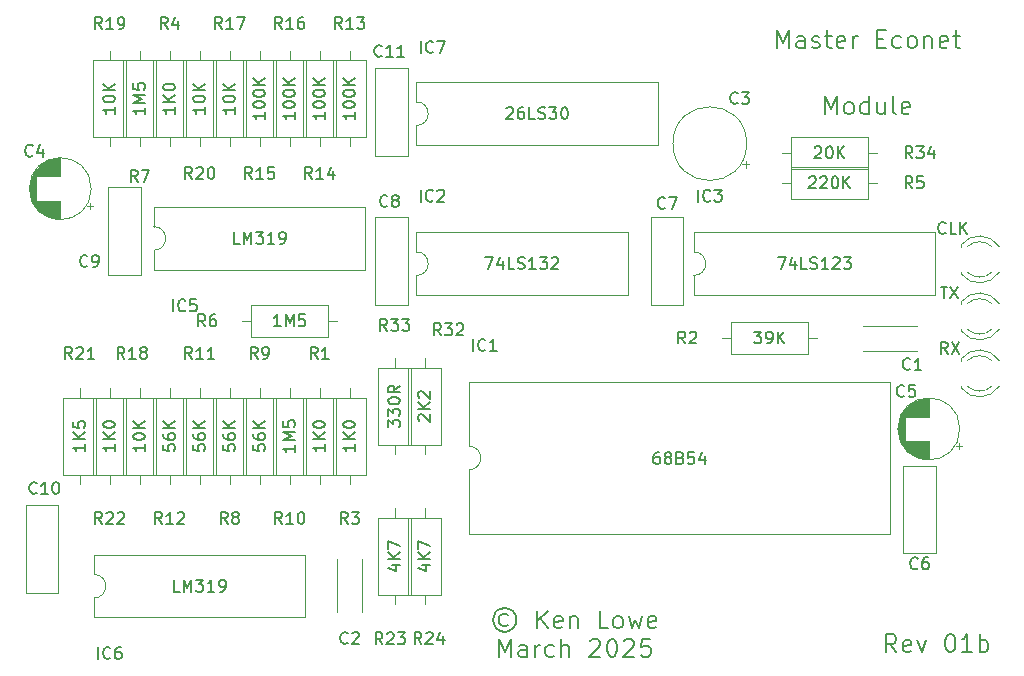
<source format=gbr>
G04 #@! TF.GenerationSoftware,KiCad,Pcbnew,9.0.0*
G04 #@! TF.CreationDate,2025-03-17T23:12:28+00:00*
G04 #@! TF.ProjectId,EconetModuleV1,45636f6e-6574-44d6-9f64-756c6556312e,01b*
G04 #@! TF.SameCoordinates,Original*
G04 #@! TF.FileFunction,Legend,Top*
G04 #@! TF.FilePolarity,Positive*
%FSLAX46Y46*%
G04 Gerber Fmt 4.6, Leading zero omitted, Abs format (unit mm)*
G04 Created by KiCad (PCBNEW 9.0.0) date 2025-03-17 23:12:28*
%MOMM*%
%LPD*%
G01*
G04 APERTURE LIST*
%ADD10C,0.150000*%
%ADD11C,0.200000*%
%ADD12C,0.120000*%
G04 APERTURE END LIST*
D10*
X178848333Y-109310819D02*
X178515000Y-108834628D01*
X178276905Y-109310819D02*
X178276905Y-108310819D01*
X178276905Y-108310819D02*
X178657857Y-108310819D01*
X178657857Y-108310819D02*
X178753095Y-108358438D01*
X178753095Y-108358438D02*
X178800714Y-108406057D01*
X178800714Y-108406057D02*
X178848333Y-108501295D01*
X178848333Y-108501295D02*
X178848333Y-108644152D01*
X178848333Y-108644152D02*
X178800714Y-108739390D01*
X178800714Y-108739390D02*
X178753095Y-108787009D01*
X178753095Y-108787009D02*
X178657857Y-108834628D01*
X178657857Y-108834628D02*
X178276905Y-108834628D01*
X179181667Y-108310819D02*
X179848333Y-109310819D01*
X179848333Y-108310819D02*
X179181667Y-109310819D01*
X178253095Y-103611819D02*
X178824523Y-103611819D01*
X178538809Y-104611819D02*
X178538809Y-103611819D01*
X179062619Y-103611819D02*
X179729285Y-104611819D01*
X179729285Y-103611819D02*
X179062619Y-104611819D01*
X178673761Y-99055580D02*
X178626142Y-99103200D01*
X178626142Y-99103200D02*
X178483285Y-99150819D01*
X178483285Y-99150819D02*
X178388047Y-99150819D01*
X178388047Y-99150819D02*
X178245190Y-99103200D01*
X178245190Y-99103200D02*
X178149952Y-99007961D01*
X178149952Y-99007961D02*
X178102333Y-98912723D01*
X178102333Y-98912723D02*
X178054714Y-98722247D01*
X178054714Y-98722247D02*
X178054714Y-98579390D01*
X178054714Y-98579390D02*
X178102333Y-98388914D01*
X178102333Y-98388914D02*
X178149952Y-98293676D01*
X178149952Y-98293676D02*
X178245190Y-98198438D01*
X178245190Y-98198438D02*
X178388047Y-98150819D01*
X178388047Y-98150819D02*
X178483285Y-98150819D01*
X178483285Y-98150819D02*
X178626142Y-98198438D01*
X178626142Y-98198438D02*
X178673761Y-98246057D01*
X179578523Y-99150819D02*
X179102333Y-99150819D01*
X179102333Y-99150819D02*
X179102333Y-98150819D01*
X179911857Y-99150819D02*
X179911857Y-98150819D01*
X180483285Y-99150819D02*
X180054714Y-98579390D01*
X180483285Y-98150819D02*
X179911857Y-98722247D01*
D11*
X164387142Y-83428528D02*
X164387142Y-81928528D01*
X164387142Y-81928528D02*
X164887142Y-82999957D01*
X164887142Y-82999957D02*
X165387142Y-81928528D01*
X165387142Y-81928528D02*
X165387142Y-83428528D01*
X166744286Y-83428528D02*
X166744286Y-82642814D01*
X166744286Y-82642814D02*
X166672857Y-82499957D01*
X166672857Y-82499957D02*
X166530000Y-82428528D01*
X166530000Y-82428528D02*
X166244286Y-82428528D01*
X166244286Y-82428528D02*
X166101428Y-82499957D01*
X166744286Y-83357100D02*
X166601428Y-83428528D01*
X166601428Y-83428528D02*
X166244286Y-83428528D01*
X166244286Y-83428528D02*
X166101428Y-83357100D01*
X166101428Y-83357100D02*
X166030000Y-83214242D01*
X166030000Y-83214242D02*
X166030000Y-83071385D01*
X166030000Y-83071385D02*
X166101428Y-82928528D01*
X166101428Y-82928528D02*
X166244286Y-82857100D01*
X166244286Y-82857100D02*
X166601428Y-82857100D01*
X166601428Y-82857100D02*
X166744286Y-82785671D01*
X167387143Y-83357100D02*
X167530000Y-83428528D01*
X167530000Y-83428528D02*
X167815714Y-83428528D01*
X167815714Y-83428528D02*
X167958571Y-83357100D01*
X167958571Y-83357100D02*
X168030000Y-83214242D01*
X168030000Y-83214242D02*
X168030000Y-83142814D01*
X168030000Y-83142814D02*
X167958571Y-82999957D01*
X167958571Y-82999957D02*
X167815714Y-82928528D01*
X167815714Y-82928528D02*
X167601429Y-82928528D01*
X167601429Y-82928528D02*
X167458571Y-82857100D01*
X167458571Y-82857100D02*
X167387143Y-82714242D01*
X167387143Y-82714242D02*
X167387143Y-82642814D01*
X167387143Y-82642814D02*
X167458571Y-82499957D01*
X167458571Y-82499957D02*
X167601429Y-82428528D01*
X167601429Y-82428528D02*
X167815714Y-82428528D01*
X167815714Y-82428528D02*
X167958571Y-82499957D01*
X168458572Y-82428528D02*
X169030000Y-82428528D01*
X168672857Y-81928528D02*
X168672857Y-83214242D01*
X168672857Y-83214242D02*
X168744286Y-83357100D01*
X168744286Y-83357100D02*
X168887143Y-83428528D01*
X168887143Y-83428528D02*
X169030000Y-83428528D01*
X170101429Y-83357100D02*
X169958572Y-83428528D01*
X169958572Y-83428528D02*
X169672858Y-83428528D01*
X169672858Y-83428528D02*
X169530000Y-83357100D01*
X169530000Y-83357100D02*
X169458572Y-83214242D01*
X169458572Y-83214242D02*
X169458572Y-82642814D01*
X169458572Y-82642814D02*
X169530000Y-82499957D01*
X169530000Y-82499957D02*
X169672858Y-82428528D01*
X169672858Y-82428528D02*
X169958572Y-82428528D01*
X169958572Y-82428528D02*
X170101429Y-82499957D01*
X170101429Y-82499957D02*
X170172858Y-82642814D01*
X170172858Y-82642814D02*
X170172858Y-82785671D01*
X170172858Y-82785671D02*
X169458572Y-82928528D01*
X170815714Y-83428528D02*
X170815714Y-82428528D01*
X170815714Y-82714242D02*
X170887143Y-82571385D01*
X170887143Y-82571385D02*
X170958572Y-82499957D01*
X170958572Y-82499957D02*
X171101429Y-82428528D01*
X171101429Y-82428528D02*
X171244286Y-82428528D01*
X172887142Y-82642814D02*
X173387142Y-82642814D01*
X173601428Y-83428528D02*
X172887142Y-83428528D01*
X172887142Y-83428528D02*
X172887142Y-81928528D01*
X172887142Y-81928528D02*
X173601428Y-81928528D01*
X174887143Y-83357100D02*
X174744285Y-83428528D01*
X174744285Y-83428528D02*
X174458571Y-83428528D01*
X174458571Y-83428528D02*
X174315714Y-83357100D01*
X174315714Y-83357100D02*
X174244285Y-83285671D01*
X174244285Y-83285671D02*
X174172857Y-83142814D01*
X174172857Y-83142814D02*
X174172857Y-82714242D01*
X174172857Y-82714242D02*
X174244285Y-82571385D01*
X174244285Y-82571385D02*
X174315714Y-82499957D01*
X174315714Y-82499957D02*
X174458571Y-82428528D01*
X174458571Y-82428528D02*
X174744285Y-82428528D01*
X174744285Y-82428528D02*
X174887143Y-82499957D01*
X175744285Y-83428528D02*
X175601428Y-83357100D01*
X175601428Y-83357100D02*
X175529999Y-83285671D01*
X175529999Y-83285671D02*
X175458571Y-83142814D01*
X175458571Y-83142814D02*
X175458571Y-82714242D01*
X175458571Y-82714242D02*
X175529999Y-82571385D01*
X175529999Y-82571385D02*
X175601428Y-82499957D01*
X175601428Y-82499957D02*
X175744285Y-82428528D01*
X175744285Y-82428528D02*
X175958571Y-82428528D01*
X175958571Y-82428528D02*
X176101428Y-82499957D01*
X176101428Y-82499957D02*
X176172857Y-82571385D01*
X176172857Y-82571385D02*
X176244285Y-82714242D01*
X176244285Y-82714242D02*
X176244285Y-83142814D01*
X176244285Y-83142814D02*
X176172857Y-83285671D01*
X176172857Y-83285671D02*
X176101428Y-83357100D01*
X176101428Y-83357100D02*
X175958571Y-83428528D01*
X175958571Y-83428528D02*
X175744285Y-83428528D01*
X176887142Y-82428528D02*
X176887142Y-83428528D01*
X176887142Y-82571385D02*
X176958571Y-82499957D01*
X176958571Y-82499957D02*
X177101428Y-82428528D01*
X177101428Y-82428528D02*
X177315714Y-82428528D01*
X177315714Y-82428528D02*
X177458571Y-82499957D01*
X177458571Y-82499957D02*
X177530000Y-82642814D01*
X177530000Y-82642814D02*
X177530000Y-83428528D01*
X178815714Y-83357100D02*
X178672857Y-83428528D01*
X178672857Y-83428528D02*
X178387143Y-83428528D01*
X178387143Y-83428528D02*
X178244285Y-83357100D01*
X178244285Y-83357100D02*
X178172857Y-83214242D01*
X178172857Y-83214242D02*
X178172857Y-82642814D01*
X178172857Y-82642814D02*
X178244285Y-82499957D01*
X178244285Y-82499957D02*
X178387143Y-82428528D01*
X178387143Y-82428528D02*
X178672857Y-82428528D01*
X178672857Y-82428528D02*
X178815714Y-82499957D01*
X178815714Y-82499957D02*
X178887143Y-82642814D01*
X178887143Y-82642814D02*
X178887143Y-82785671D01*
X178887143Y-82785671D02*
X178172857Y-82928528D01*
X179315714Y-82428528D02*
X179887142Y-82428528D01*
X179529999Y-81928528D02*
X179529999Y-83214242D01*
X179529999Y-83214242D02*
X179601428Y-83357100D01*
X179601428Y-83357100D02*
X179744285Y-83428528D01*
X179744285Y-83428528D02*
X179887142Y-83428528D01*
X141622142Y-131396213D02*
X141479285Y-131324784D01*
X141479285Y-131324784D02*
X141193571Y-131324784D01*
X141193571Y-131324784D02*
X141050714Y-131396213D01*
X141050714Y-131396213D02*
X140907856Y-131539070D01*
X140907856Y-131539070D02*
X140836428Y-131681927D01*
X140836428Y-131681927D02*
X140836428Y-131967642D01*
X140836428Y-131967642D02*
X140907856Y-132110499D01*
X140907856Y-132110499D02*
X141050714Y-132253356D01*
X141050714Y-132253356D02*
X141193571Y-132324784D01*
X141193571Y-132324784D02*
X141479285Y-132324784D01*
X141479285Y-132324784D02*
X141622142Y-132253356D01*
X141336428Y-130824784D02*
X140979285Y-130896213D01*
X140979285Y-130896213D02*
X140622142Y-131110499D01*
X140622142Y-131110499D02*
X140407856Y-131467642D01*
X140407856Y-131467642D02*
X140336428Y-131824784D01*
X140336428Y-131824784D02*
X140407856Y-132181927D01*
X140407856Y-132181927D02*
X140622142Y-132539070D01*
X140622142Y-132539070D02*
X140979285Y-132753356D01*
X140979285Y-132753356D02*
X141336428Y-132824784D01*
X141336428Y-132824784D02*
X141693571Y-132753356D01*
X141693571Y-132753356D02*
X142050714Y-132539070D01*
X142050714Y-132539070D02*
X142264999Y-132181927D01*
X142264999Y-132181927D02*
X142336428Y-131824784D01*
X142336428Y-131824784D02*
X142264999Y-131467642D01*
X142264999Y-131467642D02*
X142050714Y-131110499D01*
X142050714Y-131110499D02*
X141693571Y-130896213D01*
X141693571Y-130896213D02*
X141336428Y-130824784D01*
X144122142Y-132539070D02*
X144122142Y-131039070D01*
X144979285Y-132539070D02*
X144336428Y-131681927D01*
X144979285Y-131039070D02*
X144122142Y-131896213D01*
X146193571Y-132467642D02*
X146050714Y-132539070D01*
X146050714Y-132539070D02*
X145765000Y-132539070D01*
X145765000Y-132539070D02*
X145622142Y-132467642D01*
X145622142Y-132467642D02*
X145550714Y-132324784D01*
X145550714Y-132324784D02*
X145550714Y-131753356D01*
X145550714Y-131753356D02*
X145622142Y-131610499D01*
X145622142Y-131610499D02*
X145765000Y-131539070D01*
X145765000Y-131539070D02*
X146050714Y-131539070D01*
X146050714Y-131539070D02*
X146193571Y-131610499D01*
X146193571Y-131610499D02*
X146265000Y-131753356D01*
X146265000Y-131753356D02*
X146265000Y-131896213D01*
X146265000Y-131896213D02*
X145550714Y-132039070D01*
X146907856Y-131539070D02*
X146907856Y-132539070D01*
X146907856Y-131681927D02*
X146979285Y-131610499D01*
X146979285Y-131610499D02*
X147122142Y-131539070D01*
X147122142Y-131539070D02*
X147336428Y-131539070D01*
X147336428Y-131539070D02*
X147479285Y-131610499D01*
X147479285Y-131610499D02*
X147550714Y-131753356D01*
X147550714Y-131753356D02*
X147550714Y-132539070D01*
X150122142Y-132539070D02*
X149407856Y-132539070D01*
X149407856Y-132539070D02*
X149407856Y-131039070D01*
X150836428Y-132539070D02*
X150693571Y-132467642D01*
X150693571Y-132467642D02*
X150622142Y-132396213D01*
X150622142Y-132396213D02*
X150550714Y-132253356D01*
X150550714Y-132253356D02*
X150550714Y-131824784D01*
X150550714Y-131824784D02*
X150622142Y-131681927D01*
X150622142Y-131681927D02*
X150693571Y-131610499D01*
X150693571Y-131610499D02*
X150836428Y-131539070D01*
X150836428Y-131539070D02*
X151050714Y-131539070D01*
X151050714Y-131539070D02*
X151193571Y-131610499D01*
X151193571Y-131610499D02*
X151265000Y-131681927D01*
X151265000Y-131681927D02*
X151336428Y-131824784D01*
X151336428Y-131824784D02*
X151336428Y-132253356D01*
X151336428Y-132253356D02*
X151265000Y-132396213D01*
X151265000Y-132396213D02*
X151193571Y-132467642D01*
X151193571Y-132467642D02*
X151050714Y-132539070D01*
X151050714Y-132539070D02*
X150836428Y-132539070D01*
X151836428Y-131539070D02*
X152122143Y-132539070D01*
X152122143Y-132539070D02*
X152407857Y-131824784D01*
X152407857Y-131824784D02*
X152693571Y-132539070D01*
X152693571Y-132539070D02*
X152979285Y-131539070D01*
X154122143Y-132467642D02*
X153979286Y-132539070D01*
X153979286Y-132539070D02*
X153693572Y-132539070D01*
X153693572Y-132539070D02*
X153550714Y-132467642D01*
X153550714Y-132467642D02*
X153479286Y-132324784D01*
X153479286Y-132324784D02*
X153479286Y-131753356D01*
X153479286Y-131753356D02*
X153550714Y-131610499D01*
X153550714Y-131610499D02*
X153693572Y-131539070D01*
X153693572Y-131539070D02*
X153979286Y-131539070D01*
X153979286Y-131539070D02*
X154122143Y-131610499D01*
X154122143Y-131610499D02*
X154193572Y-131753356D01*
X154193572Y-131753356D02*
X154193572Y-131896213D01*
X154193572Y-131896213D02*
X153479286Y-132039070D01*
X140872143Y-134953986D02*
X140872143Y-133453986D01*
X140872143Y-133453986D02*
X141372143Y-134525415D01*
X141372143Y-134525415D02*
X141872143Y-133453986D01*
X141872143Y-133453986D02*
X141872143Y-134953986D01*
X143229287Y-134953986D02*
X143229287Y-134168272D01*
X143229287Y-134168272D02*
X143157858Y-134025415D01*
X143157858Y-134025415D02*
X143015001Y-133953986D01*
X143015001Y-133953986D02*
X142729287Y-133953986D01*
X142729287Y-133953986D02*
X142586429Y-134025415D01*
X143229287Y-134882558D02*
X143086429Y-134953986D01*
X143086429Y-134953986D02*
X142729287Y-134953986D01*
X142729287Y-134953986D02*
X142586429Y-134882558D01*
X142586429Y-134882558D02*
X142515001Y-134739700D01*
X142515001Y-134739700D02*
X142515001Y-134596843D01*
X142515001Y-134596843D02*
X142586429Y-134453986D01*
X142586429Y-134453986D02*
X142729287Y-134382558D01*
X142729287Y-134382558D02*
X143086429Y-134382558D01*
X143086429Y-134382558D02*
X143229287Y-134311129D01*
X143943572Y-134953986D02*
X143943572Y-133953986D01*
X143943572Y-134239700D02*
X144015001Y-134096843D01*
X144015001Y-134096843D02*
X144086430Y-134025415D01*
X144086430Y-134025415D02*
X144229287Y-133953986D01*
X144229287Y-133953986D02*
X144372144Y-133953986D01*
X145515001Y-134882558D02*
X145372143Y-134953986D01*
X145372143Y-134953986D02*
X145086429Y-134953986D01*
X145086429Y-134953986D02*
X144943572Y-134882558D01*
X144943572Y-134882558D02*
X144872143Y-134811129D01*
X144872143Y-134811129D02*
X144800715Y-134668272D01*
X144800715Y-134668272D02*
X144800715Y-134239700D01*
X144800715Y-134239700D02*
X144872143Y-134096843D01*
X144872143Y-134096843D02*
X144943572Y-134025415D01*
X144943572Y-134025415D02*
X145086429Y-133953986D01*
X145086429Y-133953986D02*
X145372143Y-133953986D01*
X145372143Y-133953986D02*
X145515001Y-134025415D01*
X146157857Y-134953986D02*
X146157857Y-133453986D01*
X146800715Y-134953986D02*
X146800715Y-134168272D01*
X146800715Y-134168272D02*
X146729286Y-134025415D01*
X146729286Y-134025415D02*
X146586429Y-133953986D01*
X146586429Y-133953986D02*
X146372143Y-133953986D01*
X146372143Y-133953986D02*
X146229286Y-134025415D01*
X146229286Y-134025415D02*
X146157857Y-134096843D01*
X148586429Y-133596843D02*
X148657857Y-133525415D01*
X148657857Y-133525415D02*
X148800715Y-133453986D01*
X148800715Y-133453986D02*
X149157857Y-133453986D01*
X149157857Y-133453986D02*
X149300715Y-133525415D01*
X149300715Y-133525415D02*
X149372143Y-133596843D01*
X149372143Y-133596843D02*
X149443572Y-133739700D01*
X149443572Y-133739700D02*
X149443572Y-133882558D01*
X149443572Y-133882558D02*
X149372143Y-134096843D01*
X149372143Y-134096843D02*
X148515000Y-134953986D01*
X148515000Y-134953986D02*
X149443572Y-134953986D01*
X150372143Y-133453986D02*
X150515000Y-133453986D01*
X150515000Y-133453986D02*
X150657857Y-133525415D01*
X150657857Y-133525415D02*
X150729286Y-133596843D01*
X150729286Y-133596843D02*
X150800714Y-133739700D01*
X150800714Y-133739700D02*
X150872143Y-134025415D01*
X150872143Y-134025415D02*
X150872143Y-134382558D01*
X150872143Y-134382558D02*
X150800714Y-134668272D01*
X150800714Y-134668272D02*
X150729286Y-134811129D01*
X150729286Y-134811129D02*
X150657857Y-134882558D01*
X150657857Y-134882558D02*
X150515000Y-134953986D01*
X150515000Y-134953986D02*
X150372143Y-134953986D01*
X150372143Y-134953986D02*
X150229286Y-134882558D01*
X150229286Y-134882558D02*
X150157857Y-134811129D01*
X150157857Y-134811129D02*
X150086428Y-134668272D01*
X150086428Y-134668272D02*
X150015000Y-134382558D01*
X150015000Y-134382558D02*
X150015000Y-134025415D01*
X150015000Y-134025415D02*
X150086428Y-133739700D01*
X150086428Y-133739700D02*
X150157857Y-133596843D01*
X150157857Y-133596843D02*
X150229286Y-133525415D01*
X150229286Y-133525415D02*
X150372143Y-133453986D01*
X151443571Y-133596843D02*
X151514999Y-133525415D01*
X151514999Y-133525415D02*
X151657857Y-133453986D01*
X151657857Y-133453986D02*
X152014999Y-133453986D01*
X152014999Y-133453986D02*
X152157857Y-133525415D01*
X152157857Y-133525415D02*
X152229285Y-133596843D01*
X152229285Y-133596843D02*
X152300714Y-133739700D01*
X152300714Y-133739700D02*
X152300714Y-133882558D01*
X152300714Y-133882558D02*
X152229285Y-134096843D01*
X152229285Y-134096843D02*
X151372142Y-134953986D01*
X151372142Y-134953986D02*
X152300714Y-134953986D01*
X153657856Y-133453986D02*
X152943570Y-133453986D01*
X152943570Y-133453986D02*
X152872142Y-134168272D01*
X152872142Y-134168272D02*
X152943570Y-134096843D01*
X152943570Y-134096843D02*
X153086428Y-134025415D01*
X153086428Y-134025415D02*
X153443570Y-134025415D01*
X153443570Y-134025415D02*
X153586428Y-134096843D01*
X153586428Y-134096843D02*
X153657856Y-134168272D01*
X153657856Y-134168272D02*
X153729285Y-134311129D01*
X153729285Y-134311129D02*
X153729285Y-134668272D01*
X153729285Y-134668272D02*
X153657856Y-134811129D01*
X153657856Y-134811129D02*
X153586428Y-134882558D01*
X153586428Y-134882558D02*
X153443570Y-134953986D01*
X153443570Y-134953986D02*
X153086428Y-134953986D01*
X153086428Y-134953986D02*
X152943570Y-134882558D01*
X152943570Y-134882558D02*
X152872142Y-134811129D01*
X174506429Y-134563528D02*
X174006429Y-133849242D01*
X173649286Y-134563528D02*
X173649286Y-133063528D01*
X173649286Y-133063528D02*
X174220715Y-133063528D01*
X174220715Y-133063528D02*
X174363572Y-133134957D01*
X174363572Y-133134957D02*
X174435001Y-133206385D01*
X174435001Y-133206385D02*
X174506429Y-133349242D01*
X174506429Y-133349242D02*
X174506429Y-133563528D01*
X174506429Y-133563528D02*
X174435001Y-133706385D01*
X174435001Y-133706385D02*
X174363572Y-133777814D01*
X174363572Y-133777814D02*
X174220715Y-133849242D01*
X174220715Y-133849242D02*
X173649286Y-133849242D01*
X175720715Y-134492100D02*
X175577858Y-134563528D01*
X175577858Y-134563528D02*
X175292144Y-134563528D01*
X175292144Y-134563528D02*
X175149286Y-134492100D01*
X175149286Y-134492100D02*
X175077858Y-134349242D01*
X175077858Y-134349242D02*
X175077858Y-133777814D01*
X175077858Y-133777814D02*
X175149286Y-133634957D01*
X175149286Y-133634957D02*
X175292144Y-133563528D01*
X175292144Y-133563528D02*
X175577858Y-133563528D01*
X175577858Y-133563528D02*
X175720715Y-133634957D01*
X175720715Y-133634957D02*
X175792144Y-133777814D01*
X175792144Y-133777814D02*
X175792144Y-133920671D01*
X175792144Y-133920671D02*
X175077858Y-134063528D01*
X176292143Y-133563528D02*
X176649286Y-134563528D01*
X176649286Y-134563528D02*
X177006429Y-133563528D01*
X179006429Y-133063528D02*
X179149286Y-133063528D01*
X179149286Y-133063528D02*
X179292143Y-133134957D01*
X179292143Y-133134957D02*
X179363572Y-133206385D01*
X179363572Y-133206385D02*
X179435000Y-133349242D01*
X179435000Y-133349242D02*
X179506429Y-133634957D01*
X179506429Y-133634957D02*
X179506429Y-133992100D01*
X179506429Y-133992100D02*
X179435000Y-134277814D01*
X179435000Y-134277814D02*
X179363572Y-134420671D01*
X179363572Y-134420671D02*
X179292143Y-134492100D01*
X179292143Y-134492100D02*
X179149286Y-134563528D01*
X179149286Y-134563528D02*
X179006429Y-134563528D01*
X179006429Y-134563528D02*
X178863572Y-134492100D01*
X178863572Y-134492100D02*
X178792143Y-134420671D01*
X178792143Y-134420671D02*
X178720714Y-134277814D01*
X178720714Y-134277814D02*
X178649286Y-133992100D01*
X178649286Y-133992100D02*
X178649286Y-133634957D01*
X178649286Y-133634957D02*
X178720714Y-133349242D01*
X178720714Y-133349242D02*
X178792143Y-133206385D01*
X178792143Y-133206385D02*
X178863572Y-133134957D01*
X178863572Y-133134957D02*
X179006429Y-133063528D01*
X180935000Y-134563528D02*
X180077857Y-134563528D01*
X180506428Y-134563528D02*
X180506428Y-133063528D01*
X180506428Y-133063528D02*
X180363571Y-133277814D01*
X180363571Y-133277814D02*
X180220714Y-133420671D01*
X180220714Y-133420671D02*
X180077857Y-133492100D01*
X181577856Y-134563528D02*
X181577856Y-133063528D01*
X181577856Y-133634957D02*
X181720714Y-133563528D01*
X181720714Y-133563528D02*
X182006428Y-133563528D01*
X182006428Y-133563528D02*
X182149285Y-133634957D01*
X182149285Y-133634957D02*
X182220714Y-133706385D01*
X182220714Y-133706385D02*
X182292142Y-133849242D01*
X182292142Y-133849242D02*
X182292142Y-134277814D01*
X182292142Y-134277814D02*
X182220714Y-134420671D01*
X182220714Y-134420671D02*
X182149285Y-134492100D01*
X182149285Y-134492100D02*
X182006428Y-134563528D01*
X182006428Y-134563528D02*
X181720714Y-134563528D01*
X181720714Y-134563528D02*
X181577856Y-134492100D01*
X168458571Y-89018528D02*
X168458571Y-87518528D01*
X168458571Y-87518528D02*
X168958571Y-88589957D01*
X168958571Y-88589957D02*
X169458571Y-87518528D01*
X169458571Y-87518528D02*
X169458571Y-89018528D01*
X170387143Y-89018528D02*
X170244286Y-88947100D01*
X170244286Y-88947100D02*
X170172857Y-88875671D01*
X170172857Y-88875671D02*
X170101429Y-88732814D01*
X170101429Y-88732814D02*
X170101429Y-88304242D01*
X170101429Y-88304242D02*
X170172857Y-88161385D01*
X170172857Y-88161385D02*
X170244286Y-88089957D01*
X170244286Y-88089957D02*
X170387143Y-88018528D01*
X170387143Y-88018528D02*
X170601429Y-88018528D01*
X170601429Y-88018528D02*
X170744286Y-88089957D01*
X170744286Y-88089957D02*
X170815715Y-88161385D01*
X170815715Y-88161385D02*
X170887143Y-88304242D01*
X170887143Y-88304242D02*
X170887143Y-88732814D01*
X170887143Y-88732814D02*
X170815715Y-88875671D01*
X170815715Y-88875671D02*
X170744286Y-88947100D01*
X170744286Y-88947100D02*
X170601429Y-89018528D01*
X170601429Y-89018528D02*
X170387143Y-89018528D01*
X172172858Y-89018528D02*
X172172858Y-87518528D01*
X172172858Y-88947100D02*
X172030000Y-89018528D01*
X172030000Y-89018528D02*
X171744286Y-89018528D01*
X171744286Y-89018528D02*
X171601429Y-88947100D01*
X171601429Y-88947100D02*
X171530000Y-88875671D01*
X171530000Y-88875671D02*
X171458572Y-88732814D01*
X171458572Y-88732814D02*
X171458572Y-88304242D01*
X171458572Y-88304242D02*
X171530000Y-88161385D01*
X171530000Y-88161385D02*
X171601429Y-88089957D01*
X171601429Y-88089957D02*
X171744286Y-88018528D01*
X171744286Y-88018528D02*
X172030000Y-88018528D01*
X172030000Y-88018528D02*
X172172858Y-88089957D01*
X173530001Y-88018528D02*
X173530001Y-89018528D01*
X172887143Y-88018528D02*
X172887143Y-88804242D01*
X172887143Y-88804242D02*
X172958572Y-88947100D01*
X172958572Y-88947100D02*
X173101429Y-89018528D01*
X173101429Y-89018528D02*
X173315715Y-89018528D01*
X173315715Y-89018528D02*
X173458572Y-88947100D01*
X173458572Y-88947100D02*
X173530001Y-88875671D01*
X174458572Y-89018528D02*
X174315715Y-88947100D01*
X174315715Y-88947100D02*
X174244286Y-88804242D01*
X174244286Y-88804242D02*
X174244286Y-87518528D01*
X175601429Y-88947100D02*
X175458572Y-89018528D01*
X175458572Y-89018528D02*
X175172858Y-89018528D01*
X175172858Y-89018528D02*
X175030000Y-88947100D01*
X175030000Y-88947100D02*
X174958572Y-88804242D01*
X174958572Y-88804242D02*
X174958572Y-88232814D01*
X174958572Y-88232814D02*
X175030000Y-88089957D01*
X175030000Y-88089957D02*
X175172858Y-88018528D01*
X175172858Y-88018528D02*
X175458572Y-88018528D01*
X175458572Y-88018528D02*
X175601429Y-88089957D01*
X175601429Y-88089957D02*
X175672858Y-88232814D01*
X175672858Y-88232814D02*
X175672858Y-88375671D01*
X175672858Y-88375671D02*
X174958572Y-88518528D01*
D10*
X175859207Y-92750819D02*
X175525874Y-92274628D01*
X175287779Y-92750819D02*
X175287779Y-91750819D01*
X175287779Y-91750819D02*
X175668731Y-91750819D01*
X175668731Y-91750819D02*
X175763969Y-91798438D01*
X175763969Y-91798438D02*
X175811588Y-91846057D01*
X175811588Y-91846057D02*
X175859207Y-91941295D01*
X175859207Y-91941295D02*
X175859207Y-92084152D01*
X175859207Y-92084152D02*
X175811588Y-92179390D01*
X175811588Y-92179390D02*
X175763969Y-92227009D01*
X175763969Y-92227009D02*
X175668731Y-92274628D01*
X175668731Y-92274628D02*
X175287779Y-92274628D01*
X176192541Y-91750819D02*
X176811588Y-91750819D01*
X176811588Y-91750819D02*
X176478255Y-92131771D01*
X176478255Y-92131771D02*
X176621112Y-92131771D01*
X176621112Y-92131771D02*
X176716350Y-92179390D01*
X176716350Y-92179390D02*
X176763969Y-92227009D01*
X176763969Y-92227009D02*
X176811588Y-92322247D01*
X176811588Y-92322247D02*
X176811588Y-92560342D01*
X176811588Y-92560342D02*
X176763969Y-92655580D01*
X176763969Y-92655580D02*
X176716350Y-92703200D01*
X176716350Y-92703200D02*
X176621112Y-92750819D01*
X176621112Y-92750819D02*
X176335398Y-92750819D01*
X176335398Y-92750819D02*
X176240160Y-92703200D01*
X176240160Y-92703200D02*
X176192541Y-92655580D01*
X177668731Y-92084152D02*
X177668731Y-92750819D01*
X177430636Y-91703200D02*
X177192541Y-92417485D01*
X177192541Y-92417485D02*
X177811588Y-92417485D01*
X167593095Y-91846057D02*
X167640714Y-91798438D01*
X167640714Y-91798438D02*
X167735952Y-91750819D01*
X167735952Y-91750819D02*
X167974047Y-91750819D01*
X167974047Y-91750819D02*
X168069285Y-91798438D01*
X168069285Y-91798438D02*
X168116904Y-91846057D01*
X168116904Y-91846057D02*
X168164523Y-91941295D01*
X168164523Y-91941295D02*
X168164523Y-92036533D01*
X168164523Y-92036533D02*
X168116904Y-92179390D01*
X168116904Y-92179390D02*
X167545476Y-92750819D01*
X167545476Y-92750819D02*
X168164523Y-92750819D01*
X168783571Y-91750819D02*
X168878809Y-91750819D01*
X168878809Y-91750819D02*
X168974047Y-91798438D01*
X168974047Y-91798438D02*
X169021666Y-91846057D01*
X169021666Y-91846057D02*
X169069285Y-91941295D01*
X169069285Y-91941295D02*
X169116904Y-92131771D01*
X169116904Y-92131771D02*
X169116904Y-92369866D01*
X169116904Y-92369866D02*
X169069285Y-92560342D01*
X169069285Y-92560342D02*
X169021666Y-92655580D01*
X169021666Y-92655580D02*
X168974047Y-92703200D01*
X168974047Y-92703200D02*
X168878809Y-92750819D01*
X168878809Y-92750819D02*
X168783571Y-92750819D01*
X168783571Y-92750819D02*
X168688333Y-92703200D01*
X168688333Y-92703200D02*
X168640714Y-92655580D01*
X168640714Y-92655580D02*
X168593095Y-92560342D01*
X168593095Y-92560342D02*
X168545476Y-92369866D01*
X168545476Y-92369866D02*
X168545476Y-92131771D01*
X168545476Y-92131771D02*
X168593095Y-91941295D01*
X168593095Y-91941295D02*
X168640714Y-91846057D01*
X168640714Y-91846057D02*
X168688333Y-91798438D01*
X168688333Y-91798438D02*
X168783571Y-91750819D01*
X169545476Y-92750819D02*
X169545476Y-91750819D01*
X170116904Y-92750819D02*
X169688333Y-92179390D01*
X170116904Y-91750819D02*
X169545476Y-92322247D01*
X131382142Y-107355819D02*
X131048809Y-106879628D01*
X130810714Y-107355819D02*
X130810714Y-106355819D01*
X130810714Y-106355819D02*
X131191666Y-106355819D01*
X131191666Y-106355819D02*
X131286904Y-106403438D01*
X131286904Y-106403438D02*
X131334523Y-106451057D01*
X131334523Y-106451057D02*
X131382142Y-106546295D01*
X131382142Y-106546295D02*
X131382142Y-106689152D01*
X131382142Y-106689152D02*
X131334523Y-106784390D01*
X131334523Y-106784390D02*
X131286904Y-106832009D01*
X131286904Y-106832009D02*
X131191666Y-106879628D01*
X131191666Y-106879628D02*
X130810714Y-106879628D01*
X131715476Y-106355819D02*
X132334523Y-106355819D01*
X132334523Y-106355819D02*
X132001190Y-106736771D01*
X132001190Y-106736771D02*
X132144047Y-106736771D01*
X132144047Y-106736771D02*
X132239285Y-106784390D01*
X132239285Y-106784390D02*
X132286904Y-106832009D01*
X132286904Y-106832009D02*
X132334523Y-106927247D01*
X132334523Y-106927247D02*
X132334523Y-107165342D01*
X132334523Y-107165342D02*
X132286904Y-107260580D01*
X132286904Y-107260580D02*
X132239285Y-107308200D01*
X132239285Y-107308200D02*
X132144047Y-107355819D01*
X132144047Y-107355819D02*
X131858333Y-107355819D01*
X131858333Y-107355819D02*
X131763095Y-107308200D01*
X131763095Y-107308200D02*
X131715476Y-107260580D01*
X132667857Y-106355819D02*
X133286904Y-106355819D01*
X133286904Y-106355819D02*
X132953571Y-106736771D01*
X132953571Y-106736771D02*
X133096428Y-106736771D01*
X133096428Y-106736771D02*
X133191666Y-106784390D01*
X133191666Y-106784390D02*
X133239285Y-106832009D01*
X133239285Y-106832009D02*
X133286904Y-106927247D01*
X133286904Y-106927247D02*
X133286904Y-107165342D01*
X133286904Y-107165342D02*
X133239285Y-107260580D01*
X133239285Y-107260580D02*
X133191666Y-107308200D01*
X133191666Y-107308200D02*
X133096428Y-107355819D01*
X133096428Y-107355819D02*
X132810714Y-107355819D01*
X132810714Y-107355819D02*
X132715476Y-107308200D01*
X132715476Y-107308200D02*
X132667857Y-107260580D01*
X131479819Y-115520713D02*
X131479819Y-114901666D01*
X131479819Y-114901666D02*
X131860771Y-115234999D01*
X131860771Y-115234999D02*
X131860771Y-115092142D01*
X131860771Y-115092142D02*
X131908390Y-114996904D01*
X131908390Y-114996904D02*
X131956009Y-114949285D01*
X131956009Y-114949285D02*
X132051247Y-114901666D01*
X132051247Y-114901666D02*
X132289342Y-114901666D01*
X132289342Y-114901666D02*
X132384580Y-114949285D01*
X132384580Y-114949285D02*
X132432200Y-114996904D01*
X132432200Y-114996904D02*
X132479819Y-115092142D01*
X132479819Y-115092142D02*
X132479819Y-115377856D01*
X132479819Y-115377856D02*
X132432200Y-115473094D01*
X132432200Y-115473094D02*
X132384580Y-115520713D01*
X131479819Y-114568332D02*
X131479819Y-113949285D01*
X131479819Y-113949285D02*
X131860771Y-114282618D01*
X131860771Y-114282618D02*
X131860771Y-114139761D01*
X131860771Y-114139761D02*
X131908390Y-114044523D01*
X131908390Y-114044523D02*
X131956009Y-113996904D01*
X131956009Y-113996904D02*
X132051247Y-113949285D01*
X132051247Y-113949285D02*
X132289342Y-113949285D01*
X132289342Y-113949285D02*
X132384580Y-113996904D01*
X132384580Y-113996904D02*
X132432200Y-114044523D01*
X132432200Y-114044523D02*
X132479819Y-114139761D01*
X132479819Y-114139761D02*
X132479819Y-114425475D01*
X132479819Y-114425475D02*
X132432200Y-114520713D01*
X132432200Y-114520713D02*
X132384580Y-114568332D01*
X131479819Y-113330237D02*
X131479819Y-113234999D01*
X131479819Y-113234999D02*
X131527438Y-113139761D01*
X131527438Y-113139761D02*
X131575057Y-113092142D01*
X131575057Y-113092142D02*
X131670295Y-113044523D01*
X131670295Y-113044523D02*
X131860771Y-112996904D01*
X131860771Y-112996904D02*
X132098866Y-112996904D01*
X132098866Y-112996904D02*
X132289342Y-113044523D01*
X132289342Y-113044523D02*
X132384580Y-113092142D01*
X132384580Y-113092142D02*
X132432200Y-113139761D01*
X132432200Y-113139761D02*
X132479819Y-113234999D01*
X132479819Y-113234999D02*
X132479819Y-113330237D01*
X132479819Y-113330237D02*
X132432200Y-113425475D01*
X132432200Y-113425475D02*
X132384580Y-113473094D01*
X132384580Y-113473094D02*
X132289342Y-113520713D01*
X132289342Y-113520713D02*
X132098866Y-113568332D01*
X132098866Y-113568332D02*
X131860771Y-113568332D01*
X131860771Y-113568332D02*
X131670295Y-113520713D01*
X131670295Y-113520713D02*
X131575057Y-113473094D01*
X131575057Y-113473094D02*
X131527438Y-113425475D01*
X131527438Y-113425475D02*
X131479819Y-113330237D01*
X132479819Y-111996904D02*
X132003628Y-112330237D01*
X132479819Y-112568332D02*
X131479819Y-112568332D01*
X131479819Y-112568332D02*
X131479819Y-112187380D01*
X131479819Y-112187380D02*
X131527438Y-112092142D01*
X131527438Y-112092142D02*
X131575057Y-112044523D01*
X131575057Y-112044523D02*
X131670295Y-111996904D01*
X131670295Y-111996904D02*
X131813152Y-111996904D01*
X131813152Y-111996904D02*
X131908390Y-112044523D01*
X131908390Y-112044523D02*
X131956009Y-112092142D01*
X131956009Y-112092142D02*
X132003628Y-112187380D01*
X132003628Y-112187380D02*
X132003628Y-112568332D01*
X135954142Y-107736819D02*
X135620809Y-107260628D01*
X135382714Y-107736819D02*
X135382714Y-106736819D01*
X135382714Y-106736819D02*
X135763666Y-106736819D01*
X135763666Y-106736819D02*
X135858904Y-106784438D01*
X135858904Y-106784438D02*
X135906523Y-106832057D01*
X135906523Y-106832057D02*
X135954142Y-106927295D01*
X135954142Y-106927295D02*
X135954142Y-107070152D01*
X135954142Y-107070152D02*
X135906523Y-107165390D01*
X135906523Y-107165390D02*
X135858904Y-107213009D01*
X135858904Y-107213009D02*
X135763666Y-107260628D01*
X135763666Y-107260628D02*
X135382714Y-107260628D01*
X136287476Y-106736819D02*
X136906523Y-106736819D01*
X136906523Y-106736819D02*
X136573190Y-107117771D01*
X136573190Y-107117771D02*
X136716047Y-107117771D01*
X136716047Y-107117771D02*
X136811285Y-107165390D01*
X136811285Y-107165390D02*
X136858904Y-107213009D01*
X136858904Y-107213009D02*
X136906523Y-107308247D01*
X136906523Y-107308247D02*
X136906523Y-107546342D01*
X136906523Y-107546342D02*
X136858904Y-107641580D01*
X136858904Y-107641580D02*
X136811285Y-107689200D01*
X136811285Y-107689200D02*
X136716047Y-107736819D01*
X136716047Y-107736819D02*
X136430333Y-107736819D01*
X136430333Y-107736819D02*
X136335095Y-107689200D01*
X136335095Y-107689200D02*
X136287476Y-107641580D01*
X137287476Y-106832057D02*
X137335095Y-106784438D01*
X137335095Y-106784438D02*
X137430333Y-106736819D01*
X137430333Y-106736819D02*
X137668428Y-106736819D01*
X137668428Y-106736819D02*
X137763666Y-106784438D01*
X137763666Y-106784438D02*
X137811285Y-106832057D01*
X137811285Y-106832057D02*
X137858904Y-106927295D01*
X137858904Y-106927295D02*
X137858904Y-107022533D01*
X137858904Y-107022533D02*
X137811285Y-107165390D01*
X137811285Y-107165390D02*
X137239857Y-107736819D01*
X137239857Y-107736819D02*
X137858904Y-107736819D01*
X134115057Y-114996904D02*
X134067438Y-114949285D01*
X134067438Y-114949285D02*
X134019819Y-114854047D01*
X134019819Y-114854047D02*
X134019819Y-114615952D01*
X134019819Y-114615952D02*
X134067438Y-114520714D01*
X134067438Y-114520714D02*
X134115057Y-114473095D01*
X134115057Y-114473095D02*
X134210295Y-114425476D01*
X134210295Y-114425476D02*
X134305533Y-114425476D01*
X134305533Y-114425476D02*
X134448390Y-114473095D01*
X134448390Y-114473095D02*
X135019819Y-115044523D01*
X135019819Y-115044523D02*
X135019819Y-114425476D01*
X135019819Y-113996904D02*
X134019819Y-113996904D01*
X135019819Y-113425476D02*
X134448390Y-113854047D01*
X134019819Y-113425476D02*
X134591247Y-113996904D01*
X134115057Y-113044523D02*
X134067438Y-112996904D01*
X134067438Y-112996904D02*
X134019819Y-112901666D01*
X134019819Y-112901666D02*
X134019819Y-112663571D01*
X134019819Y-112663571D02*
X134067438Y-112568333D01*
X134067438Y-112568333D02*
X134115057Y-112520714D01*
X134115057Y-112520714D02*
X134210295Y-112473095D01*
X134210295Y-112473095D02*
X134305533Y-112473095D01*
X134305533Y-112473095D02*
X134448390Y-112520714D01*
X134448390Y-112520714D02*
X135019819Y-113092142D01*
X135019819Y-113092142D02*
X135019819Y-112473095D01*
X125508333Y-109744819D02*
X125175000Y-109268628D01*
X124936905Y-109744819D02*
X124936905Y-108744819D01*
X124936905Y-108744819D02*
X125317857Y-108744819D01*
X125317857Y-108744819D02*
X125413095Y-108792438D01*
X125413095Y-108792438D02*
X125460714Y-108840057D01*
X125460714Y-108840057D02*
X125508333Y-108935295D01*
X125508333Y-108935295D02*
X125508333Y-109078152D01*
X125508333Y-109078152D02*
X125460714Y-109173390D01*
X125460714Y-109173390D02*
X125413095Y-109221009D01*
X125413095Y-109221009D02*
X125317857Y-109268628D01*
X125317857Y-109268628D02*
X124936905Y-109268628D01*
X126460714Y-109744819D02*
X125889286Y-109744819D01*
X126175000Y-109744819D02*
X126175000Y-108744819D01*
X126175000Y-108744819D02*
X126079762Y-108887676D01*
X126079762Y-108887676D02*
X125984524Y-108982914D01*
X125984524Y-108982914D02*
X125889286Y-109030533D01*
X126129819Y-116965476D02*
X126129819Y-117536904D01*
X126129819Y-117251190D02*
X125129819Y-117251190D01*
X125129819Y-117251190D02*
X125272676Y-117346428D01*
X125272676Y-117346428D02*
X125367914Y-117441666D01*
X125367914Y-117441666D02*
X125415533Y-117536904D01*
X126129819Y-116536904D02*
X125129819Y-116536904D01*
X126129819Y-115965476D02*
X125558390Y-116394047D01*
X125129819Y-115965476D02*
X125701247Y-116536904D01*
X125129819Y-115346428D02*
X125129819Y-115251190D01*
X125129819Y-115251190D02*
X125177438Y-115155952D01*
X125177438Y-115155952D02*
X125225057Y-115108333D01*
X125225057Y-115108333D02*
X125320295Y-115060714D01*
X125320295Y-115060714D02*
X125510771Y-115013095D01*
X125510771Y-115013095D02*
X125748866Y-115013095D01*
X125748866Y-115013095D02*
X125939342Y-115060714D01*
X125939342Y-115060714D02*
X126034580Y-115108333D01*
X126034580Y-115108333D02*
X126082200Y-115155952D01*
X126082200Y-115155952D02*
X126129819Y-115251190D01*
X126129819Y-115251190D02*
X126129819Y-115346428D01*
X126129819Y-115346428D02*
X126082200Y-115441666D01*
X126082200Y-115441666D02*
X126034580Y-115489285D01*
X126034580Y-115489285D02*
X125939342Y-115536904D01*
X125939342Y-115536904D02*
X125748866Y-115584523D01*
X125748866Y-115584523D02*
X125510771Y-115584523D01*
X125510771Y-115584523D02*
X125320295Y-115536904D01*
X125320295Y-115536904D02*
X125225057Y-115489285D01*
X125225057Y-115489285D02*
X125177438Y-115441666D01*
X125177438Y-115441666D02*
X125129819Y-115346428D01*
X156623333Y-108419819D02*
X156290000Y-107943628D01*
X156051905Y-108419819D02*
X156051905Y-107419819D01*
X156051905Y-107419819D02*
X156432857Y-107419819D01*
X156432857Y-107419819D02*
X156528095Y-107467438D01*
X156528095Y-107467438D02*
X156575714Y-107515057D01*
X156575714Y-107515057D02*
X156623333Y-107610295D01*
X156623333Y-107610295D02*
X156623333Y-107753152D01*
X156623333Y-107753152D02*
X156575714Y-107848390D01*
X156575714Y-107848390D02*
X156528095Y-107896009D01*
X156528095Y-107896009D02*
X156432857Y-107943628D01*
X156432857Y-107943628D02*
X156051905Y-107943628D01*
X157004286Y-107515057D02*
X157051905Y-107467438D01*
X157051905Y-107467438D02*
X157147143Y-107419819D01*
X157147143Y-107419819D02*
X157385238Y-107419819D01*
X157385238Y-107419819D02*
X157480476Y-107467438D01*
X157480476Y-107467438D02*
X157528095Y-107515057D01*
X157528095Y-107515057D02*
X157575714Y-107610295D01*
X157575714Y-107610295D02*
X157575714Y-107705533D01*
X157575714Y-107705533D02*
X157528095Y-107848390D01*
X157528095Y-107848390D02*
X156956667Y-108419819D01*
X156956667Y-108419819D02*
X157575714Y-108419819D01*
X162465476Y-107419819D02*
X163084523Y-107419819D01*
X163084523Y-107419819D02*
X162751190Y-107800771D01*
X162751190Y-107800771D02*
X162894047Y-107800771D01*
X162894047Y-107800771D02*
X162989285Y-107848390D01*
X162989285Y-107848390D02*
X163036904Y-107896009D01*
X163036904Y-107896009D02*
X163084523Y-107991247D01*
X163084523Y-107991247D02*
X163084523Y-108229342D01*
X163084523Y-108229342D02*
X163036904Y-108324580D01*
X163036904Y-108324580D02*
X162989285Y-108372200D01*
X162989285Y-108372200D02*
X162894047Y-108419819D01*
X162894047Y-108419819D02*
X162608333Y-108419819D01*
X162608333Y-108419819D02*
X162513095Y-108372200D01*
X162513095Y-108372200D02*
X162465476Y-108324580D01*
X163560714Y-108419819D02*
X163751190Y-108419819D01*
X163751190Y-108419819D02*
X163846428Y-108372200D01*
X163846428Y-108372200D02*
X163894047Y-108324580D01*
X163894047Y-108324580D02*
X163989285Y-108181723D01*
X163989285Y-108181723D02*
X164036904Y-107991247D01*
X164036904Y-107991247D02*
X164036904Y-107610295D01*
X164036904Y-107610295D02*
X163989285Y-107515057D01*
X163989285Y-107515057D02*
X163941666Y-107467438D01*
X163941666Y-107467438D02*
X163846428Y-107419819D01*
X163846428Y-107419819D02*
X163655952Y-107419819D01*
X163655952Y-107419819D02*
X163560714Y-107467438D01*
X163560714Y-107467438D02*
X163513095Y-107515057D01*
X163513095Y-107515057D02*
X163465476Y-107610295D01*
X163465476Y-107610295D02*
X163465476Y-107848390D01*
X163465476Y-107848390D02*
X163513095Y-107943628D01*
X163513095Y-107943628D02*
X163560714Y-107991247D01*
X163560714Y-107991247D02*
X163655952Y-108038866D01*
X163655952Y-108038866D02*
X163846428Y-108038866D01*
X163846428Y-108038866D02*
X163941666Y-107991247D01*
X163941666Y-107991247D02*
X163989285Y-107943628D01*
X163989285Y-107943628D02*
X164036904Y-107848390D01*
X164465476Y-108419819D02*
X164465476Y-107419819D01*
X165036904Y-108419819D02*
X164608333Y-107848390D01*
X165036904Y-107419819D02*
X164465476Y-107991247D01*
X112808333Y-81804819D02*
X112475000Y-81328628D01*
X112236905Y-81804819D02*
X112236905Y-80804819D01*
X112236905Y-80804819D02*
X112617857Y-80804819D01*
X112617857Y-80804819D02*
X112713095Y-80852438D01*
X112713095Y-80852438D02*
X112760714Y-80900057D01*
X112760714Y-80900057D02*
X112808333Y-80995295D01*
X112808333Y-80995295D02*
X112808333Y-81138152D01*
X112808333Y-81138152D02*
X112760714Y-81233390D01*
X112760714Y-81233390D02*
X112713095Y-81281009D01*
X112713095Y-81281009D02*
X112617857Y-81328628D01*
X112617857Y-81328628D02*
X112236905Y-81328628D01*
X113665476Y-81138152D02*
X113665476Y-81804819D01*
X113427381Y-80757200D02*
X113189286Y-81471485D01*
X113189286Y-81471485D02*
X113808333Y-81471485D01*
X113429819Y-88390476D02*
X113429819Y-88961904D01*
X113429819Y-88676190D02*
X112429819Y-88676190D01*
X112429819Y-88676190D02*
X112572676Y-88771428D01*
X112572676Y-88771428D02*
X112667914Y-88866666D01*
X112667914Y-88866666D02*
X112715533Y-88961904D01*
X113429819Y-87961904D02*
X112429819Y-87961904D01*
X113429819Y-87390476D02*
X112858390Y-87819047D01*
X112429819Y-87390476D02*
X113001247Y-87961904D01*
X112429819Y-86771428D02*
X112429819Y-86676190D01*
X112429819Y-86676190D02*
X112477438Y-86580952D01*
X112477438Y-86580952D02*
X112525057Y-86533333D01*
X112525057Y-86533333D02*
X112620295Y-86485714D01*
X112620295Y-86485714D02*
X112810771Y-86438095D01*
X112810771Y-86438095D02*
X113048866Y-86438095D01*
X113048866Y-86438095D02*
X113239342Y-86485714D01*
X113239342Y-86485714D02*
X113334580Y-86533333D01*
X113334580Y-86533333D02*
X113382200Y-86580952D01*
X113382200Y-86580952D02*
X113429819Y-86676190D01*
X113429819Y-86676190D02*
X113429819Y-86771428D01*
X113429819Y-86771428D02*
X113382200Y-86866666D01*
X113382200Y-86866666D02*
X113334580Y-86914285D01*
X113334580Y-86914285D02*
X113239342Y-86961904D01*
X113239342Y-86961904D02*
X113048866Y-87009523D01*
X113048866Y-87009523D02*
X112810771Y-87009523D01*
X112810771Y-87009523D02*
X112620295Y-86961904D01*
X112620295Y-86961904D02*
X112525057Y-86914285D01*
X112525057Y-86914285D02*
X112477438Y-86866666D01*
X112477438Y-86866666D02*
X112429819Y-86771428D01*
X117888333Y-123714819D02*
X117555000Y-123238628D01*
X117316905Y-123714819D02*
X117316905Y-122714819D01*
X117316905Y-122714819D02*
X117697857Y-122714819D01*
X117697857Y-122714819D02*
X117793095Y-122762438D01*
X117793095Y-122762438D02*
X117840714Y-122810057D01*
X117840714Y-122810057D02*
X117888333Y-122905295D01*
X117888333Y-122905295D02*
X117888333Y-123048152D01*
X117888333Y-123048152D02*
X117840714Y-123143390D01*
X117840714Y-123143390D02*
X117793095Y-123191009D01*
X117793095Y-123191009D02*
X117697857Y-123238628D01*
X117697857Y-123238628D02*
X117316905Y-123238628D01*
X118459762Y-123143390D02*
X118364524Y-123095771D01*
X118364524Y-123095771D02*
X118316905Y-123048152D01*
X118316905Y-123048152D02*
X118269286Y-122952914D01*
X118269286Y-122952914D02*
X118269286Y-122905295D01*
X118269286Y-122905295D02*
X118316905Y-122810057D01*
X118316905Y-122810057D02*
X118364524Y-122762438D01*
X118364524Y-122762438D02*
X118459762Y-122714819D01*
X118459762Y-122714819D02*
X118650238Y-122714819D01*
X118650238Y-122714819D02*
X118745476Y-122762438D01*
X118745476Y-122762438D02*
X118793095Y-122810057D01*
X118793095Y-122810057D02*
X118840714Y-122905295D01*
X118840714Y-122905295D02*
X118840714Y-122952914D01*
X118840714Y-122952914D02*
X118793095Y-123048152D01*
X118793095Y-123048152D02*
X118745476Y-123095771D01*
X118745476Y-123095771D02*
X118650238Y-123143390D01*
X118650238Y-123143390D02*
X118459762Y-123143390D01*
X118459762Y-123143390D02*
X118364524Y-123191009D01*
X118364524Y-123191009D02*
X118316905Y-123238628D01*
X118316905Y-123238628D02*
X118269286Y-123333866D01*
X118269286Y-123333866D02*
X118269286Y-123524342D01*
X118269286Y-123524342D02*
X118316905Y-123619580D01*
X118316905Y-123619580D02*
X118364524Y-123667200D01*
X118364524Y-123667200D02*
X118459762Y-123714819D01*
X118459762Y-123714819D02*
X118650238Y-123714819D01*
X118650238Y-123714819D02*
X118745476Y-123667200D01*
X118745476Y-123667200D02*
X118793095Y-123619580D01*
X118793095Y-123619580D02*
X118840714Y-123524342D01*
X118840714Y-123524342D02*
X118840714Y-123333866D01*
X118840714Y-123333866D02*
X118793095Y-123238628D01*
X118793095Y-123238628D02*
X118745476Y-123191009D01*
X118745476Y-123191009D02*
X118650238Y-123143390D01*
X117509819Y-117013095D02*
X117509819Y-117489285D01*
X117509819Y-117489285D02*
X117986009Y-117536904D01*
X117986009Y-117536904D02*
X117938390Y-117489285D01*
X117938390Y-117489285D02*
X117890771Y-117394047D01*
X117890771Y-117394047D02*
X117890771Y-117155952D01*
X117890771Y-117155952D02*
X117938390Y-117060714D01*
X117938390Y-117060714D02*
X117986009Y-117013095D01*
X117986009Y-117013095D02*
X118081247Y-116965476D01*
X118081247Y-116965476D02*
X118319342Y-116965476D01*
X118319342Y-116965476D02*
X118414580Y-117013095D01*
X118414580Y-117013095D02*
X118462200Y-117060714D01*
X118462200Y-117060714D02*
X118509819Y-117155952D01*
X118509819Y-117155952D02*
X118509819Y-117394047D01*
X118509819Y-117394047D02*
X118462200Y-117489285D01*
X118462200Y-117489285D02*
X118414580Y-117536904D01*
X117509819Y-116108333D02*
X117509819Y-116298809D01*
X117509819Y-116298809D02*
X117557438Y-116394047D01*
X117557438Y-116394047D02*
X117605057Y-116441666D01*
X117605057Y-116441666D02*
X117747914Y-116536904D01*
X117747914Y-116536904D02*
X117938390Y-116584523D01*
X117938390Y-116584523D02*
X118319342Y-116584523D01*
X118319342Y-116584523D02*
X118414580Y-116536904D01*
X118414580Y-116536904D02*
X118462200Y-116489285D01*
X118462200Y-116489285D02*
X118509819Y-116394047D01*
X118509819Y-116394047D02*
X118509819Y-116203571D01*
X118509819Y-116203571D02*
X118462200Y-116108333D01*
X118462200Y-116108333D02*
X118414580Y-116060714D01*
X118414580Y-116060714D02*
X118319342Y-116013095D01*
X118319342Y-116013095D02*
X118081247Y-116013095D01*
X118081247Y-116013095D02*
X117986009Y-116060714D01*
X117986009Y-116060714D02*
X117938390Y-116108333D01*
X117938390Y-116108333D02*
X117890771Y-116203571D01*
X117890771Y-116203571D02*
X117890771Y-116394047D01*
X117890771Y-116394047D02*
X117938390Y-116489285D01*
X117938390Y-116489285D02*
X117986009Y-116536904D01*
X117986009Y-116536904D02*
X118081247Y-116584523D01*
X118509819Y-115584523D02*
X117509819Y-115584523D01*
X118509819Y-115013095D02*
X117938390Y-115441666D01*
X117509819Y-115013095D02*
X118081247Y-115584523D01*
X120428333Y-109744819D02*
X120095000Y-109268628D01*
X119856905Y-109744819D02*
X119856905Y-108744819D01*
X119856905Y-108744819D02*
X120237857Y-108744819D01*
X120237857Y-108744819D02*
X120333095Y-108792438D01*
X120333095Y-108792438D02*
X120380714Y-108840057D01*
X120380714Y-108840057D02*
X120428333Y-108935295D01*
X120428333Y-108935295D02*
X120428333Y-109078152D01*
X120428333Y-109078152D02*
X120380714Y-109173390D01*
X120380714Y-109173390D02*
X120333095Y-109221009D01*
X120333095Y-109221009D02*
X120237857Y-109268628D01*
X120237857Y-109268628D02*
X119856905Y-109268628D01*
X120904524Y-109744819D02*
X121095000Y-109744819D01*
X121095000Y-109744819D02*
X121190238Y-109697200D01*
X121190238Y-109697200D02*
X121237857Y-109649580D01*
X121237857Y-109649580D02*
X121333095Y-109506723D01*
X121333095Y-109506723D02*
X121380714Y-109316247D01*
X121380714Y-109316247D02*
X121380714Y-108935295D01*
X121380714Y-108935295D02*
X121333095Y-108840057D01*
X121333095Y-108840057D02*
X121285476Y-108792438D01*
X121285476Y-108792438D02*
X121190238Y-108744819D01*
X121190238Y-108744819D02*
X120999762Y-108744819D01*
X120999762Y-108744819D02*
X120904524Y-108792438D01*
X120904524Y-108792438D02*
X120856905Y-108840057D01*
X120856905Y-108840057D02*
X120809286Y-108935295D01*
X120809286Y-108935295D02*
X120809286Y-109173390D01*
X120809286Y-109173390D02*
X120856905Y-109268628D01*
X120856905Y-109268628D02*
X120904524Y-109316247D01*
X120904524Y-109316247D02*
X120999762Y-109363866D01*
X120999762Y-109363866D02*
X121190238Y-109363866D01*
X121190238Y-109363866D02*
X121285476Y-109316247D01*
X121285476Y-109316247D02*
X121333095Y-109268628D01*
X121333095Y-109268628D02*
X121380714Y-109173390D01*
X120049819Y-117013095D02*
X120049819Y-117489285D01*
X120049819Y-117489285D02*
X120526009Y-117536904D01*
X120526009Y-117536904D02*
X120478390Y-117489285D01*
X120478390Y-117489285D02*
X120430771Y-117394047D01*
X120430771Y-117394047D02*
X120430771Y-117155952D01*
X120430771Y-117155952D02*
X120478390Y-117060714D01*
X120478390Y-117060714D02*
X120526009Y-117013095D01*
X120526009Y-117013095D02*
X120621247Y-116965476D01*
X120621247Y-116965476D02*
X120859342Y-116965476D01*
X120859342Y-116965476D02*
X120954580Y-117013095D01*
X120954580Y-117013095D02*
X121002200Y-117060714D01*
X121002200Y-117060714D02*
X121049819Y-117155952D01*
X121049819Y-117155952D02*
X121049819Y-117394047D01*
X121049819Y-117394047D02*
X121002200Y-117489285D01*
X121002200Y-117489285D02*
X120954580Y-117536904D01*
X120049819Y-116108333D02*
X120049819Y-116298809D01*
X120049819Y-116298809D02*
X120097438Y-116394047D01*
X120097438Y-116394047D02*
X120145057Y-116441666D01*
X120145057Y-116441666D02*
X120287914Y-116536904D01*
X120287914Y-116536904D02*
X120478390Y-116584523D01*
X120478390Y-116584523D02*
X120859342Y-116584523D01*
X120859342Y-116584523D02*
X120954580Y-116536904D01*
X120954580Y-116536904D02*
X121002200Y-116489285D01*
X121002200Y-116489285D02*
X121049819Y-116394047D01*
X121049819Y-116394047D02*
X121049819Y-116203571D01*
X121049819Y-116203571D02*
X121002200Y-116108333D01*
X121002200Y-116108333D02*
X120954580Y-116060714D01*
X120954580Y-116060714D02*
X120859342Y-116013095D01*
X120859342Y-116013095D02*
X120621247Y-116013095D01*
X120621247Y-116013095D02*
X120526009Y-116060714D01*
X120526009Y-116060714D02*
X120478390Y-116108333D01*
X120478390Y-116108333D02*
X120430771Y-116203571D01*
X120430771Y-116203571D02*
X120430771Y-116394047D01*
X120430771Y-116394047D02*
X120478390Y-116489285D01*
X120478390Y-116489285D02*
X120526009Y-116536904D01*
X120526009Y-116536904D02*
X120621247Y-116584523D01*
X121049819Y-115584523D02*
X120049819Y-115584523D01*
X121049819Y-115013095D02*
X120478390Y-115441666D01*
X120049819Y-115013095D02*
X120621247Y-115584523D01*
X122492142Y-123714819D02*
X122158809Y-123238628D01*
X121920714Y-123714819D02*
X121920714Y-122714819D01*
X121920714Y-122714819D02*
X122301666Y-122714819D01*
X122301666Y-122714819D02*
X122396904Y-122762438D01*
X122396904Y-122762438D02*
X122444523Y-122810057D01*
X122444523Y-122810057D02*
X122492142Y-122905295D01*
X122492142Y-122905295D02*
X122492142Y-123048152D01*
X122492142Y-123048152D02*
X122444523Y-123143390D01*
X122444523Y-123143390D02*
X122396904Y-123191009D01*
X122396904Y-123191009D02*
X122301666Y-123238628D01*
X122301666Y-123238628D02*
X121920714Y-123238628D01*
X123444523Y-123714819D02*
X122873095Y-123714819D01*
X123158809Y-123714819D02*
X123158809Y-122714819D01*
X123158809Y-122714819D02*
X123063571Y-122857676D01*
X123063571Y-122857676D02*
X122968333Y-122952914D01*
X122968333Y-122952914D02*
X122873095Y-123000533D01*
X124063571Y-122714819D02*
X124158809Y-122714819D01*
X124158809Y-122714819D02*
X124254047Y-122762438D01*
X124254047Y-122762438D02*
X124301666Y-122810057D01*
X124301666Y-122810057D02*
X124349285Y-122905295D01*
X124349285Y-122905295D02*
X124396904Y-123095771D01*
X124396904Y-123095771D02*
X124396904Y-123333866D01*
X124396904Y-123333866D02*
X124349285Y-123524342D01*
X124349285Y-123524342D02*
X124301666Y-123619580D01*
X124301666Y-123619580D02*
X124254047Y-123667200D01*
X124254047Y-123667200D02*
X124158809Y-123714819D01*
X124158809Y-123714819D02*
X124063571Y-123714819D01*
X124063571Y-123714819D02*
X123968333Y-123667200D01*
X123968333Y-123667200D02*
X123920714Y-123619580D01*
X123920714Y-123619580D02*
X123873095Y-123524342D01*
X123873095Y-123524342D02*
X123825476Y-123333866D01*
X123825476Y-123333866D02*
X123825476Y-123095771D01*
X123825476Y-123095771D02*
X123873095Y-122905295D01*
X123873095Y-122905295D02*
X123920714Y-122810057D01*
X123920714Y-122810057D02*
X123968333Y-122762438D01*
X123968333Y-122762438D02*
X124063571Y-122714819D01*
X123589819Y-117036904D02*
X123589819Y-117608332D01*
X123589819Y-117322618D02*
X122589819Y-117322618D01*
X122589819Y-117322618D02*
X122732676Y-117417856D01*
X122732676Y-117417856D02*
X122827914Y-117513094D01*
X122827914Y-117513094D02*
X122875533Y-117608332D01*
X123589819Y-116608332D02*
X122589819Y-116608332D01*
X122589819Y-116608332D02*
X123304104Y-116274999D01*
X123304104Y-116274999D02*
X122589819Y-115941666D01*
X122589819Y-115941666D02*
X123589819Y-115941666D01*
X122589819Y-114989285D02*
X122589819Y-115465475D01*
X122589819Y-115465475D02*
X123066009Y-115513094D01*
X123066009Y-115513094D02*
X123018390Y-115465475D01*
X123018390Y-115465475D02*
X122970771Y-115370237D01*
X122970771Y-115370237D02*
X122970771Y-115132142D01*
X122970771Y-115132142D02*
X123018390Y-115036904D01*
X123018390Y-115036904D02*
X123066009Y-114989285D01*
X123066009Y-114989285D02*
X123161247Y-114941666D01*
X123161247Y-114941666D02*
X123399342Y-114941666D01*
X123399342Y-114941666D02*
X123494580Y-114989285D01*
X123494580Y-114989285D02*
X123542200Y-115036904D01*
X123542200Y-115036904D02*
X123589819Y-115132142D01*
X123589819Y-115132142D02*
X123589819Y-115370237D01*
X123589819Y-115370237D02*
X123542200Y-115465475D01*
X123542200Y-115465475D02*
X123494580Y-115513094D01*
X114872142Y-109744819D02*
X114538809Y-109268628D01*
X114300714Y-109744819D02*
X114300714Y-108744819D01*
X114300714Y-108744819D02*
X114681666Y-108744819D01*
X114681666Y-108744819D02*
X114776904Y-108792438D01*
X114776904Y-108792438D02*
X114824523Y-108840057D01*
X114824523Y-108840057D02*
X114872142Y-108935295D01*
X114872142Y-108935295D02*
X114872142Y-109078152D01*
X114872142Y-109078152D02*
X114824523Y-109173390D01*
X114824523Y-109173390D02*
X114776904Y-109221009D01*
X114776904Y-109221009D02*
X114681666Y-109268628D01*
X114681666Y-109268628D02*
X114300714Y-109268628D01*
X115824523Y-109744819D02*
X115253095Y-109744819D01*
X115538809Y-109744819D02*
X115538809Y-108744819D01*
X115538809Y-108744819D02*
X115443571Y-108887676D01*
X115443571Y-108887676D02*
X115348333Y-108982914D01*
X115348333Y-108982914D02*
X115253095Y-109030533D01*
X116776904Y-109744819D02*
X116205476Y-109744819D01*
X116491190Y-109744819D02*
X116491190Y-108744819D01*
X116491190Y-108744819D02*
X116395952Y-108887676D01*
X116395952Y-108887676D02*
X116300714Y-108982914D01*
X116300714Y-108982914D02*
X116205476Y-109030533D01*
X114969819Y-117013095D02*
X114969819Y-117489285D01*
X114969819Y-117489285D02*
X115446009Y-117536904D01*
X115446009Y-117536904D02*
X115398390Y-117489285D01*
X115398390Y-117489285D02*
X115350771Y-117394047D01*
X115350771Y-117394047D02*
X115350771Y-117155952D01*
X115350771Y-117155952D02*
X115398390Y-117060714D01*
X115398390Y-117060714D02*
X115446009Y-117013095D01*
X115446009Y-117013095D02*
X115541247Y-116965476D01*
X115541247Y-116965476D02*
X115779342Y-116965476D01*
X115779342Y-116965476D02*
X115874580Y-117013095D01*
X115874580Y-117013095D02*
X115922200Y-117060714D01*
X115922200Y-117060714D02*
X115969819Y-117155952D01*
X115969819Y-117155952D02*
X115969819Y-117394047D01*
X115969819Y-117394047D02*
X115922200Y-117489285D01*
X115922200Y-117489285D02*
X115874580Y-117536904D01*
X114969819Y-116108333D02*
X114969819Y-116298809D01*
X114969819Y-116298809D02*
X115017438Y-116394047D01*
X115017438Y-116394047D02*
X115065057Y-116441666D01*
X115065057Y-116441666D02*
X115207914Y-116536904D01*
X115207914Y-116536904D02*
X115398390Y-116584523D01*
X115398390Y-116584523D02*
X115779342Y-116584523D01*
X115779342Y-116584523D02*
X115874580Y-116536904D01*
X115874580Y-116536904D02*
X115922200Y-116489285D01*
X115922200Y-116489285D02*
X115969819Y-116394047D01*
X115969819Y-116394047D02*
X115969819Y-116203571D01*
X115969819Y-116203571D02*
X115922200Y-116108333D01*
X115922200Y-116108333D02*
X115874580Y-116060714D01*
X115874580Y-116060714D02*
X115779342Y-116013095D01*
X115779342Y-116013095D02*
X115541247Y-116013095D01*
X115541247Y-116013095D02*
X115446009Y-116060714D01*
X115446009Y-116060714D02*
X115398390Y-116108333D01*
X115398390Y-116108333D02*
X115350771Y-116203571D01*
X115350771Y-116203571D02*
X115350771Y-116394047D01*
X115350771Y-116394047D02*
X115398390Y-116489285D01*
X115398390Y-116489285D02*
X115446009Y-116536904D01*
X115446009Y-116536904D02*
X115541247Y-116584523D01*
X115969819Y-115584523D02*
X114969819Y-115584523D01*
X115969819Y-115013095D02*
X115398390Y-115441666D01*
X114969819Y-115013095D02*
X115541247Y-115584523D01*
X112332142Y-123714819D02*
X111998809Y-123238628D01*
X111760714Y-123714819D02*
X111760714Y-122714819D01*
X111760714Y-122714819D02*
X112141666Y-122714819D01*
X112141666Y-122714819D02*
X112236904Y-122762438D01*
X112236904Y-122762438D02*
X112284523Y-122810057D01*
X112284523Y-122810057D02*
X112332142Y-122905295D01*
X112332142Y-122905295D02*
X112332142Y-123048152D01*
X112332142Y-123048152D02*
X112284523Y-123143390D01*
X112284523Y-123143390D02*
X112236904Y-123191009D01*
X112236904Y-123191009D02*
X112141666Y-123238628D01*
X112141666Y-123238628D02*
X111760714Y-123238628D01*
X113284523Y-123714819D02*
X112713095Y-123714819D01*
X112998809Y-123714819D02*
X112998809Y-122714819D01*
X112998809Y-122714819D02*
X112903571Y-122857676D01*
X112903571Y-122857676D02*
X112808333Y-122952914D01*
X112808333Y-122952914D02*
X112713095Y-123000533D01*
X113665476Y-122810057D02*
X113713095Y-122762438D01*
X113713095Y-122762438D02*
X113808333Y-122714819D01*
X113808333Y-122714819D02*
X114046428Y-122714819D01*
X114046428Y-122714819D02*
X114141666Y-122762438D01*
X114141666Y-122762438D02*
X114189285Y-122810057D01*
X114189285Y-122810057D02*
X114236904Y-122905295D01*
X114236904Y-122905295D02*
X114236904Y-123000533D01*
X114236904Y-123000533D02*
X114189285Y-123143390D01*
X114189285Y-123143390D02*
X113617857Y-123714819D01*
X113617857Y-123714819D02*
X114236904Y-123714819D01*
X112429819Y-117013095D02*
X112429819Y-117489285D01*
X112429819Y-117489285D02*
X112906009Y-117536904D01*
X112906009Y-117536904D02*
X112858390Y-117489285D01*
X112858390Y-117489285D02*
X112810771Y-117394047D01*
X112810771Y-117394047D02*
X112810771Y-117155952D01*
X112810771Y-117155952D02*
X112858390Y-117060714D01*
X112858390Y-117060714D02*
X112906009Y-117013095D01*
X112906009Y-117013095D02*
X113001247Y-116965476D01*
X113001247Y-116965476D02*
X113239342Y-116965476D01*
X113239342Y-116965476D02*
X113334580Y-117013095D01*
X113334580Y-117013095D02*
X113382200Y-117060714D01*
X113382200Y-117060714D02*
X113429819Y-117155952D01*
X113429819Y-117155952D02*
X113429819Y-117394047D01*
X113429819Y-117394047D02*
X113382200Y-117489285D01*
X113382200Y-117489285D02*
X113334580Y-117536904D01*
X112429819Y-116108333D02*
X112429819Y-116298809D01*
X112429819Y-116298809D02*
X112477438Y-116394047D01*
X112477438Y-116394047D02*
X112525057Y-116441666D01*
X112525057Y-116441666D02*
X112667914Y-116536904D01*
X112667914Y-116536904D02*
X112858390Y-116584523D01*
X112858390Y-116584523D02*
X113239342Y-116584523D01*
X113239342Y-116584523D02*
X113334580Y-116536904D01*
X113334580Y-116536904D02*
X113382200Y-116489285D01*
X113382200Y-116489285D02*
X113429819Y-116394047D01*
X113429819Y-116394047D02*
X113429819Y-116203571D01*
X113429819Y-116203571D02*
X113382200Y-116108333D01*
X113382200Y-116108333D02*
X113334580Y-116060714D01*
X113334580Y-116060714D02*
X113239342Y-116013095D01*
X113239342Y-116013095D02*
X113001247Y-116013095D01*
X113001247Y-116013095D02*
X112906009Y-116060714D01*
X112906009Y-116060714D02*
X112858390Y-116108333D01*
X112858390Y-116108333D02*
X112810771Y-116203571D01*
X112810771Y-116203571D02*
X112810771Y-116394047D01*
X112810771Y-116394047D02*
X112858390Y-116489285D01*
X112858390Y-116489285D02*
X112906009Y-116536904D01*
X112906009Y-116536904D02*
X113001247Y-116584523D01*
X113429819Y-115584523D02*
X112429819Y-115584523D01*
X113429819Y-115013095D02*
X112858390Y-115441666D01*
X112429819Y-115013095D02*
X113001247Y-115584523D01*
X127572142Y-81804819D02*
X127238809Y-81328628D01*
X127000714Y-81804819D02*
X127000714Y-80804819D01*
X127000714Y-80804819D02*
X127381666Y-80804819D01*
X127381666Y-80804819D02*
X127476904Y-80852438D01*
X127476904Y-80852438D02*
X127524523Y-80900057D01*
X127524523Y-80900057D02*
X127572142Y-80995295D01*
X127572142Y-80995295D02*
X127572142Y-81138152D01*
X127572142Y-81138152D02*
X127524523Y-81233390D01*
X127524523Y-81233390D02*
X127476904Y-81281009D01*
X127476904Y-81281009D02*
X127381666Y-81328628D01*
X127381666Y-81328628D02*
X127000714Y-81328628D01*
X128524523Y-81804819D02*
X127953095Y-81804819D01*
X128238809Y-81804819D02*
X128238809Y-80804819D01*
X128238809Y-80804819D02*
X128143571Y-80947676D01*
X128143571Y-80947676D02*
X128048333Y-81042914D01*
X128048333Y-81042914D02*
X127953095Y-81090533D01*
X128857857Y-80804819D02*
X129476904Y-80804819D01*
X129476904Y-80804819D02*
X129143571Y-81185771D01*
X129143571Y-81185771D02*
X129286428Y-81185771D01*
X129286428Y-81185771D02*
X129381666Y-81233390D01*
X129381666Y-81233390D02*
X129429285Y-81281009D01*
X129429285Y-81281009D02*
X129476904Y-81376247D01*
X129476904Y-81376247D02*
X129476904Y-81614342D01*
X129476904Y-81614342D02*
X129429285Y-81709580D01*
X129429285Y-81709580D02*
X129381666Y-81757200D01*
X129381666Y-81757200D02*
X129286428Y-81804819D01*
X129286428Y-81804819D02*
X129000714Y-81804819D01*
X129000714Y-81804819D02*
X128905476Y-81757200D01*
X128905476Y-81757200D02*
X128857857Y-81709580D01*
X128669819Y-88866666D02*
X128669819Y-89438094D01*
X128669819Y-89152380D02*
X127669819Y-89152380D01*
X127669819Y-89152380D02*
X127812676Y-89247618D01*
X127812676Y-89247618D02*
X127907914Y-89342856D01*
X127907914Y-89342856D02*
X127955533Y-89438094D01*
X127669819Y-88247618D02*
X127669819Y-88152380D01*
X127669819Y-88152380D02*
X127717438Y-88057142D01*
X127717438Y-88057142D02*
X127765057Y-88009523D01*
X127765057Y-88009523D02*
X127860295Y-87961904D01*
X127860295Y-87961904D02*
X128050771Y-87914285D01*
X128050771Y-87914285D02*
X128288866Y-87914285D01*
X128288866Y-87914285D02*
X128479342Y-87961904D01*
X128479342Y-87961904D02*
X128574580Y-88009523D01*
X128574580Y-88009523D02*
X128622200Y-88057142D01*
X128622200Y-88057142D02*
X128669819Y-88152380D01*
X128669819Y-88152380D02*
X128669819Y-88247618D01*
X128669819Y-88247618D02*
X128622200Y-88342856D01*
X128622200Y-88342856D02*
X128574580Y-88390475D01*
X128574580Y-88390475D02*
X128479342Y-88438094D01*
X128479342Y-88438094D02*
X128288866Y-88485713D01*
X128288866Y-88485713D02*
X128050771Y-88485713D01*
X128050771Y-88485713D02*
X127860295Y-88438094D01*
X127860295Y-88438094D02*
X127765057Y-88390475D01*
X127765057Y-88390475D02*
X127717438Y-88342856D01*
X127717438Y-88342856D02*
X127669819Y-88247618D01*
X127669819Y-87295237D02*
X127669819Y-87199999D01*
X127669819Y-87199999D02*
X127717438Y-87104761D01*
X127717438Y-87104761D02*
X127765057Y-87057142D01*
X127765057Y-87057142D02*
X127860295Y-87009523D01*
X127860295Y-87009523D02*
X128050771Y-86961904D01*
X128050771Y-86961904D02*
X128288866Y-86961904D01*
X128288866Y-86961904D02*
X128479342Y-87009523D01*
X128479342Y-87009523D02*
X128574580Y-87057142D01*
X128574580Y-87057142D02*
X128622200Y-87104761D01*
X128622200Y-87104761D02*
X128669819Y-87199999D01*
X128669819Y-87199999D02*
X128669819Y-87295237D01*
X128669819Y-87295237D02*
X128622200Y-87390475D01*
X128622200Y-87390475D02*
X128574580Y-87438094D01*
X128574580Y-87438094D02*
X128479342Y-87485713D01*
X128479342Y-87485713D02*
X128288866Y-87533332D01*
X128288866Y-87533332D02*
X128050771Y-87533332D01*
X128050771Y-87533332D02*
X127860295Y-87485713D01*
X127860295Y-87485713D02*
X127765057Y-87438094D01*
X127765057Y-87438094D02*
X127717438Y-87390475D01*
X127717438Y-87390475D02*
X127669819Y-87295237D01*
X128669819Y-86533332D02*
X127669819Y-86533332D01*
X128669819Y-85961904D02*
X128098390Y-86390475D01*
X127669819Y-85961904D02*
X128241247Y-86533332D01*
X125032142Y-94504819D02*
X124698809Y-94028628D01*
X124460714Y-94504819D02*
X124460714Y-93504819D01*
X124460714Y-93504819D02*
X124841666Y-93504819D01*
X124841666Y-93504819D02*
X124936904Y-93552438D01*
X124936904Y-93552438D02*
X124984523Y-93600057D01*
X124984523Y-93600057D02*
X125032142Y-93695295D01*
X125032142Y-93695295D02*
X125032142Y-93838152D01*
X125032142Y-93838152D02*
X124984523Y-93933390D01*
X124984523Y-93933390D02*
X124936904Y-93981009D01*
X124936904Y-93981009D02*
X124841666Y-94028628D01*
X124841666Y-94028628D02*
X124460714Y-94028628D01*
X125984523Y-94504819D02*
X125413095Y-94504819D01*
X125698809Y-94504819D02*
X125698809Y-93504819D01*
X125698809Y-93504819D02*
X125603571Y-93647676D01*
X125603571Y-93647676D02*
X125508333Y-93742914D01*
X125508333Y-93742914D02*
X125413095Y-93790533D01*
X126841666Y-93838152D02*
X126841666Y-94504819D01*
X126603571Y-93457200D02*
X126365476Y-94171485D01*
X126365476Y-94171485D02*
X126984523Y-94171485D01*
X126129819Y-88866666D02*
X126129819Y-89438094D01*
X126129819Y-89152380D02*
X125129819Y-89152380D01*
X125129819Y-89152380D02*
X125272676Y-89247618D01*
X125272676Y-89247618D02*
X125367914Y-89342856D01*
X125367914Y-89342856D02*
X125415533Y-89438094D01*
X125129819Y-88247618D02*
X125129819Y-88152380D01*
X125129819Y-88152380D02*
X125177438Y-88057142D01*
X125177438Y-88057142D02*
X125225057Y-88009523D01*
X125225057Y-88009523D02*
X125320295Y-87961904D01*
X125320295Y-87961904D02*
X125510771Y-87914285D01*
X125510771Y-87914285D02*
X125748866Y-87914285D01*
X125748866Y-87914285D02*
X125939342Y-87961904D01*
X125939342Y-87961904D02*
X126034580Y-88009523D01*
X126034580Y-88009523D02*
X126082200Y-88057142D01*
X126082200Y-88057142D02*
X126129819Y-88152380D01*
X126129819Y-88152380D02*
X126129819Y-88247618D01*
X126129819Y-88247618D02*
X126082200Y-88342856D01*
X126082200Y-88342856D02*
X126034580Y-88390475D01*
X126034580Y-88390475D02*
X125939342Y-88438094D01*
X125939342Y-88438094D02*
X125748866Y-88485713D01*
X125748866Y-88485713D02*
X125510771Y-88485713D01*
X125510771Y-88485713D02*
X125320295Y-88438094D01*
X125320295Y-88438094D02*
X125225057Y-88390475D01*
X125225057Y-88390475D02*
X125177438Y-88342856D01*
X125177438Y-88342856D02*
X125129819Y-88247618D01*
X125129819Y-87295237D02*
X125129819Y-87199999D01*
X125129819Y-87199999D02*
X125177438Y-87104761D01*
X125177438Y-87104761D02*
X125225057Y-87057142D01*
X125225057Y-87057142D02*
X125320295Y-87009523D01*
X125320295Y-87009523D02*
X125510771Y-86961904D01*
X125510771Y-86961904D02*
X125748866Y-86961904D01*
X125748866Y-86961904D02*
X125939342Y-87009523D01*
X125939342Y-87009523D02*
X126034580Y-87057142D01*
X126034580Y-87057142D02*
X126082200Y-87104761D01*
X126082200Y-87104761D02*
X126129819Y-87199999D01*
X126129819Y-87199999D02*
X126129819Y-87295237D01*
X126129819Y-87295237D02*
X126082200Y-87390475D01*
X126082200Y-87390475D02*
X126034580Y-87438094D01*
X126034580Y-87438094D02*
X125939342Y-87485713D01*
X125939342Y-87485713D02*
X125748866Y-87533332D01*
X125748866Y-87533332D02*
X125510771Y-87533332D01*
X125510771Y-87533332D02*
X125320295Y-87485713D01*
X125320295Y-87485713D02*
X125225057Y-87438094D01*
X125225057Y-87438094D02*
X125177438Y-87390475D01*
X125177438Y-87390475D02*
X125129819Y-87295237D01*
X126129819Y-86533332D02*
X125129819Y-86533332D01*
X126129819Y-85961904D02*
X125558390Y-86390475D01*
X125129819Y-85961904D02*
X125701247Y-86533332D01*
X119952142Y-94504819D02*
X119618809Y-94028628D01*
X119380714Y-94504819D02*
X119380714Y-93504819D01*
X119380714Y-93504819D02*
X119761666Y-93504819D01*
X119761666Y-93504819D02*
X119856904Y-93552438D01*
X119856904Y-93552438D02*
X119904523Y-93600057D01*
X119904523Y-93600057D02*
X119952142Y-93695295D01*
X119952142Y-93695295D02*
X119952142Y-93838152D01*
X119952142Y-93838152D02*
X119904523Y-93933390D01*
X119904523Y-93933390D02*
X119856904Y-93981009D01*
X119856904Y-93981009D02*
X119761666Y-94028628D01*
X119761666Y-94028628D02*
X119380714Y-94028628D01*
X120904523Y-94504819D02*
X120333095Y-94504819D01*
X120618809Y-94504819D02*
X120618809Y-93504819D01*
X120618809Y-93504819D02*
X120523571Y-93647676D01*
X120523571Y-93647676D02*
X120428333Y-93742914D01*
X120428333Y-93742914D02*
X120333095Y-93790533D01*
X121809285Y-93504819D02*
X121333095Y-93504819D01*
X121333095Y-93504819D02*
X121285476Y-93981009D01*
X121285476Y-93981009D02*
X121333095Y-93933390D01*
X121333095Y-93933390D02*
X121428333Y-93885771D01*
X121428333Y-93885771D02*
X121666428Y-93885771D01*
X121666428Y-93885771D02*
X121761666Y-93933390D01*
X121761666Y-93933390D02*
X121809285Y-93981009D01*
X121809285Y-93981009D02*
X121856904Y-94076247D01*
X121856904Y-94076247D02*
X121856904Y-94314342D01*
X121856904Y-94314342D02*
X121809285Y-94409580D01*
X121809285Y-94409580D02*
X121761666Y-94457200D01*
X121761666Y-94457200D02*
X121666428Y-94504819D01*
X121666428Y-94504819D02*
X121428333Y-94504819D01*
X121428333Y-94504819D02*
X121333095Y-94457200D01*
X121333095Y-94457200D02*
X121285476Y-94409580D01*
X121049819Y-88866666D02*
X121049819Y-89438094D01*
X121049819Y-89152380D02*
X120049819Y-89152380D01*
X120049819Y-89152380D02*
X120192676Y-89247618D01*
X120192676Y-89247618D02*
X120287914Y-89342856D01*
X120287914Y-89342856D02*
X120335533Y-89438094D01*
X120049819Y-88247618D02*
X120049819Y-88152380D01*
X120049819Y-88152380D02*
X120097438Y-88057142D01*
X120097438Y-88057142D02*
X120145057Y-88009523D01*
X120145057Y-88009523D02*
X120240295Y-87961904D01*
X120240295Y-87961904D02*
X120430771Y-87914285D01*
X120430771Y-87914285D02*
X120668866Y-87914285D01*
X120668866Y-87914285D02*
X120859342Y-87961904D01*
X120859342Y-87961904D02*
X120954580Y-88009523D01*
X120954580Y-88009523D02*
X121002200Y-88057142D01*
X121002200Y-88057142D02*
X121049819Y-88152380D01*
X121049819Y-88152380D02*
X121049819Y-88247618D01*
X121049819Y-88247618D02*
X121002200Y-88342856D01*
X121002200Y-88342856D02*
X120954580Y-88390475D01*
X120954580Y-88390475D02*
X120859342Y-88438094D01*
X120859342Y-88438094D02*
X120668866Y-88485713D01*
X120668866Y-88485713D02*
X120430771Y-88485713D01*
X120430771Y-88485713D02*
X120240295Y-88438094D01*
X120240295Y-88438094D02*
X120145057Y-88390475D01*
X120145057Y-88390475D02*
X120097438Y-88342856D01*
X120097438Y-88342856D02*
X120049819Y-88247618D01*
X120049819Y-87295237D02*
X120049819Y-87199999D01*
X120049819Y-87199999D02*
X120097438Y-87104761D01*
X120097438Y-87104761D02*
X120145057Y-87057142D01*
X120145057Y-87057142D02*
X120240295Y-87009523D01*
X120240295Y-87009523D02*
X120430771Y-86961904D01*
X120430771Y-86961904D02*
X120668866Y-86961904D01*
X120668866Y-86961904D02*
X120859342Y-87009523D01*
X120859342Y-87009523D02*
X120954580Y-87057142D01*
X120954580Y-87057142D02*
X121002200Y-87104761D01*
X121002200Y-87104761D02*
X121049819Y-87199999D01*
X121049819Y-87199999D02*
X121049819Y-87295237D01*
X121049819Y-87295237D02*
X121002200Y-87390475D01*
X121002200Y-87390475D02*
X120954580Y-87438094D01*
X120954580Y-87438094D02*
X120859342Y-87485713D01*
X120859342Y-87485713D02*
X120668866Y-87533332D01*
X120668866Y-87533332D02*
X120430771Y-87533332D01*
X120430771Y-87533332D02*
X120240295Y-87485713D01*
X120240295Y-87485713D02*
X120145057Y-87438094D01*
X120145057Y-87438094D02*
X120097438Y-87390475D01*
X120097438Y-87390475D02*
X120049819Y-87295237D01*
X121049819Y-86533332D02*
X120049819Y-86533332D01*
X121049819Y-85961904D02*
X120478390Y-86390475D01*
X120049819Y-85961904D02*
X120621247Y-86533332D01*
X122492142Y-81804819D02*
X122158809Y-81328628D01*
X121920714Y-81804819D02*
X121920714Y-80804819D01*
X121920714Y-80804819D02*
X122301666Y-80804819D01*
X122301666Y-80804819D02*
X122396904Y-80852438D01*
X122396904Y-80852438D02*
X122444523Y-80900057D01*
X122444523Y-80900057D02*
X122492142Y-80995295D01*
X122492142Y-80995295D02*
X122492142Y-81138152D01*
X122492142Y-81138152D02*
X122444523Y-81233390D01*
X122444523Y-81233390D02*
X122396904Y-81281009D01*
X122396904Y-81281009D02*
X122301666Y-81328628D01*
X122301666Y-81328628D02*
X121920714Y-81328628D01*
X123444523Y-81804819D02*
X122873095Y-81804819D01*
X123158809Y-81804819D02*
X123158809Y-80804819D01*
X123158809Y-80804819D02*
X123063571Y-80947676D01*
X123063571Y-80947676D02*
X122968333Y-81042914D01*
X122968333Y-81042914D02*
X122873095Y-81090533D01*
X124301666Y-80804819D02*
X124111190Y-80804819D01*
X124111190Y-80804819D02*
X124015952Y-80852438D01*
X124015952Y-80852438D02*
X123968333Y-80900057D01*
X123968333Y-80900057D02*
X123873095Y-81042914D01*
X123873095Y-81042914D02*
X123825476Y-81233390D01*
X123825476Y-81233390D02*
X123825476Y-81614342D01*
X123825476Y-81614342D02*
X123873095Y-81709580D01*
X123873095Y-81709580D02*
X123920714Y-81757200D01*
X123920714Y-81757200D02*
X124015952Y-81804819D01*
X124015952Y-81804819D02*
X124206428Y-81804819D01*
X124206428Y-81804819D02*
X124301666Y-81757200D01*
X124301666Y-81757200D02*
X124349285Y-81709580D01*
X124349285Y-81709580D02*
X124396904Y-81614342D01*
X124396904Y-81614342D02*
X124396904Y-81376247D01*
X124396904Y-81376247D02*
X124349285Y-81281009D01*
X124349285Y-81281009D02*
X124301666Y-81233390D01*
X124301666Y-81233390D02*
X124206428Y-81185771D01*
X124206428Y-81185771D02*
X124015952Y-81185771D01*
X124015952Y-81185771D02*
X123920714Y-81233390D01*
X123920714Y-81233390D02*
X123873095Y-81281009D01*
X123873095Y-81281009D02*
X123825476Y-81376247D01*
X123589819Y-88866666D02*
X123589819Y-89438094D01*
X123589819Y-89152380D02*
X122589819Y-89152380D01*
X122589819Y-89152380D02*
X122732676Y-89247618D01*
X122732676Y-89247618D02*
X122827914Y-89342856D01*
X122827914Y-89342856D02*
X122875533Y-89438094D01*
X122589819Y-88247618D02*
X122589819Y-88152380D01*
X122589819Y-88152380D02*
X122637438Y-88057142D01*
X122637438Y-88057142D02*
X122685057Y-88009523D01*
X122685057Y-88009523D02*
X122780295Y-87961904D01*
X122780295Y-87961904D02*
X122970771Y-87914285D01*
X122970771Y-87914285D02*
X123208866Y-87914285D01*
X123208866Y-87914285D02*
X123399342Y-87961904D01*
X123399342Y-87961904D02*
X123494580Y-88009523D01*
X123494580Y-88009523D02*
X123542200Y-88057142D01*
X123542200Y-88057142D02*
X123589819Y-88152380D01*
X123589819Y-88152380D02*
X123589819Y-88247618D01*
X123589819Y-88247618D02*
X123542200Y-88342856D01*
X123542200Y-88342856D02*
X123494580Y-88390475D01*
X123494580Y-88390475D02*
X123399342Y-88438094D01*
X123399342Y-88438094D02*
X123208866Y-88485713D01*
X123208866Y-88485713D02*
X122970771Y-88485713D01*
X122970771Y-88485713D02*
X122780295Y-88438094D01*
X122780295Y-88438094D02*
X122685057Y-88390475D01*
X122685057Y-88390475D02*
X122637438Y-88342856D01*
X122637438Y-88342856D02*
X122589819Y-88247618D01*
X122589819Y-87295237D02*
X122589819Y-87199999D01*
X122589819Y-87199999D02*
X122637438Y-87104761D01*
X122637438Y-87104761D02*
X122685057Y-87057142D01*
X122685057Y-87057142D02*
X122780295Y-87009523D01*
X122780295Y-87009523D02*
X122970771Y-86961904D01*
X122970771Y-86961904D02*
X123208866Y-86961904D01*
X123208866Y-86961904D02*
X123399342Y-87009523D01*
X123399342Y-87009523D02*
X123494580Y-87057142D01*
X123494580Y-87057142D02*
X123542200Y-87104761D01*
X123542200Y-87104761D02*
X123589819Y-87199999D01*
X123589819Y-87199999D02*
X123589819Y-87295237D01*
X123589819Y-87295237D02*
X123542200Y-87390475D01*
X123542200Y-87390475D02*
X123494580Y-87438094D01*
X123494580Y-87438094D02*
X123399342Y-87485713D01*
X123399342Y-87485713D02*
X123208866Y-87533332D01*
X123208866Y-87533332D02*
X122970771Y-87533332D01*
X122970771Y-87533332D02*
X122780295Y-87485713D01*
X122780295Y-87485713D02*
X122685057Y-87438094D01*
X122685057Y-87438094D02*
X122637438Y-87390475D01*
X122637438Y-87390475D02*
X122589819Y-87295237D01*
X123589819Y-86533332D02*
X122589819Y-86533332D01*
X123589819Y-85961904D02*
X123018390Y-86390475D01*
X122589819Y-85961904D02*
X123161247Y-86533332D01*
X117412142Y-81804819D02*
X117078809Y-81328628D01*
X116840714Y-81804819D02*
X116840714Y-80804819D01*
X116840714Y-80804819D02*
X117221666Y-80804819D01*
X117221666Y-80804819D02*
X117316904Y-80852438D01*
X117316904Y-80852438D02*
X117364523Y-80900057D01*
X117364523Y-80900057D02*
X117412142Y-80995295D01*
X117412142Y-80995295D02*
X117412142Y-81138152D01*
X117412142Y-81138152D02*
X117364523Y-81233390D01*
X117364523Y-81233390D02*
X117316904Y-81281009D01*
X117316904Y-81281009D02*
X117221666Y-81328628D01*
X117221666Y-81328628D02*
X116840714Y-81328628D01*
X118364523Y-81804819D02*
X117793095Y-81804819D01*
X118078809Y-81804819D02*
X118078809Y-80804819D01*
X118078809Y-80804819D02*
X117983571Y-80947676D01*
X117983571Y-80947676D02*
X117888333Y-81042914D01*
X117888333Y-81042914D02*
X117793095Y-81090533D01*
X118697857Y-80804819D02*
X119364523Y-80804819D01*
X119364523Y-80804819D02*
X118935952Y-81804819D01*
X118509819Y-88390476D02*
X118509819Y-88961904D01*
X118509819Y-88676190D02*
X117509819Y-88676190D01*
X117509819Y-88676190D02*
X117652676Y-88771428D01*
X117652676Y-88771428D02*
X117747914Y-88866666D01*
X117747914Y-88866666D02*
X117795533Y-88961904D01*
X117509819Y-87771428D02*
X117509819Y-87676190D01*
X117509819Y-87676190D02*
X117557438Y-87580952D01*
X117557438Y-87580952D02*
X117605057Y-87533333D01*
X117605057Y-87533333D02*
X117700295Y-87485714D01*
X117700295Y-87485714D02*
X117890771Y-87438095D01*
X117890771Y-87438095D02*
X118128866Y-87438095D01*
X118128866Y-87438095D02*
X118319342Y-87485714D01*
X118319342Y-87485714D02*
X118414580Y-87533333D01*
X118414580Y-87533333D02*
X118462200Y-87580952D01*
X118462200Y-87580952D02*
X118509819Y-87676190D01*
X118509819Y-87676190D02*
X118509819Y-87771428D01*
X118509819Y-87771428D02*
X118462200Y-87866666D01*
X118462200Y-87866666D02*
X118414580Y-87914285D01*
X118414580Y-87914285D02*
X118319342Y-87961904D01*
X118319342Y-87961904D02*
X118128866Y-88009523D01*
X118128866Y-88009523D02*
X117890771Y-88009523D01*
X117890771Y-88009523D02*
X117700295Y-87961904D01*
X117700295Y-87961904D02*
X117605057Y-87914285D01*
X117605057Y-87914285D02*
X117557438Y-87866666D01*
X117557438Y-87866666D02*
X117509819Y-87771428D01*
X118509819Y-87009523D02*
X117509819Y-87009523D01*
X118509819Y-86438095D02*
X117938390Y-86866666D01*
X117509819Y-86438095D02*
X118081247Y-87009523D01*
X109157142Y-109744819D02*
X108823809Y-109268628D01*
X108585714Y-109744819D02*
X108585714Y-108744819D01*
X108585714Y-108744819D02*
X108966666Y-108744819D01*
X108966666Y-108744819D02*
X109061904Y-108792438D01*
X109061904Y-108792438D02*
X109109523Y-108840057D01*
X109109523Y-108840057D02*
X109157142Y-108935295D01*
X109157142Y-108935295D02*
X109157142Y-109078152D01*
X109157142Y-109078152D02*
X109109523Y-109173390D01*
X109109523Y-109173390D02*
X109061904Y-109221009D01*
X109061904Y-109221009D02*
X108966666Y-109268628D01*
X108966666Y-109268628D02*
X108585714Y-109268628D01*
X110109523Y-109744819D02*
X109538095Y-109744819D01*
X109823809Y-109744819D02*
X109823809Y-108744819D01*
X109823809Y-108744819D02*
X109728571Y-108887676D01*
X109728571Y-108887676D02*
X109633333Y-108982914D01*
X109633333Y-108982914D02*
X109538095Y-109030533D01*
X110680952Y-109173390D02*
X110585714Y-109125771D01*
X110585714Y-109125771D02*
X110538095Y-109078152D01*
X110538095Y-109078152D02*
X110490476Y-108982914D01*
X110490476Y-108982914D02*
X110490476Y-108935295D01*
X110490476Y-108935295D02*
X110538095Y-108840057D01*
X110538095Y-108840057D02*
X110585714Y-108792438D01*
X110585714Y-108792438D02*
X110680952Y-108744819D01*
X110680952Y-108744819D02*
X110871428Y-108744819D01*
X110871428Y-108744819D02*
X110966666Y-108792438D01*
X110966666Y-108792438D02*
X111014285Y-108840057D01*
X111014285Y-108840057D02*
X111061904Y-108935295D01*
X111061904Y-108935295D02*
X111061904Y-108982914D01*
X111061904Y-108982914D02*
X111014285Y-109078152D01*
X111014285Y-109078152D02*
X110966666Y-109125771D01*
X110966666Y-109125771D02*
X110871428Y-109173390D01*
X110871428Y-109173390D02*
X110680952Y-109173390D01*
X110680952Y-109173390D02*
X110585714Y-109221009D01*
X110585714Y-109221009D02*
X110538095Y-109268628D01*
X110538095Y-109268628D02*
X110490476Y-109363866D01*
X110490476Y-109363866D02*
X110490476Y-109554342D01*
X110490476Y-109554342D02*
X110538095Y-109649580D01*
X110538095Y-109649580D02*
X110585714Y-109697200D01*
X110585714Y-109697200D02*
X110680952Y-109744819D01*
X110680952Y-109744819D02*
X110871428Y-109744819D01*
X110871428Y-109744819D02*
X110966666Y-109697200D01*
X110966666Y-109697200D02*
X111014285Y-109649580D01*
X111014285Y-109649580D02*
X111061904Y-109554342D01*
X111061904Y-109554342D02*
X111061904Y-109363866D01*
X111061904Y-109363866D02*
X111014285Y-109268628D01*
X111014285Y-109268628D02*
X110966666Y-109221009D01*
X110966666Y-109221009D02*
X110871428Y-109173390D01*
X110889819Y-116965476D02*
X110889819Y-117536904D01*
X110889819Y-117251190D02*
X109889819Y-117251190D01*
X109889819Y-117251190D02*
X110032676Y-117346428D01*
X110032676Y-117346428D02*
X110127914Y-117441666D01*
X110127914Y-117441666D02*
X110175533Y-117536904D01*
X109889819Y-116346428D02*
X109889819Y-116251190D01*
X109889819Y-116251190D02*
X109937438Y-116155952D01*
X109937438Y-116155952D02*
X109985057Y-116108333D01*
X109985057Y-116108333D02*
X110080295Y-116060714D01*
X110080295Y-116060714D02*
X110270771Y-116013095D01*
X110270771Y-116013095D02*
X110508866Y-116013095D01*
X110508866Y-116013095D02*
X110699342Y-116060714D01*
X110699342Y-116060714D02*
X110794580Y-116108333D01*
X110794580Y-116108333D02*
X110842200Y-116155952D01*
X110842200Y-116155952D02*
X110889819Y-116251190D01*
X110889819Y-116251190D02*
X110889819Y-116346428D01*
X110889819Y-116346428D02*
X110842200Y-116441666D01*
X110842200Y-116441666D02*
X110794580Y-116489285D01*
X110794580Y-116489285D02*
X110699342Y-116536904D01*
X110699342Y-116536904D02*
X110508866Y-116584523D01*
X110508866Y-116584523D02*
X110270771Y-116584523D01*
X110270771Y-116584523D02*
X110080295Y-116536904D01*
X110080295Y-116536904D02*
X109985057Y-116489285D01*
X109985057Y-116489285D02*
X109937438Y-116441666D01*
X109937438Y-116441666D02*
X109889819Y-116346428D01*
X110889819Y-115584523D02*
X109889819Y-115584523D01*
X110889819Y-115013095D02*
X110318390Y-115441666D01*
X109889819Y-115013095D02*
X110461247Y-115584523D01*
X114872142Y-94504819D02*
X114538809Y-94028628D01*
X114300714Y-94504819D02*
X114300714Y-93504819D01*
X114300714Y-93504819D02*
X114681666Y-93504819D01*
X114681666Y-93504819D02*
X114776904Y-93552438D01*
X114776904Y-93552438D02*
X114824523Y-93600057D01*
X114824523Y-93600057D02*
X114872142Y-93695295D01*
X114872142Y-93695295D02*
X114872142Y-93838152D01*
X114872142Y-93838152D02*
X114824523Y-93933390D01*
X114824523Y-93933390D02*
X114776904Y-93981009D01*
X114776904Y-93981009D02*
X114681666Y-94028628D01*
X114681666Y-94028628D02*
X114300714Y-94028628D01*
X115253095Y-93600057D02*
X115300714Y-93552438D01*
X115300714Y-93552438D02*
X115395952Y-93504819D01*
X115395952Y-93504819D02*
X115634047Y-93504819D01*
X115634047Y-93504819D02*
X115729285Y-93552438D01*
X115729285Y-93552438D02*
X115776904Y-93600057D01*
X115776904Y-93600057D02*
X115824523Y-93695295D01*
X115824523Y-93695295D02*
X115824523Y-93790533D01*
X115824523Y-93790533D02*
X115776904Y-93933390D01*
X115776904Y-93933390D02*
X115205476Y-94504819D01*
X115205476Y-94504819D02*
X115824523Y-94504819D01*
X116443571Y-93504819D02*
X116538809Y-93504819D01*
X116538809Y-93504819D02*
X116634047Y-93552438D01*
X116634047Y-93552438D02*
X116681666Y-93600057D01*
X116681666Y-93600057D02*
X116729285Y-93695295D01*
X116729285Y-93695295D02*
X116776904Y-93885771D01*
X116776904Y-93885771D02*
X116776904Y-94123866D01*
X116776904Y-94123866D02*
X116729285Y-94314342D01*
X116729285Y-94314342D02*
X116681666Y-94409580D01*
X116681666Y-94409580D02*
X116634047Y-94457200D01*
X116634047Y-94457200D02*
X116538809Y-94504819D01*
X116538809Y-94504819D02*
X116443571Y-94504819D01*
X116443571Y-94504819D02*
X116348333Y-94457200D01*
X116348333Y-94457200D02*
X116300714Y-94409580D01*
X116300714Y-94409580D02*
X116253095Y-94314342D01*
X116253095Y-94314342D02*
X116205476Y-94123866D01*
X116205476Y-94123866D02*
X116205476Y-93885771D01*
X116205476Y-93885771D02*
X116253095Y-93695295D01*
X116253095Y-93695295D02*
X116300714Y-93600057D01*
X116300714Y-93600057D02*
X116348333Y-93552438D01*
X116348333Y-93552438D02*
X116443571Y-93504819D01*
X115969819Y-88390476D02*
X115969819Y-88961904D01*
X115969819Y-88676190D02*
X114969819Y-88676190D01*
X114969819Y-88676190D02*
X115112676Y-88771428D01*
X115112676Y-88771428D02*
X115207914Y-88866666D01*
X115207914Y-88866666D02*
X115255533Y-88961904D01*
X114969819Y-87771428D02*
X114969819Y-87676190D01*
X114969819Y-87676190D02*
X115017438Y-87580952D01*
X115017438Y-87580952D02*
X115065057Y-87533333D01*
X115065057Y-87533333D02*
X115160295Y-87485714D01*
X115160295Y-87485714D02*
X115350771Y-87438095D01*
X115350771Y-87438095D02*
X115588866Y-87438095D01*
X115588866Y-87438095D02*
X115779342Y-87485714D01*
X115779342Y-87485714D02*
X115874580Y-87533333D01*
X115874580Y-87533333D02*
X115922200Y-87580952D01*
X115922200Y-87580952D02*
X115969819Y-87676190D01*
X115969819Y-87676190D02*
X115969819Y-87771428D01*
X115969819Y-87771428D02*
X115922200Y-87866666D01*
X115922200Y-87866666D02*
X115874580Y-87914285D01*
X115874580Y-87914285D02*
X115779342Y-87961904D01*
X115779342Y-87961904D02*
X115588866Y-88009523D01*
X115588866Y-88009523D02*
X115350771Y-88009523D01*
X115350771Y-88009523D02*
X115160295Y-87961904D01*
X115160295Y-87961904D02*
X115065057Y-87914285D01*
X115065057Y-87914285D02*
X115017438Y-87866666D01*
X115017438Y-87866666D02*
X114969819Y-87771428D01*
X115969819Y-87009523D02*
X114969819Y-87009523D01*
X115969819Y-86438095D02*
X115398390Y-86866666D01*
X114969819Y-86438095D02*
X115541247Y-87009523D01*
X107252142Y-123714819D02*
X106918809Y-123238628D01*
X106680714Y-123714819D02*
X106680714Y-122714819D01*
X106680714Y-122714819D02*
X107061666Y-122714819D01*
X107061666Y-122714819D02*
X107156904Y-122762438D01*
X107156904Y-122762438D02*
X107204523Y-122810057D01*
X107204523Y-122810057D02*
X107252142Y-122905295D01*
X107252142Y-122905295D02*
X107252142Y-123048152D01*
X107252142Y-123048152D02*
X107204523Y-123143390D01*
X107204523Y-123143390D02*
X107156904Y-123191009D01*
X107156904Y-123191009D02*
X107061666Y-123238628D01*
X107061666Y-123238628D02*
X106680714Y-123238628D01*
X107633095Y-122810057D02*
X107680714Y-122762438D01*
X107680714Y-122762438D02*
X107775952Y-122714819D01*
X107775952Y-122714819D02*
X108014047Y-122714819D01*
X108014047Y-122714819D02*
X108109285Y-122762438D01*
X108109285Y-122762438D02*
X108156904Y-122810057D01*
X108156904Y-122810057D02*
X108204523Y-122905295D01*
X108204523Y-122905295D02*
X108204523Y-123000533D01*
X108204523Y-123000533D02*
X108156904Y-123143390D01*
X108156904Y-123143390D02*
X107585476Y-123714819D01*
X107585476Y-123714819D02*
X108204523Y-123714819D01*
X108585476Y-122810057D02*
X108633095Y-122762438D01*
X108633095Y-122762438D02*
X108728333Y-122714819D01*
X108728333Y-122714819D02*
X108966428Y-122714819D01*
X108966428Y-122714819D02*
X109061666Y-122762438D01*
X109061666Y-122762438D02*
X109109285Y-122810057D01*
X109109285Y-122810057D02*
X109156904Y-122905295D01*
X109156904Y-122905295D02*
X109156904Y-123000533D01*
X109156904Y-123000533D02*
X109109285Y-123143390D01*
X109109285Y-123143390D02*
X108537857Y-123714819D01*
X108537857Y-123714819D02*
X109156904Y-123714819D01*
X108349819Y-116965476D02*
X108349819Y-117536904D01*
X108349819Y-117251190D02*
X107349819Y-117251190D01*
X107349819Y-117251190D02*
X107492676Y-117346428D01*
X107492676Y-117346428D02*
X107587914Y-117441666D01*
X107587914Y-117441666D02*
X107635533Y-117536904D01*
X108349819Y-116536904D02*
X107349819Y-116536904D01*
X108349819Y-115965476D02*
X107778390Y-116394047D01*
X107349819Y-115965476D02*
X107921247Y-116536904D01*
X107349819Y-115346428D02*
X107349819Y-115251190D01*
X107349819Y-115251190D02*
X107397438Y-115155952D01*
X107397438Y-115155952D02*
X107445057Y-115108333D01*
X107445057Y-115108333D02*
X107540295Y-115060714D01*
X107540295Y-115060714D02*
X107730771Y-115013095D01*
X107730771Y-115013095D02*
X107968866Y-115013095D01*
X107968866Y-115013095D02*
X108159342Y-115060714D01*
X108159342Y-115060714D02*
X108254580Y-115108333D01*
X108254580Y-115108333D02*
X108302200Y-115155952D01*
X108302200Y-115155952D02*
X108349819Y-115251190D01*
X108349819Y-115251190D02*
X108349819Y-115346428D01*
X108349819Y-115346428D02*
X108302200Y-115441666D01*
X108302200Y-115441666D02*
X108254580Y-115489285D01*
X108254580Y-115489285D02*
X108159342Y-115536904D01*
X108159342Y-115536904D02*
X107968866Y-115584523D01*
X107968866Y-115584523D02*
X107730771Y-115584523D01*
X107730771Y-115584523D02*
X107540295Y-115536904D01*
X107540295Y-115536904D02*
X107445057Y-115489285D01*
X107445057Y-115489285D02*
X107397438Y-115441666D01*
X107397438Y-115441666D02*
X107349819Y-115346428D01*
X176308333Y-127453580D02*
X176260714Y-127501200D01*
X176260714Y-127501200D02*
X176117857Y-127548819D01*
X176117857Y-127548819D02*
X176022619Y-127548819D01*
X176022619Y-127548819D02*
X175879762Y-127501200D01*
X175879762Y-127501200D02*
X175784524Y-127405961D01*
X175784524Y-127405961D02*
X175736905Y-127310723D01*
X175736905Y-127310723D02*
X175689286Y-127120247D01*
X175689286Y-127120247D02*
X175689286Y-126977390D01*
X175689286Y-126977390D02*
X175736905Y-126786914D01*
X175736905Y-126786914D02*
X175784524Y-126691676D01*
X175784524Y-126691676D02*
X175879762Y-126596438D01*
X175879762Y-126596438D02*
X176022619Y-126548819D01*
X176022619Y-126548819D02*
X176117857Y-126548819D01*
X176117857Y-126548819D02*
X176260714Y-126596438D01*
X176260714Y-126596438D02*
X176308333Y-126644057D01*
X177165476Y-126548819D02*
X176975000Y-126548819D01*
X176975000Y-126548819D02*
X176879762Y-126596438D01*
X176879762Y-126596438D02*
X176832143Y-126644057D01*
X176832143Y-126644057D02*
X176736905Y-126786914D01*
X176736905Y-126786914D02*
X176689286Y-126977390D01*
X176689286Y-126977390D02*
X176689286Y-127358342D01*
X176689286Y-127358342D02*
X176736905Y-127453580D01*
X176736905Y-127453580D02*
X176784524Y-127501200D01*
X176784524Y-127501200D02*
X176879762Y-127548819D01*
X176879762Y-127548819D02*
X177070238Y-127548819D01*
X177070238Y-127548819D02*
X177165476Y-127501200D01*
X177165476Y-127501200D02*
X177213095Y-127453580D01*
X177213095Y-127453580D02*
X177260714Y-127358342D01*
X177260714Y-127358342D02*
X177260714Y-127120247D01*
X177260714Y-127120247D02*
X177213095Y-127025009D01*
X177213095Y-127025009D02*
X177165476Y-126977390D01*
X177165476Y-126977390D02*
X177070238Y-126929771D01*
X177070238Y-126929771D02*
X176879762Y-126929771D01*
X176879762Y-126929771D02*
X176784524Y-126977390D01*
X176784524Y-126977390D02*
X176736905Y-127025009D01*
X176736905Y-127025009D02*
X176689286Y-127120247D01*
X106013333Y-101854580D02*
X105965714Y-101902200D01*
X105965714Y-101902200D02*
X105822857Y-101949819D01*
X105822857Y-101949819D02*
X105727619Y-101949819D01*
X105727619Y-101949819D02*
X105584762Y-101902200D01*
X105584762Y-101902200D02*
X105489524Y-101806961D01*
X105489524Y-101806961D02*
X105441905Y-101711723D01*
X105441905Y-101711723D02*
X105394286Y-101521247D01*
X105394286Y-101521247D02*
X105394286Y-101378390D01*
X105394286Y-101378390D02*
X105441905Y-101187914D01*
X105441905Y-101187914D02*
X105489524Y-101092676D01*
X105489524Y-101092676D02*
X105584762Y-100997438D01*
X105584762Y-100997438D02*
X105727619Y-100949819D01*
X105727619Y-100949819D02*
X105822857Y-100949819D01*
X105822857Y-100949819D02*
X105965714Y-100997438D01*
X105965714Y-100997438D02*
X106013333Y-101045057D01*
X106489524Y-101949819D02*
X106680000Y-101949819D01*
X106680000Y-101949819D02*
X106775238Y-101902200D01*
X106775238Y-101902200D02*
X106822857Y-101854580D01*
X106822857Y-101854580D02*
X106918095Y-101711723D01*
X106918095Y-101711723D02*
X106965714Y-101521247D01*
X106965714Y-101521247D02*
X106965714Y-101140295D01*
X106965714Y-101140295D02*
X106918095Y-101045057D01*
X106918095Y-101045057D02*
X106870476Y-100997438D01*
X106870476Y-100997438D02*
X106775238Y-100949819D01*
X106775238Y-100949819D02*
X106584762Y-100949819D01*
X106584762Y-100949819D02*
X106489524Y-100997438D01*
X106489524Y-100997438D02*
X106441905Y-101045057D01*
X106441905Y-101045057D02*
X106394286Y-101140295D01*
X106394286Y-101140295D02*
X106394286Y-101378390D01*
X106394286Y-101378390D02*
X106441905Y-101473628D01*
X106441905Y-101473628D02*
X106489524Y-101521247D01*
X106489524Y-101521247D02*
X106584762Y-101568866D01*
X106584762Y-101568866D02*
X106775238Y-101568866D01*
X106775238Y-101568866D02*
X106870476Y-101521247D01*
X106870476Y-101521247D02*
X106918095Y-101473628D01*
X106918095Y-101473628D02*
X106965714Y-101378390D01*
X131413333Y-96774580D02*
X131365714Y-96822200D01*
X131365714Y-96822200D02*
X131222857Y-96869819D01*
X131222857Y-96869819D02*
X131127619Y-96869819D01*
X131127619Y-96869819D02*
X130984762Y-96822200D01*
X130984762Y-96822200D02*
X130889524Y-96726961D01*
X130889524Y-96726961D02*
X130841905Y-96631723D01*
X130841905Y-96631723D02*
X130794286Y-96441247D01*
X130794286Y-96441247D02*
X130794286Y-96298390D01*
X130794286Y-96298390D02*
X130841905Y-96107914D01*
X130841905Y-96107914D02*
X130889524Y-96012676D01*
X130889524Y-96012676D02*
X130984762Y-95917438D01*
X130984762Y-95917438D02*
X131127619Y-95869819D01*
X131127619Y-95869819D02*
X131222857Y-95869819D01*
X131222857Y-95869819D02*
X131365714Y-95917438D01*
X131365714Y-95917438D02*
X131413333Y-95965057D01*
X131984762Y-96298390D02*
X131889524Y-96250771D01*
X131889524Y-96250771D02*
X131841905Y-96203152D01*
X131841905Y-96203152D02*
X131794286Y-96107914D01*
X131794286Y-96107914D02*
X131794286Y-96060295D01*
X131794286Y-96060295D02*
X131841905Y-95965057D01*
X131841905Y-95965057D02*
X131889524Y-95917438D01*
X131889524Y-95917438D02*
X131984762Y-95869819D01*
X131984762Y-95869819D02*
X132175238Y-95869819D01*
X132175238Y-95869819D02*
X132270476Y-95917438D01*
X132270476Y-95917438D02*
X132318095Y-95965057D01*
X132318095Y-95965057D02*
X132365714Y-96060295D01*
X132365714Y-96060295D02*
X132365714Y-96107914D01*
X132365714Y-96107914D02*
X132318095Y-96203152D01*
X132318095Y-96203152D02*
X132270476Y-96250771D01*
X132270476Y-96250771D02*
X132175238Y-96298390D01*
X132175238Y-96298390D02*
X131984762Y-96298390D01*
X131984762Y-96298390D02*
X131889524Y-96346009D01*
X131889524Y-96346009D02*
X131841905Y-96393628D01*
X131841905Y-96393628D02*
X131794286Y-96488866D01*
X131794286Y-96488866D02*
X131794286Y-96679342D01*
X131794286Y-96679342D02*
X131841905Y-96774580D01*
X131841905Y-96774580D02*
X131889524Y-96822200D01*
X131889524Y-96822200D02*
X131984762Y-96869819D01*
X131984762Y-96869819D02*
X132175238Y-96869819D01*
X132175238Y-96869819D02*
X132270476Y-96822200D01*
X132270476Y-96822200D02*
X132318095Y-96774580D01*
X132318095Y-96774580D02*
X132365714Y-96679342D01*
X132365714Y-96679342D02*
X132365714Y-96488866D01*
X132365714Y-96488866D02*
X132318095Y-96393628D01*
X132318095Y-96393628D02*
X132270476Y-96346009D01*
X132270476Y-96346009D02*
X132175238Y-96298390D01*
X101378333Y-92504580D02*
X101330714Y-92552200D01*
X101330714Y-92552200D02*
X101187857Y-92599819D01*
X101187857Y-92599819D02*
X101092619Y-92599819D01*
X101092619Y-92599819D02*
X100949762Y-92552200D01*
X100949762Y-92552200D02*
X100854524Y-92456961D01*
X100854524Y-92456961D02*
X100806905Y-92361723D01*
X100806905Y-92361723D02*
X100759286Y-92171247D01*
X100759286Y-92171247D02*
X100759286Y-92028390D01*
X100759286Y-92028390D02*
X100806905Y-91837914D01*
X100806905Y-91837914D02*
X100854524Y-91742676D01*
X100854524Y-91742676D02*
X100949762Y-91647438D01*
X100949762Y-91647438D02*
X101092619Y-91599819D01*
X101092619Y-91599819D02*
X101187857Y-91599819D01*
X101187857Y-91599819D02*
X101330714Y-91647438D01*
X101330714Y-91647438D02*
X101378333Y-91695057D01*
X102235476Y-91933152D02*
X102235476Y-92599819D01*
X101997381Y-91552200D02*
X101759286Y-92266485D01*
X101759286Y-92266485D02*
X102378333Y-92266485D01*
X104712142Y-109744819D02*
X104378809Y-109268628D01*
X104140714Y-109744819D02*
X104140714Y-108744819D01*
X104140714Y-108744819D02*
X104521666Y-108744819D01*
X104521666Y-108744819D02*
X104616904Y-108792438D01*
X104616904Y-108792438D02*
X104664523Y-108840057D01*
X104664523Y-108840057D02*
X104712142Y-108935295D01*
X104712142Y-108935295D02*
X104712142Y-109078152D01*
X104712142Y-109078152D02*
X104664523Y-109173390D01*
X104664523Y-109173390D02*
X104616904Y-109221009D01*
X104616904Y-109221009D02*
X104521666Y-109268628D01*
X104521666Y-109268628D02*
X104140714Y-109268628D01*
X105093095Y-108840057D02*
X105140714Y-108792438D01*
X105140714Y-108792438D02*
X105235952Y-108744819D01*
X105235952Y-108744819D02*
X105474047Y-108744819D01*
X105474047Y-108744819D02*
X105569285Y-108792438D01*
X105569285Y-108792438D02*
X105616904Y-108840057D01*
X105616904Y-108840057D02*
X105664523Y-108935295D01*
X105664523Y-108935295D02*
X105664523Y-109030533D01*
X105664523Y-109030533D02*
X105616904Y-109173390D01*
X105616904Y-109173390D02*
X105045476Y-109744819D01*
X105045476Y-109744819D02*
X105664523Y-109744819D01*
X106616904Y-109744819D02*
X106045476Y-109744819D01*
X106331190Y-109744819D02*
X106331190Y-108744819D01*
X106331190Y-108744819D02*
X106235952Y-108887676D01*
X106235952Y-108887676D02*
X106140714Y-108982914D01*
X106140714Y-108982914D02*
X106045476Y-109030533D01*
X105809819Y-116965476D02*
X105809819Y-117536904D01*
X105809819Y-117251190D02*
X104809819Y-117251190D01*
X104809819Y-117251190D02*
X104952676Y-117346428D01*
X104952676Y-117346428D02*
X105047914Y-117441666D01*
X105047914Y-117441666D02*
X105095533Y-117536904D01*
X105809819Y-116536904D02*
X104809819Y-116536904D01*
X105809819Y-115965476D02*
X105238390Y-116394047D01*
X104809819Y-115965476D02*
X105381247Y-116536904D01*
X104809819Y-115060714D02*
X104809819Y-115536904D01*
X104809819Y-115536904D02*
X105286009Y-115584523D01*
X105286009Y-115584523D02*
X105238390Y-115536904D01*
X105238390Y-115536904D02*
X105190771Y-115441666D01*
X105190771Y-115441666D02*
X105190771Y-115203571D01*
X105190771Y-115203571D02*
X105238390Y-115108333D01*
X105238390Y-115108333D02*
X105286009Y-115060714D01*
X105286009Y-115060714D02*
X105381247Y-115013095D01*
X105381247Y-115013095D02*
X105619342Y-115013095D01*
X105619342Y-115013095D02*
X105714580Y-115060714D01*
X105714580Y-115060714D02*
X105762200Y-115108333D01*
X105762200Y-115108333D02*
X105809819Y-115203571D01*
X105809819Y-115203571D02*
X105809819Y-115441666D01*
X105809819Y-115441666D02*
X105762200Y-115536904D01*
X105762200Y-115536904D02*
X105714580Y-115584523D01*
X128048333Y-123714819D02*
X127715000Y-123238628D01*
X127476905Y-123714819D02*
X127476905Y-122714819D01*
X127476905Y-122714819D02*
X127857857Y-122714819D01*
X127857857Y-122714819D02*
X127953095Y-122762438D01*
X127953095Y-122762438D02*
X128000714Y-122810057D01*
X128000714Y-122810057D02*
X128048333Y-122905295D01*
X128048333Y-122905295D02*
X128048333Y-123048152D01*
X128048333Y-123048152D02*
X128000714Y-123143390D01*
X128000714Y-123143390D02*
X127953095Y-123191009D01*
X127953095Y-123191009D02*
X127857857Y-123238628D01*
X127857857Y-123238628D02*
X127476905Y-123238628D01*
X128381667Y-122714819D02*
X129000714Y-122714819D01*
X129000714Y-122714819D02*
X128667381Y-123095771D01*
X128667381Y-123095771D02*
X128810238Y-123095771D01*
X128810238Y-123095771D02*
X128905476Y-123143390D01*
X128905476Y-123143390D02*
X128953095Y-123191009D01*
X128953095Y-123191009D02*
X129000714Y-123286247D01*
X129000714Y-123286247D02*
X129000714Y-123524342D01*
X129000714Y-123524342D02*
X128953095Y-123619580D01*
X128953095Y-123619580D02*
X128905476Y-123667200D01*
X128905476Y-123667200D02*
X128810238Y-123714819D01*
X128810238Y-123714819D02*
X128524524Y-123714819D01*
X128524524Y-123714819D02*
X128429286Y-123667200D01*
X128429286Y-123667200D02*
X128381667Y-123619580D01*
X128669819Y-116965476D02*
X128669819Y-117536904D01*
X128669819Y-117251190D02*
X127669819Y-117251190D01*
X127669819Y-117251190D02*
X127812676Y-117346428D01*
X127812676Y-117346428D02*
X127907914Y-117441666D01*
X127907914Y-117441666D02*
X127955533Y-117536904D01*
X128669819Y-116536904D02*
X127669819Y-116536904D01*
X128669819Y-115965476D02*
X128098390Y-116394047D01*
X127669819Y-115965476D02*
X128241247Y-116536904D01*
X127669819Y-115346428D02*
X127669819Y-115251190D01*
X127669819Y-115251190D02*
X127717438Y-115155952D01*
X127717438Y-115155952D02*
X127765057Y-115108333D01*
X127765057Y-115108333D02*
X127860295Y-115060714D01*
X127860295Y-115060714D02*
X128050771Y-115013095D01*
X128050771Y-115013095D02*
X128288866Y-115013095D01*
X128288866Y-115013095D02*
X128479342Y-115060714D01*
X128479342Y-115060714D02*
X128574580Y-115108333D01*
X128574580Y-115108333D02*
X128622200Y-115155952D01*
X128622200Y-115155952D02*
X128669819Y-115251190D01*
X128669819Y-115251190D02*
X128669819Y-115346428D01*
X128669819Y-115346428D02*
X128622200Y-115441666D01*
X128622200Y-115441666D02*
X128574580Y-115489285D01*
X128574580Y-115489285D02*
X128479342Y-115536904D01*
X128479342Y-115536904D02*
X128288866Y-115584523D01*
X128288866Y-115584523D02*
X128050771Y-115584523D01*
X128050771Y-115584523D02*
X127860295Y-115536904D01*
X127860295Y-115536904D02*
X127765057Y-115489285D01*
X127765057Y-115489285D02*
X127717438Y-115441666D01*
X127717438Y-115441666D02*
X127669819Y-115346428D01*
X130937142Y-84074580D02*
X130889523Y-84122200D01*
X130889523Y-84122200D02*
X130746666Y-84169819D01*
X130746666Y-84169819D02*
X130651428Y-84169819D01*
X130651428Y-84169819D02*
X130508571Y-84122200D01*
X130508571Y-84122200D02*
X130413333Y-84026961D01*
X130413333Y-84026961D02*
X130365714Y-83931723D01*
X130365714Y-83931723D02*
X130318095Y-83741247D01*
X130318095Y-83741247D02*
X130318095Y-83598390D01*
X130318095Y-83598390D02*
X130365714Y-83407914D01*
X130365714Y-83407914D02*
X130413333Y-83312676D01*
X130413333Y-83312676D02*
X130508571Y-83217438D01*
X130508571Y-83217438D02*
X130651428Y-83169819D01*
X130651428Y-83169819D02*
X130746666Y-83169819D01*
X130746666Y-83169819D02*
X130889523Y-83217438D01*
X130889523Y-83217438D02*
X130937142Y-83265057D01*
X131889523Y-84169819D02*
X131318095Y-84169819D01*
X131603809Y-84169819D02*
X131603809Y-83169819D01*
X131603809Y-83169819D02*
X131508571Y-83312676D01*
X131508571Y-83312676D02*
X131413333Y-83407914D01*
X131413333Y-83407914D02*
X131318095Y-83455533D01*
X132841904Y-84169819D02*
X132270476Y-84169819D01*
X132556190Y-84169819D02*
X132556190Y-83169819D01*
X132556190Y-83169819D02*
X132460952Y-83312676D01*
X132460952Y-83312676D02*
X132365714Y-83407914D01*
X132365714Y-83407914D02*
X132270476Y-83455533D01*
X101727142Y-121079580D02*
X101679523Y-121127200D01*
X101679523Y-121127200D02*
X101536666Y-121174819D01*
X101536666Y-121174819D02*
X101441428Y-121174819D01*
X101441428Y-121174819D02*
X101298571Y-121127200D01*
X101298571Y-121127200D02*
X101203333Y-121031961D01*
X101203333Y-121031961D02*
X101155714Y-120936723D01*
X101155714Y-120936723D02*
X101108095Y-120746247D01*
X101108095Y-120746247D02*
X101108095Y-120603390D01*
X101108095Y-120603390D02*
X101155714Y-120412914D01*
X101155714Y-120412914D02*
X101203333Y-120317676D01*
X101203333Y-120317676D02*
X101298571Y-120222438D01*
X101298571Y-120222438D02*
X101441428Y-120174819D01*
X101441428Y-120174819D02*
X101536666Y-120174819D01*
X101536666Y-120174819D02*
X101679523Y-120222438D01*
X101679523Y-120222438D02*
X101727142Y-120270057D01*
X102679523Y-121174819D02*
X102108095Y-121174819D01*
X102393809Y-121174819D02*
X102393809Y-120174819D01*
X102393809Y-120174819D02*
X102298571Y-120317676D01*
X102298571Y-120317676D02*
X102203333Y-120412914D01*
X102203333Y-120412914D02*
X102108095Y-120460533D01*
X103298571Y-120174819D02*
X103393809Y-120174819D01*
X103393809Y-120174819D02*
X103489047Y-120222438D01*
X103489047Y-120222438D02*
X103536666Y-120270057D01*
X103536666Y-120270057D02*
X103584285Y-120365295D01*
X103584285Y-120365295D02*
X103631904Y-120555771D01*
X103631904Y-120555771D02*
X103631904Y-120793866D01*
X103631904Y-120793866D02*
X103584285Y-120984342D01*
X103584285Y-120984342D02*
X103536666Y-121079580D01*
X103536666Y-121079580D02*
X103489047Y-121127200D01*
X103489047Y-121127200D02*
X103393809Y-121174819D01*
X103393809Y-121174819D02*
X103298571Y-121174819D01*
X103298571Y-121174819D02*
X103203333Y-121127200D01*
X103203333Y-121127200D02*
X103155714Y-121079580D01*
X103155714Y-121079580D02*
X103108095Y-120984342D01*
X103108095Y-120984342D02*
X103060476Y-120793866D01*
X103060476Y-120793866D02*
X103060476Y-120555771D01*
X103060476Y-120555771D02*
X103108095Y-120365295D01*
X103108095Y-120365295D02*
X103155714Y-120270057D01*
X103155714Y-120270057D02*
X103203333Y-120222438D01*
X103203333Y-120222438D02*
X103298571Y-120174819D01*
X107252142Y-81804819D02*
X106918809Y-81328628D01*
X106680714Y-81804819D02*
X106680714Y-80804819D01*
X106680714Y-80804819D02*
X107061666Y-80804819D01*
X107061666Y-80804819D02*
X107156904Y-80852438D01*
X107156904Y-80852438D02*
X107204523Y-80900057D01*
X107204523Y-80900057D02*
X107252142Y-80995295D01*
X107252142Y-80995295D02*
X107252142Y-81138152D01*
X107252142Y-81138152D02*
X107204523Y-81233390D01*
X107204523Y-81233390D02*
X107156904Y-81281009D01*
X107156904Y-81281009D02*
X107061666Y-81328628D01*
X107061666Y-81328628D02*
X106680714Y-81328628D01*
X108204523Y-81804819D02*
X107633095Y-81804819D01*
X107918809Y-81804819D02*
X107918809Y-80804819D01*
X107918809Y-80804819D02*
X107823571Y-80947676D01*
X107823571Y-80947676D02*
X107728333Y-81042914D01*
X107728333Y-81042914D02*
X107633095Y-81090533D01*
X108680714Y-81804819D02*
X108871190Y-81804819D01*
X108871190Y-81804819D02*
X108966428Y-81757200D01*
X108966428Y-81757200D02*
X109014047Y-81709580D01*
X109014047Y-81709580D02*
X109109285Y-81566723D01*
X109109285Y-81566723D02*
X109156904Y-81376247D01*
X109156904Y-81376247D02*
X109156904Y-80995295D01*
X109156904Y-80995295D02*
X109109285Y-80900057D01*
X109109285Y-80900057D02*
X109061666Y-80852438D01*
X109061666Y-80852438D02*
X108966428Y-80804819D01*
X108966428Y-80804819D02*
X108775952Y-80804819D01*
X108775952Y-80804819D02*
X108680714Y-80852438D01*
X108680714Y-80852438D02*
X108633095Y-80900057D01*
X108633095Y-80900057D02*
X108585476Y-80995295D01*
X108585476Y-80995295D02*
X108585476Y-81233390D01*
X108585476Y-81233390D02*
X108633095Y-81328628D01*
X108633095Y-81328628D02*
X108680714Y-81376247D01*
X108680714Y-81376247D02*
X108775952Y-81423866D01*
X108775952Y-81423866D02*
X108966428Y-81423866D01*
X108966428Y-81423866D02*
X109061666Y-81376247D01*
X109061666Y-81376247D02*
X109109285Y-81328628D01*
X109109285Y-81328628D02*
X109156904Y-81233390D01*
X108349819Y-88390476D02*
X108349819Y-88961904D01*
X108349819Y-88676190D02*
X107349819Y-88676190D01*
X107349819Y-88676190D02*
X107492676Y-88771428D01*
X107492676Y-88771428D02*
X107587914Y-88866666D01*
X107587914Y-88866666D02*
X107635533Y-88961904D01*
X107349819Y-87771428D02*
X107349819Y-87676190D01*
X107349819Y-87676190D02*
X107397438Y-87580952D01*
X107397438Y-87580952D02*
X107445057Y-87533333D01*
X107445057Y-87533333D02*
X107540295Y-87485714D01*
X107540295Y-87485714D02*
X107730771Y-87438095D01*
X107730771Y-87438095D02*
X107968866Y-87438095D01*
X107968866Y-87438095D02*
X108159342Y-87485714D01*
X108159342Y-87485714D02*
X108254580Y-87533333D01*
X108254580Y-87533333D02*
X108302200Y-87580952D01*
X108302200Y-87580952D02*
X108349819Y-87676190D01*
X108349819Y-87676190D02*
X108349819Y-87771428D01*
X108349819Y-87771428D02*
X108302200Y-87866666D01*
X108302200Y-87866666D02*
X108254580Y-87914285D01*
X108254580Y-87914285D02*
X108159342Y-87961904D01*
X108159342Y-87961904D02*
X107968866Y-88009523D01*
X107968866Y-88009523D02*
X107730771Y-88009523D01*
X107730771Y-88009523D02*
X107540295Y-87961904D01*
X107540295Y-87961904D02*
X107445057Y-87914285D01*
X107445057Y-87914285D02*
X107397438Y-87866666D01*
X107397438Y-87866666D02*
X107349819Y-87771428D01*
X108349819Y-87009523D02*
X107349819Y-87009523D01*
X108349819Y-86438095D02*
X107778390Y-86866666D01*
X107349819Y-86438095D02*
X107921247Y-87009523D01*
X110268333Y-94758819D02*
X109935000Y-94282628D01*
X109696905Y-94758819D02*
X109696905Y-93758819D01*
X109696905Y-93758819D02*
X110077857Y-93758819D01*
X110077857Y-93758819D02*
X110173095Y-93806438D01*
X110173095Y-93806438D02*
X110220714Y-93854057D01*
X110220714Y-93854057D02*
X110268333Y-93949295D01*
X110268333Y-93949295D02*
X110268333Y-94092152D01*
X110268333Y-94092152D02*
X110220714Y-94187390D01*
X110220714Y-94187390D02*
X110173095Y-94235009D01*
X110173095Y-94235009D02*
X110077857Y-94282628D01*
X110077857Y-94282628D02*
X109696905Y-94282628D01*
X110601667Y-93758819D02*
X111268333Y-93758819D01*
X111268333Y-93758819D02*
X110839762Y-94758819D01*
X110889819Y-88461904D02*
X110889819Y-89033332D01*
X110889819Y-88747618D02*
X109889819Y-88747618D01*
X109889819Y-88747618D02*
X110032676Y-88842856D01*
X110032676Y-88842856D02*
X110127914Y-88938094D01*
X110127914Y-88938094D02*
X110175533Y-89033332D01*
X110889819Y-88033332D02*
X109889819Y-88033332D01*
X109889819Y-88033332D02*
X110604104Y-87699999D01*
X110604104Y-87699999D02*
X109889819Y-87366666D01*
X109889819Y-87366666D02*
X110889819Y-87366666D01*
X109889819Y-86414285D02*
X109889819Y-86890475D01*
X109889819Y-86890475D02*
X110366009Y-86938094D01*
X110366009Y-86938094D02*
X110318390Y-86890475D01*
X110318390Y-86890475D02*
X110270771Y-86795237D01*
X110270771Y-86795237D02*
X110270771Y-86557142D01*
X110270771Y-86557142D02*
X110318390Y-86461904D01*
X110318390Y-86461904D02*
X110366009Y-86414285D01*
X110366009Y-86414285D02*
X110461247Y-86366666D01*
X110461247Y-86366666D02*
X110699342Y-86366666D01*
X110699342Y-86366666D02*
X110794580Y-86414285D01*
X110794580Y-86414285D02*
X110842200Y-86461904D01*
X110842200Y-86461904D02*
X110889819Y-86557142D01*
X110889819Y-86557142D02*
X110889819Y-86795237D01*
X110889819Y-86795237D02*
X110842200Y-86890475D01*
X110842200Y-86890475D02*
X110794580Y-86938094D01*
X138668810Y-109054819D02*
X138668810Y-108054819D01*
X139716428Y-108959580D02*
X139668809Y-109007200D01*
X139668809Y-109007200D02*
X139525952Y-109054819D01*
X139525952Y-109054819D02*
X139430714Y-109054819D01*
X139430714Y-109054819D02*
X139287857Y-109007200D01*
X139287857Y-109007200D02*
X139192619Y-108911961D01*
X139192619Y-108911961D02*
X139145000Y-108816723D01*
X139145000Y-108816723D02*
X139097381Y-108626247D01*
X139097381Y-108626247D02*
X139097381Y-108483390D01*
X139097381Y-108483390D02*
X139145000Y-108292914D01*
X139145000Y-108292914D02*
X139192619Y-108197676D01*
X139192619Y-108197676D02*
X139287857Y-108102438D01*
X139287857Y-108102438D02*
X139430714Y-108054819D01*
X139430714Y-108054819D02*
X139525952Y-108054819D01*
X139525952Y-108054819D02*
X139668809Y-108102438D01*
X139668809Y-108102438D02*
X139716428Y-108150057D01*
X140668809Y-109054819D02*
X140097381Y-109054819D01*
X140383095Y-109054819D02*
X140383095Y-108054819D01*
X140383095Y-108054819D02*
X140287857Y-108197676D01*
X140287857Y-108197676D02*
X140192619Y-108292914D01*
X140192619Y-108292914D02*
X140097381Y-108340533D01*
X154416904Y-117634819D02*
X154226428Y-117634819D01*
X154226428Y-117634819D02*
X154131190Y-117682438D01*
X154131190Y-117682438D02*
X154083571Y-117730057D01*
X154083571Y-117730057D02*
X153988333Y-117872914D01*
X153988333Y-117872914D02*
X153940714Y-118063390D01*
X153940714Y-118063390D02*
X153940714Y-118444342D01*
X153940714Y-118444342D02*
X153988333Y-118539580D01*
X153988333Y-118539580D02*
X154035952Y-118587200D01*
X154035952Y-118587200D02*
X154131190Y-118634819D01*
X154131190Y-118634819D02*
X154321666Y-118634819D01*
X154321666Y-118634819D02*
X154416904Y-118587200D01*
X154416904Y-118587200D02*
X154464523Y-118539580D01*
X154464523Y-118539580D02*
X154512142Y-118444342D01*
X154512142Y-118444342D02*
X154512142Y-118206247D01*
X154512142Y-118206247D02*
X154464523Y-118111009D01*
X154464523Y-118111009D02*
X154416904Y-118063390D01*
X154416904Y-118063390D02*
X154321666Y-118015771D01*
X154321666Y-118015771D02*
X154131190Y-118015771D01*
X154131190Y-118015771D02*
X154035952Y-118063390D01*
X154035952Y-118063390D02*
X153988333Y-118111009D01*
X153988333Y-118111009D02*
X153940714Y-118206247D01*
X155083571Y-118063390D02*
X154988333Y-118015771D01*
X154988333Y-118015771D02*
X154940714Y-117968152D01*
X154940714Y-117968152D02*
X154893095Y-117872914D01*
X154893095Y-117872914D02*
X154893095Y-117825295D01*
X154893095Y-117825295D02*
X154940714Y-117730057D01*
X154940714Y-117730057D02*
X154988333Y-117682438D01*
X154988333Y-117682438D02*
X155083571Y-117634819D01*
X155083571Y-117634819D02*
X155274047Y-117634819D01*
X155274047Y-117634819D02*
X155369285Y-117682438D01*
X155369285Y-117682438D02*
X155416904Y-117730057D01*
X155416904Y-117730057D02*
X155464523Y-117825295D01*
X155464523Y-117825295D02*
X155464523Y-117872914D01*
X155464523Y-117872914D02*
X155416904Y-117968152D01*
X155416904Y-117968152D02*
X155369285Y-118015771D01*
X155369285Y-118015771D02*
X155274047Y-118063390D01*
X155274047Y-118063390D02*
X155083571Y-118063390D01*
X155083571Y-118063390D02*
X154988333Y-118111009D01*
X154988333Y-118111009D02*
X154940714Y-118158628D01*
X154940714Y-118158628D02*
X154893095Y-118253866D01*
X154893095Y-118253866D02*
X154893095Y-118444342D01*
X154893095Y-118444342D02*
X154940714Y-118539580D01*
X154940714Y-118539580D02*
X154988333Y-118587200D01*
X154988333Y-118587200D02*
X155083571Y-118634819D01*
X155083571Y-118634819D02*
X155274047Y-118634819D01*
X155274047Y-118634819D02*
X155369285Y-118587200D01*
X155369285Y-118587200D02*
X155416904Y-118539580D01*
X155416904Y-118539580D02*
X155464523Y-118444342D01*
X155464523Y-118444342D02*
X155464523Y-118253866D01*
X155464523Y-118253866D02*
X155416904Y-118158628D01*
X155416904Y-118158628D02*
X155369285Y-118111009D01*
X155369285Y-118111009D02*
X155274047Y-118063390D01*
X156226428Y-118111009D02*
X156369285Y-118158628D01*
X156369285Y-118158628D02*
X156416904Y-118206247D01*
X156416904Y-118206247D02*
X156464523Y-118301485D01*
X156464523Y-118301485D02*
X156464523Y-118444342D01*
X156464523Y-118444342D02*
X156416904Y-118539580D01*
X156416904Y-118539580D02*
X156369285Y-118587200D01*
X156369285Y-118587200D02*
X156274047Y-118634819D01*
X156274047Y-118634819D02*
X155893095Y-118634819D01*
X155893095Y-118634819D02*
X155893095Y-117634819D01*
X155893095Y-117634819D02*
X156226428Y-117634819D01*
X156226428Y-117634819D02*
X156321666Y-117682438D01*
X156321666Y-117682438D02*
X156369285Y-117730057D01*
X156369285Y-117730057D02*
X156416904Y-117825295D01*
X156416904Y-117825295D02*
X156416904Y-117920533D01*
X156416904Y-117920533D02*
X156369285Y-118015771D01*
X156369285Y-118015771D02*
X156321666Y-118063390D01*
X156321666Y-118063390D02*
X156226428Y-118111009D01*
X156226428Y-118111009D02*
X155893095Y-118111009D01*
X157369285Y-117634819D02*
X156893095Y-117634819D01*
X156893095Y-117634819D02*
X156845476Y-118111009D01*
X156845476Y-118111009D02*
X156893095Y-118063390D01*
X156893095Y-118063390D02*
X156988333Y-118015771D01*
X156988333Y-118015771D02*
X157226428Y-118015771D01*
X157226428Y-118015771D02*
X157321666Y-118063390D01*
X157321666Y-118063390D02*
X157369285Y-118111009D01*
X157369285Y-118111009D02*
X157416904Y-118206247D01*
X157416904Y-118206247D02*
X157416904Y-118444342D01*
X157416904Y-118444342D02*
X157369285Y-118539580D01*
X157369285Y-118539580D02*
X157321666Y-118587200D01*
X157321666Y-118587200D02*
X157226428Y-118634819D01*
X157226428Y-118634819D02*
X156988333Y-118634819D01*
X156988333Y-118634819D02*
X156893095Y-118587200D01*
X156893095Y-118587200D02*
X156845476Y-118539580D01*
X158274047Y-117968152D02*
X158274047Y-118634819D01*
X158035952Y-117587200D02*
X157797857Y-118301485D01*
X157797857Y-118301485D02*
X158416904Y-118301485D01*
X113268810Y-105704819D02*
X113268810Y-104704819D01*
X114316428Y-105609580D02*
X114268809Y-105657200D01*
X114268809Y-105657200D02*
X114125952Y-105704819D01*
X114125952Y-105704819D02*
X114030714Y-105704819D01*
X114030714Y-105704819D02*
X113887857Y-105657200D01*
X113887857Y-105657200D02*
X113792619Y-105561961D01*
X113792619Y-105561961D02*
X113745000Y-105466723D01*
X113745000Y-105466723D02*
X113697381Y-105276247D01*
X113697381Y-105276247D02*
X113697381Y-105133390D01*
X113697381Y-105133390D02*
X113745000Y-104942914D01*
X113745000Y-104942914D02*
X113792619Y-104847676D01*
X113792619Y-104847676D02*
X113887857Y-104752438D01*
X113887857Y-104752438D02*
X114030714Y-104704819D01*
X114030714Y-104704819D02*
X114125952Y-104704819D01*
X114125952Y-104704819D02*
X114268809Y-104752438D01*
X114268809Y-104752438D02*
X114316428Y-104800057D01*
X115221190Y-104704819D02*
X114745000Y-104704819D01*
X114745000Y-104704819D02*
X114697381Y-105181009D01*
X114697381Y-105181009D02*
X114745000Y-105133390D01*
X114745000Y-105133390D02*
X114840238Y-105085771D01*
X114840238Y-105085771D02*
X115078333Y-105085771D01*
X115078333Y-105085771D02*
X115173571Y-105133390D01*
X115173571Y-105133390D02*
X115221190Y-105181009D01*
X115221190Y-105181009D02*
X115268809Y-105276247D01*
X115268809Y-105276247D02*
X115268809Y-105514342D01*
X115268809Y-105514342D02*
X115221190Y-105609580D01*
X115221190Y-105609580D02*
X115173571Y-105657200D01*
X115173571Y-105657200D02*
X115078333Y-105704819D01*
X115078333Y-105704819D02*
X114840238Y-105704819D01*
X114840238Y-105704819D02*
X114745000Y-105657200D01*
X114745000Y-105657200D02*
X114697381Y-105609580D01*
X118904523Y-99989819D02*
X118428333Y-99989819D01*
X118428333Y-99989819D02*
X118428333Y-98989819D01*
X119237857Y-99989819D02*
X119237857Y-98989819D01*
X119237857Y-98989819D02*
X119571190Y-99704104D01*
X119571190Y-99704104D02*
X119904523Y-98989819D01*
X119904523Y-98989819D02*
X119904523Y-99989819D01*
X120285476Y-98989819D02*
X120904523Y-98989819D01*
X120904523Y-98989819D02*
X120571190Y-99370771D01*
X120571190Y-99370771D02*
X120714047Y-99370771D01*
X120714047Y-99370771D02*
X120809285Y-99418390D01*
X120809285Y-99418390D02*
X120856904Y-99466009D01*
X120856904Y-99466009D02*
X120904523Y-99561247D01*
X120904523Y-99561247D02*
X120904523Y-99799342D01*
X120904523Y-99799342D02*
X120856904Y-99894580D01*
X120856904Y-99894580D02*
X120809285Y-99942200D01*
X120809285Y-99942200D02*
X120714047Y-99989819D01*
X120714047Y-99989819D02*
X120428333Y-99989819D01*
X120428333Y-99989819D02*
X120333095Y-99942200D01*
X120333095Y-99942200D02*
X120285476Y-99894580D01*
X121856904Y-99989819D02*
X121285476Y-99989819D01*
X121571190Y-99989819D02*
X121571190Y-98989819D01*
X121571190Y-98989819D02*
X121475952Y-99132676D01*
X121475952Y-99132676D02*
X121380714Y-99227914D01*
X121380714Y-99227914D02*
X121285476Y-99275533D01*
X122333095Y-99989819D02*
X122523571Y-99989819D01*
X122523571Y-99989819D02*
X122618809Y-99942200D01*
X122618809Y-99942200D02*
X122666428Y-99894580D01*
X122666428Y-99894580D02*
X122761666Y-99751723D01*
X122761666Y-99751723D02*
X122809285Y-99561247D01*
X122809285Y-99561247D02*
X122809285Y-99180295D01*
X122809285Y-99180295D02*
X122761666Y-99085057D01*
X122761666Y-99085057D02*
X122714047Y-99037438D01*
X122714047Y-99037438D02*
X122618809Y-98989819D01*
X122618809Y-98989819D02*
X122428333Y-98989819D01*
X122428333Y-98989819D02*
X122333095Y-99037438D01*
X122333095Y-99037438D02*
X122285476Y-99085057D01*
X122285476Y-99085057D02*
X122237857Y-99180295D01*
X122237857Y-99180295D02*
X122237857Y-99418390D01*
X122237857Y-99418390D02*
X122285476Y-99513628D01*
X122285476Y-99513628D02*
X122333095Y-99561247D01*
X122333095Y-99561247D02*
X122428333Y-99608866D01*
X122428333Y-99608866D02*
X122618809Y-99608866D01*
X122618809Y-99608866D02*
X122714047Y-99561247D01*
X122714047Y-99561247D02*
X122761666Y-99513628D01*
X122761666Y-99513628D02*
X122809285Y-99418390D01*
X106918810Y-135144819D02*
X106918810Y-134144819D01*
X107966428Y-135049580D02*
X107918809Y-135097200D01*
X107918809Y-135097200D02*
X107775952Y-135144819D01*
X107775952Y-135144819D02*
X107680714Y-135144819D01*
X107680714Y-135144819D02*
X107537857Y-135097200D01*
X107537857Y-135097200D02*
X107442619Y-135001961D01*
X107442619Y-135001961D02*
X107395000Y-134906723D01*
X107395000Y-134906723D02*
X107347381Y-134716247D01*
X107347381Y-134716247D02*
X107347381Y-134573390D01*
X107347381Y-134573390D02*
X107395000Y-134382914D01*
X107395000Y-134382914D02*
X107442619Y-134287676D01*
X107442619Y-134287676D02*
X107537857Y-134192438D01*
X107537857Y-134192438D02*
X107680714Y-134144819D01*
X107680714Y-134144819D02*
X107775952Y-134144819D01*
X107775952Y-134144819D02*
X107918809Y-134192438D01*
X107918809Y-134192438D02*
X107966428Y-134240057D01*
X108823571Y-134144819D02*
X108633095Y-134144819D01*
X108633095Y-134144819D02*
X108537857Y-134192438D01*
X108537857Y-134192438D02*
X108490238Y-134240057D01*
X108490238Y-134240057D02*
X108395000Y-134382914D01*
X108395000Y-134382914D02*
X108347381Y-134573390D01*
X108347381Y-134573390D02*
X108347381Y-134954342D01*
X108347381Y-134954342D02*
X108395000Y-135049580D01*
X108395000Y-135049580D02*
X108442619Y-135097200D01*
X108442619Y-135097200D02*
X108537857Y-135144819D01*
X108537857Y-135144819D02*
X108728333Y-135144819D01*
X108728333Y-135144819D02*
X108823571Y-135097200D01*
X108823571Y-135097200D02*
X108871190Y-135049580D01*
X108871190Y-135049580D02*
X108918809Y-134954342D01*
X108918809Y-134954342D02*
X108918809Y-134716247D01*
X108918809Y-134716247D02*
X108871190Y-134621009D01*
X108871190Y-134621009D02*
X108823571Y-134573390D01*
X108823571Y-134573390D02*
X108728333Y-134525771D01*
X108728333Y-134525771D02*
X108537857Y-134525771D01*
X108537857Y-134525771D02*
X108442619Y-134573390D01*
X108442619Y-134573390D02*
X108395000Y-134621009D01*
X108395000Y-134621009D02*
X108347381Y-134716247D01*
X113824523Y-129429819D02*
X113348333Y-129429819D01*
X113348333Y-129429819D02*
X113348333Y-128429819D01*
X114157857Y-129429819D02*
X114157857Y-128429819D01*
X114157857Y-128429819D02*
X114491190Y-129144104D01*
X114491190Y-129144104D02*
X114824523Y-128429819D01*
X114824523Y-128429819D02*
X114824523Y-129429819D01*
X115205476Y-128429819D02*
X115824523Y-128429819D01*
X115824523Y-128429819D02*
X115491190Y-128810771D01*
X115491190Y-128810771D02*
X115634047Y-128810771D01*
X115634047Y-128810771D02*
X115729285Y-128858390D01*
X115729285Y-128858390D02*
X115776904Y-128906009D01*
X115776904Y-128906009D02*
X115824523Y-129001247D01*
X115824523Y-129001247D02*
X115824523Y-129239342D01*
X115824523Y-129239342D02*
X115776904Y-129334580D01*
X115776904Y-129334580D02*
X115729285Y-129382200D01*
X115729285Y-129382200D02*
X115634047Y-129429819D01*
X115634047Y-129429819D02*
X115348333Y-129429819D01*
X115348333Y-129429819D02*
X115253095Y-129382200D01*
X115253095Y-129382200D02*
X115205476Y-129334580D01*
X116776904Y-129429819D02*
X116205476Y-129429819D01*
X116491190Y-129429819D02*
X116491190Y-128429819D01*
X116491190Y-128429819D02*
X116395952Y-128572676D01*
X116395952Y-128572676D02*
X116300714Y-128667914D01*
X116300714Y-128667914D02*
X116205476Y-128715533D01*
X117253095Y-129429819D02*
X117443571Y-129429819D01*
X117443571Y-129429819D02*
X117538809Y-129382200D01*
X117538809Y-129382200D02*
X117586428Y-129334580D01*
X117586428Y-129334580D02*
X117681666Y-129191723D01*
X117681666Y-129191723D02*
X117729285Y-129001247D01*
X117729285Y-129001247D02*
X117729285Y-128620295D01*
X117729285Y-128620295D02*
X117681666Y-128525057D01*
X117681666Y-128525057D02*
X117634047Y-128477438D01*
X117634047Y-128477438D02*
X117538809Y-128429819D01*
X117538809Y-128429819D02*
X117348333Y-128429819D01*
X117348333Y-128429819D02*
X117253095Y-128477438D01*
X117253095Y-128477438D02*
X117205476Y-128525057D01*
X117205476Y-128525057D02*
X117157857Y-128620295D01*
X117157857Y-128620295D02*
X117157857Y-128858390D01*
X117157857Y-128858390D02*
X117205476Y-128953628D01*
X117205476Y-128953628D02*
X117253095Y-129001247D01*
X117253095Y-129001247D02*
X117348333Y-129048866D01*
X117348333Y-129048866D02*
X117538809Y-129048866D01*
X117538809Y-129048866D02*
X117634047Y-129001247D01*
X117634047Y-129001247D02*
X117681666Y-128953628D01*
X117681666Y-128953628D02*
X117729285Y-128858390D01*
X134303142Y-133874819D02*
X133969809Y-133398628D01*
X133731714Y-133874819D02*
X133731714Y-132874819D01*
X133731714Y-132874819D02*
X134112666Y-132874819D01*
X134112666Y-132874819D02*
X134207904Y-132922438D01*
X134207904Y-132922438D02*
X134255523Y-132970057D01*
X134255523Y-132970057D02*
X134303142Y-133065295D01*
X134303142Y-133065295D02*
X134303142Y-133208152D01*
X134303142Y-133208152D02*
X134255523Y-133303390D01*
X134255523Y-133303390D02*
X134207904Y-133351009D01*
X134207904Y-133351009D02*
X134112666Y-133398628D01*
X134112666Y-133398628D02*
X133731714Y-133398628D01*
X134684095Y-132970057D02*
X134731714Y-132922438D01*
X134731714Y-132922438D02*
X134826952Y-132874819D01*
X134826952Y-132874819D02*
X135065047Y-132874819D01*
X135065047Y-132874819D02*
X135160285Y-132922438D01*
X135160285Y-132922438D02*
X135207904Y-132970057D01*
X135207904Y-132970057D02*
X135255523Y-133065295D01*
X135255523Y-133065295D02*
X135255523Y-133160533D01*
X135255523Y-133160533D02*
X135207904Y-133303390D01*
X135207904Y-133303390D02*
X134636476Y-133874819D01*
X134636476Y-133874819D02*
X135255523Y-133874819D01*
X136112666Y-133208152D02*
X136112666Y-133874819D01*
X135874571Y-132827200D02*
X135636476Y-133541485D01*
X135636476Y-133541485D02*
X136255523Y-133541485D01*
X134353152Y-127220714D02*
X135019819Y-127220714D01*
X133972200Y-127458809D02*
X134686485Y-127696904D01*
X134686485Y-127696904D02*
X134686485Y-127077857D01*
X135019819Y-126696904D02*
X134019819Y-126696904D01*
X135019819Y-126125476D02*
X134448390Y-126554047D01*
X134019819Y-126125476D02*
X134591247Y-126696904D01*
X134019819Y-125792142D02*
X134019819Y-125125476D01*
X134019819Y-125125476D02*
X135019819Y-125554047D01*
X131001142Y-133898819D02*
X130667809Y-133422628D01*
X130429714Y-133898819D02*
X130429714Y-132898819D01*
X130429714Y-132898819D02*
X130810666Y-132898819D01*
X130810666Y-132898819D02*
X130905904Y-132946438D01*
X130905904Y-132946438D02*
X130953523Y-132994057D01*
X130953523Y-132994057D02*
X131001142Y-133089295D01*
X131001142Y-133089295D02*
X131001142Y-133232152D01*
X131001142Y-133232152D02*
X130953523Y-133327390D01*
X130953523Y-133327390D02*
X130905904Y-133375009D01*
X130905904Y-133375009D02*
X130810666Y-133422628D01*
X130810666Y-133422628D02*
X130429714Y-133422628D01*
X131382095Y-132994057D02*
X131429714Y-132946438D01*
X131429714Y-132946438D02*
X131524952Y-132898819D01*
X131524952Y-132898819D02*
X131763047Y-132898819D01*
X131763047Y-132898819D02*
X131858285Y-132946438D01*
X131858285Y-132946438D02*
X131905904Y-132994057D01*
X131905904Y-132994057D02*
X131953523Y-133089295D01*
X131953523Y-133089295D02*
X131953523Y-133184533D01*
X131953523Y-133184533D02*
X131905904Y-133327390D01*
X131905904Y-133327390D02*
X131334476Y-133898819D01*
X131334476Y-133898819D02*
X131953523Y-133898819D01*
X132286857Y-132898819D02*
X132905904Y-132898819D01*
X132905904Y-132898819D02*
X132572571Y-133279771D01*
X132572571Y-133279771D02*
X132715428Y-133279771D01*
X132715428Y-133279771D02*
X132810666Y-133327390D01*
X132810666Y-133327390D02*
X132858285Y-133375009D01*
X132858285Y-133375009D02*
X132905904Y-133470247D01*
X132905904Y-133470247D02*
X132905904Y-133708342D01*
X132905904Y-133708342D02*
X132858285Y-133803580D01*
X132858285Y-133803580D02*
X132810666Y-133851200D01*
X132810666Y-133851200D02*
X132715428Y-133898819D01*
X132715428Y-133898819D02*
X132429714Y-133898819D01*
X132429714Y-133898819D02*
X132334476Y-133851200D01*
X132334476Y-133851200D02*
X132286857Y-133803580D01*
X131813152Y-127220714D02*
X132479819Y-127220714D01*
X131432200Y-127458809D02*
X132146485Y-127696904D01*
X132146485Y-127696904D02*
X132146485Y-127077857D01*
X132479819Y-126696904D02*
X131479819Y-126696904D01*
X132479819Y-126125476D02*
X131908390Y-126554047D01*
X131479819Y-126125476D02*
X132051247Y-126696904D01*
X131479819Y-125792142D02*
X131479819Y-125125476D01*
X131479819Y-125125476D02*
X132479819Y-125554047D01*
X134223810Y-96409819D02*
X134223810Y-95409819D01*
X135271428Y-96314580D02*
X135223809Y-96362200D01*
X135223809Y-96362200D02*
X135080952Y-96409819D01*
X135080952Y-96409819D02*
X134985714Y-96409819D01*
X134985714Y-96409819D02*
X134842857Y-96362200D01*
X134842857Y-96362200D02*
X134747619Y-96266961D01*
X134747619Y-96266961D02*
X134700000Y-96171723D01*
X134700000Y-96171723D02*
X134652381Y-95981247D01*
X134652381Y-95981247D02*
X134652381Y-95838390D01*
X134652381Y-95838390D02*
X134700000Y-95647914D01*
X134700000Y-95647914D02*
X134747619Y-95552676D01*
X134747619Y-95552676D02*
X134842857Y-95457438D01*
X134842857Y-95457438D02*
X134985714Y-95409819D01*
X134985714Y-95409819D02*
X135080952Y-95409819D01*
X135080952Y-95409819D02*
X135223809Y-95457438D01*
X135223809Y-95457438D02*
X135271428Y-95505057D01*
X135652381Y-95505057D02*
X135700000Y-95457438D01*
X135700000Y-95457438D02*
X135795238Y-95409819D01*
X135795238Y-95409819D02*
X136033333Y-95409819D01*
X136033333Y-95409819D02*
X136128571Y-95457438D01*
X136128571Y-95457438D02*
X136176190Y-95505057D01*
X136176190Y-95505057D02*
X136223809Y-95600295D01*
X136223809Y-95600295D02*
X136223809Y-95695533D01*
X136223809Y-95695533D02*
X136176190Y-95838390D01*
X136176190Y-95838390D02*
X135604762Y-96409819D01*
X135604762Y-96409819D02*
X136223809Y-96409819D01*
X139700952Y-101124819D02*
X140367618Y-101124819D01*
X140367618Y-101124819D02*
X139939047Y-102124819D01*
X141177142Y-101458152D02*
X141177142Y-102124819D01*
X140939047Y-101077200D02*
X140700952Y-101791485D01*
X140700952Y-101791485D02*
X141319999Y-101791485D01*
X142177142Y-102124819D02*
X141700952Y-102124819D01*
X141700952Y-102124819D02*
X141700952Y-101124819D01*
X142462857Y-102077200D02*
X142605714Y-102124819D01*
X142605714Y-102124819D02*
X142843809Y-102124819D01*
X142843809Y-102124819D02*
X142939047Y-102077200D01*
X142939047Y-102077200D02*
X142986666Y-102029580D01*
X142986666Y-102029580D02*
X143034285Y-101934342D01*
X143034285Y-101934342D02*
X143034285Y-101839104D01*
X143034285Y-101839104D02*
X142986666Y-101743866D01*
X142986666Y-101743866D02*
X142939047Y-101696247D01*
X142939047Y-101696247D02*
X142843809Y-101648628D01*
X142843809Y-101648628D02*
X142653333Y-101601009D01*
X142653333Y-101601009D02*
X142558095Y-101553390D01*
X142558095Y-101553390D02*
X142510476Y-101505771D01*
X142510476Y-101505771D02*
X142462857Y-101410533D01*
X142462857Y-101410533D02*
X142462857Y-101315295D01*
X142462857Y-101315295D02*
X142510476Y-101220057D01*
X142510476Y-101220057D02*
X142558095Y-101172438D01*
X142558095Y-101172438D02*
X142653333Y-101124819D01*
X142653333Y-101124819D02*
X142891428Y-101124819D01*
X142891428Y-101124819D02*
X143034285Y-101172438D01*
X143986666Y-102124819D02*
X143415238Y-102124819D01*
X143700952Y-102124819D02*
X143700952Y-101124819D01*
X143700952Y-101124819D02*
X143605714Y-101267676D01*
X143605714Y-101267676D02*
X143510476Y-101362914D01*
X143510476Y-101362914D02*
X143415238Y-101410533D01*
X144320000Y-101124819D02*
X144939047Y-101124819D01*
X144939047Y-101124819D02*
X144605714Y-101505771D01*
X144605714Y-101505771D02*
X144748571Y-101505771D01*
X144748571Y-101505771D02*
X144843809Y-101553390D01*
X144843809Y-101553390D02*
X144891428Y-101601009D01*
X144891428Y-101601009D02*
X144939047Y-101696247D01*
X144939047Y-101696247D02*
X144939047Y-101934342D01*
X144939047Y-101934342D02*
X144891428Y-102029580D01*
X144891428Y-102029580D02*
X144843809Y-102077200D01*
X144843809Y-102077200D02*
X144748571Y-102124819D01*
X144748571Y-102124819D02*
X144462857Y-102124819D01*
X144462857Y-102124819D02*
X144367619Y-102077200D01*
X144367619Y-102077200D02*
X144320000Y-102029580D01*
X145320000Y-101220057D02*
X145367619Y-101172438D01*
X145367619Y-101172438D02*
X145462857Y-101124819D01*
X145462857Y-101124819D02*
X145700952Y-101124819D01*
X145700952Y-101124819D02*
X145796190Y-101172438D01*
X145796190Y-101172438D02*
X145843809Y-101220057D01*
X145843809Y-101220057D02*
X145891428Y-101315295D01*
X145891428Y-101315295D02*
X145891428Y-101410533D01*
X145891428Y-101410533D02*
X145843809Y-101553390D01*
X145843809Y-101553390D02*
X145272381Y-102124819D01*
X145272381Y-102124819D02*
X145891428Y-102124819D01*
X154908333Y-96949580D02*
X154860714Y-96997200D01*
X154860714Y-96997200D02*
X154717857Y-97044819D01*
X154717857Y-97044819D02*
X154622619Y-97044819D01*
X154622619Y-97044819D02*
X154479762Y-96997200D01*
X154479762Y-96997200D02*
X154384524Y-96901961D01*
X154384524Y-96901961D02*
X154336905Y-96806723D01*
X154336905Y-96806723D02*
X154289286Y-96616247D01*
X154289286Y-96616247D02*
X154289286Y-96473390D01*
X154289286Y-96473390D02*
X154336905Y-96282914D01*
X154336905Y-96282914D02*
X154384524Y-96187676D01*
X154384524Y-96187676D02*
X154479762Y-96092438D01*
X154479762Y-96092438D02*
X154622619Y-96044819D01*
X154622619Y-96044819D02*
X154717857Y-96044819D01*
X154717857Y-96044819D02*
X154860714Y-96092438D01*
X154860714Y-96092438D02*
X154908333Y-96140057D01*
X155241667Y-96044819D02*
X155908333Y-96044819D01*
X155908333Y-96044819D02*
X155479762Y-97044819D01*
X175165333Y-112848580D02*
X175117714Y-112896200D01*
X175117714Y-112896200D02*
X174974857Y-112943819D01*
X174974857Y-112943819D02*
X174879619Y-112943819D01*
X174879619Y-112943819D02*
X174736762Y-112896200D01*
X174736762Y-112896200D02*
X174641524Y-112800961D01*
X174641524Y-112800961D02*
X174593905Y-112705723D01*
X174593905Y-112705723D02*
X174546286Y-112515247D01*
X174546286Y-112515247D02*
X174546286Y-112372390D01*
X174546286Y-112372390D02*
X174593905Y-112181914D01*
X174593905Y-112181914D02*
X174641524Y-112086676D01*
X174641524Y-112086676D02*
X174736762Y-111991438D01*
X174736762Y-111991438D02*
X174879619Y-111943819D01*
X174879619Y-111943819D02*
X174974857Y-111943819D01*
X174974857Y-111943819D02*
X175117714Y-111991438D01*
X175117714Y-111991438D02*
X175165333Y-112039057D01*
X176070095Y-111943819D02*
X175593905Y-111943819D01*
X175593905Y-111943819D02*
X175546286Y-112420009D01*
X175546286Y-112420009D02*
X175593905Y-112372390D01*
X175593905Y-112372390D02*
X175689143Y-112324771D01*
X175689143Y-112324771D02*
X175927238Y-112324771D01*
X175927238Y-112324771D02*
X176022476Y-112372390D01*
X176022476Y-112372390D02*
X176070095Y-112420009D01*
X176070095Y-112420009D02*
X176117714Y-112515247D01*
X176117714Y-112515247D02*
X176117714Y-112753342D01*
X176117714Y-112753342D02*
X176070095Y-112848580D01*
X176070095Y-112848580D02*
X176022476Y-112896200D01*
X176022476Y-112896200D02*
X175927238Y-112943819D01*
X175927238Y-112943819D02*
X175689143Y-112943819D01*
X175689143Y-112943819D02*
X175593905Y-112896200D01*
X175593905Y-112896200D02*
X175546286Y-112848580D01*
X175859207Y-95290819D02*
X175525874Y-94814628D01*
X175287779Y-95290819D02*
X175287779Y-94290819D01*
X175287779Y-94290819D02*
X175668731Y-94290819D01*
X175668731Y-94290819D02*
X175763969Y-94338438D01*
X175763969Y-94338438D02*
X175811588Y-94386057D01*
X175811588Y-94386057D02*
X175859207Y-94481295D01*
X175859207Y-94481295D02*
X175859207Y-94624152D01*
X175859207Y-94624152D02*
X175811588Y-94719390D01*
X175811588Y-94719390D02*
X175763969Y-94767009D01*
X175763969Y-94767009D02*
X175668731Y-94814628D01*
X175668731Y-94814628D02*
X175287779Y-94814628D01*
X176763969Y-94290819D02*
X176287779Y-94290819D01*
X176287779Y-94290819D02*
X176240160Y-94767009D01*
X176240160Y-94767009D02*
X176287779Y-94719390D01*
X176287779Y-94719390D02*
X176383017Y-94671771D01*
X176383017Y-94671771D02*
X176621112Y-94671771D01*
X176621112Y-94671771D02*
X176716350Y-94719390D01*
X176716350Y-94719390D02*
X176763969Y-94767009D01*
X176763969Y-94767009D02*
X176811588Y-94862247D01*
X176811588Y-94862247D02*
X176811588Y-95100342D01*
X176811588Y-95100342D02*
X176763969Y-95195580D01*
X176763969Y-95195580D02*
X176716350Y-95243200D01*
X176716350Y-95243200D02*
X176621112Y-95290819D01*
X176621112Y-95290819D02*
X176383017Y-95290819D01*
X176383017Y-95290819D02*
X176287779Y-95243200D01*
X176287779Y-95243200D02*
X176240160Y-95195580D01*
X167116905Y-94386057D02*
X167164524Y-94338438D01*
X167164524Y-94338438D02*
X167259762Y-94290819D01*
X167259762Y-94290819D02*
X167497857Y-94290819D01*
X167497857Y-94290819D02*
X167593095Y-94338438D01*
X167593095Y-94338438D02*
X167640714Y-94386057D01*
X167640714Y-94386057D02*
X167688333Y-94481295D01*
X167688333Y-94481295D02*
X167688333Y-94576533D01*
X167688333Y-94576533D02*
X167640714Y-94719390D01*
X167640714Y-94719390D02*
X167069286Y-95290819D01*
X167069286Y-95290819D02*
X167688333Y-95290819D01*
X168069286Y-94386057D02*
X168116905Y-94338438D01*
X168116905Y-94338438D02*
X168212143Y-94290819D01*
X168212143Y-94290819D02*
X168450238Y-94290819D01*
X168450238Y-94290819D02*
X168545476Y-94338438D01*
X168545476Y-94338438D02*
X168593095Y-94386057D01*
X168593095Y-94386057D02*
X168640714Y-94481295D01*
X168640714Y-94481295D02*
X168640714Y-94576533D01*
X168640714Y-94576533D02*
X168593095Y-94719390D01*
X168593095Y-94719390D02*
X168021667Y-95290819D01*
X168021667Y-95290819D02*
X168640714Y-95290819D01*
X169259762Y-94290819D02*
X169355000Y-94290819D01*
X169355000Y-94290819D02*
X169450238Y-94338438D01*
X169450238Y-94338438D02*
X169497857Y-94386057D01*
X169497857Y-94386057D02*
X169545476Y-94481295D01*
X169545476Y-94481295D02*
X169593095Y-94671771D01*
X169593095Y-94671771D02*
X169593095Y-94909866D01*
X169593095Y-94909866D02*
X169545476Y-95100342D01*
X169545476Y-95100342D02*
X169497857Y-95195580D01*
X169497857Y-95195580D02*
X169450238Y-95243200D01*
X169450238Y-95243200D02*
X169355000Y-95290819D01*
X169355000Y-95290819D02*
X169259762Y-95290819D01*
X169259762Y-95290819D02*
X169164524Y-95243200D01*
X169164524Y-95243200D02*
X169116905Y-95195580D01*
X169116905Y-95195580D02*
X169069286Y-95100342D01*
X169069286Y-95100342D02*
X169021667Y-94909866D01*
X169021667Y-94909866D02*
X169021667Y-94671771D01*
X169021667Y-94671771D02*
X169069286Y-94481295D01*
X169069286Y-94481295D02*
X169116905Y-94386057D01*
X169116905Y-94386057D02*
X169164524Y-94338438D01*
X169164524Y-94338438D02*
X169259762Y-94290819D01*
X170021667Y-95290819D02*
X170021667Y-94290819D01*
X170593095Y-95290819D02*
X170164524Y-94719390D01*
X170593095Y-94290819D02*
X170021667Y-94862247D01*
X157718810Y-96409819D02*
X157718810Y-95409819D01*
X158766428Y-96314580D02*
X158718809Y-96362200D01*
X158718809Y-96362200D02*
X158575952Y-96409819D01*
X158575952Y-96409819D02*
X158480714Y-96409819D01*
X158480714Y-96409819D02*
X158337857Y-96362200D01*
X158337857Y-96362200D02*
X158242619Y-96266961D01*
X158242619Y-96266961D02*
X158195000Y-96171723D01*
X158195000Y-96171723D02*
X158147381Y-95981247D01*
X158147381Y-95981247D02*
X158147381Y-95838390D01*
X158147381Y-95838390D02*
X158195000Y-95647914D01*
X158195000Y-95647914D02*
X158242619Y-95552676D01*
X158242619Y-95552676D02*
X158337857Y-95457438D01*
X158337857Y-95457438D02*
X158480714Y-95409819D01*
X158480714Y-95409819D02*
X158575952Y-95409819D01*
X158575952Y-95409819D02*
X158718809Y-95457438D01*
X158718809Y-95457438D02*
X158766428Y-95505057D01*
X159099762Y-95409819D02*
X159718809Y-95409819D01*
X159718809Y-95409819D02*
X159385476Y-95790771D01*
X159385476Y-95790771D02*
X159528333Y-95790771D01*
X159528333Y-95790771D02*
X159623571Y-95838390D01*
X159623571Y-95838390D02*
X159671190Y-95886009D01*
X159671190Y-95886009D02*
X159718809Y-95981247D01*
X159718809Y-95981247D02*
X159718809Y-96219342D01*
X159718809Y-96219342D02*
X159671190Y-96314580D01*
X159671190Y-96314580D02*
X159623571Y-96362200D01*
X159623571Y-96362200D02*
X159528333Y-96409819D01*
X159528333Y-96409819D02*
X159242619Y-96409819D01*
X159242619Y-96409819D02*
X159147381Y-96362200D01*
X159147381Y-96362200D02*
X159099762Y-96314580D01*
X164465952Y-101124819D02*
X165132618Y-101124819D01*
X165132618Y-101124819D02*
X164704047Y-102124819D01*
X165942142Y-101458152D02*
X165942142Y-102124819D01*
X165704047Y-101077200D02*
X165465952Y-101791485D01*
X165465952Y-101791485D02*
X166084999Y-101791485D01*
X166942142Y-102124819D02*
X166465952Y-102124819D01*
X166465952Y-102124819D02*
X166465952Y-101124819D01*
X167227857Y-102077200D02*
X167370714Y-102124819D01*
X167370714Y-102124819D02*
X167608809Y-102124819D01*
X167608809Y-102124819D02*
X167704047Y-102077200D01*
X167704047Y-102077200D02*
X167751666Y-102029580D01*
X167751666Y-102029580D02*
X167799285Y-101934342D01*
X167799285Y-101934342D02*
X167799285Y-101839104D01*
X167799285Y-101839104D02*
X167751666Y-101743866D01*
X167751666Y-101743866D02*
X167704047Y-101696247D01*
X167704047Y-101696247D02*
X167608809Y-101648628D01*
X167608809Y-101648628D02*
X167418333Y-101601009D01*
X167418333Y-101601009D02*
X167323095Y-101553390D01*
X167323095Y-101553390D02*
X167275476Y-101505771D01*
X167275476Y-101505771D02*
X167227857Y-101410533D01*
X167227857Y-101410533D02*
X167227857Y-101315295D01*
X167227857Y-101315295D02*
X167275476Y-101220057D01*
X167275476Y-101220057D02*
X167323095Y-101172438D01*
X167323095Y-101172438D02*
X167418333Y-101124819D01*
X167418333Y-101124819D02*
X167656428Y-101124819D01*
X167656428Y-101124819D02*
X167799285Y-101172438D01*
X168751666Y-102124819D02*
X168180238Y-102124819D01*
X168465952Y-102124819D02*
X168465952Y-101124819D01*
X168465952Y-101124819D02*
X168370714Y-101267676D01*
X168370714Y-101267676D02*
X168275476Y-101362914D01*
X168275476Y-101362914D02*
X168180238Y-101410533D01*
X169132619Y-101220057D02*
X169180238Y-101172438D01*
X169180238Y-101172438D02*
X169275476Y-101124819D01*
X169275476Y-101124819D02*
X169513571Y-101124819D01*
X169513571Y-101124819D02*
X169608809Y-101172438D01*
X169608809Y-101172438D02*
X169656428Y-101220057D01*
X169656428Y-101220057D02*
X169704047Y-101315295D01*
X169704047Y-101315295D02*
X169704047Y-101410533D01*
X169704047Y-101410533D02*
X169656428Y-101553390D01*
X169656428Y-101553390D02*
X169085000Y-102124819D01*
X169085000Y-102124819D02*
X169704047Y-102124819D01*
X170037381Y-101124819D02*
X170656428Y-101124819D01*
X170656428Y-101124819D02*
X170323095Y-101505771D01*
X170323095Y-101505771D02*
X170465952Y-101505771D01*
X170465952Y-101505771D02*
X170561190Y-101553390D01*
X170561190Y-101553390D02*
X170608809Y-101601009D01*
X170608809Y-101601009D02*
X170656428Y-101696247D01*
X170656428Y-101696247D02*
X170656428Y-101934342D01*
X170656428Y-101934342D02*
X170608809Y-102029580D01*
X170608809Y-102029580D02*
X170561190Y-102077200D01*
X170561190Y-102077200D02*
X170465952Y-102124819D01*
X170465952Y-102124819D02*
X170180238Y-102124819D01*
X170180238Y-102124819D02*
X170085000Y-102077200D01*
X170085000Y-102077200D02*
X170037381Y-102029580D01*
X175673333Y-110579580D02*
X175625714Y-110627200D01*
X175625714Y-110627200D02*
X175482857Y-110674819D01*
X175482857Y-110674819D02*
X175387619Y-110674819D01*
X175387619Y-110674819D02*
X175244762Y-110627200D01*
X175244762Y-110627200D02*
X175149524Y-110531961D01*
X175149524Y-110531961D02*
X175101905Y-110436723D01*
X175101905Y-110436723D02*
X175054286Y-110246247D01*
X175054286Y-110246247D02*
X175054286Y-110103390D01*
X175054286Y-110103390D02*
X175101905Y-109912914D01*
X175101905Y-109912914D02*
X175149524Y-109817676D01*
X175149524Y-109817676D02*
X175244762Y-109722438D01*
X175244762Y-109722438D02*
X175387619Y-109674819D01*
X175387619Y-109674819D02*
X175482857Y-109674819D01*
X175482857Y-109674819D02*
X175625714Y-109722438D01*
X175625714Y-109722438D02*
X175673333Y-109770057D01*
X176625714Y-110674819D02*
X176054286Y-110674819D01*
X176340000Y-110674819D02*
X176340000Y-109674819D01*
X176340000Y-109674819D02*
X176244762Y-109817676D01*
X176244762Y-109817676D02*
X176149524Y-109912914D01*
X176149524Y-109912914D02*
X176054286Y-109960533D01*
X128048333Y-133779580D02*
X128000714Y-133827200D01*
X128000714Y-133827200D02*
X127857857Y-133874819D01*
X127857857Y-133874819D02*
X127762619Y-133874819D01*
X127762619Y-133874819D02*
X127619762Y-133827200D01*
X127619762Y-133827200D02*
X127524524Y-133731961D01*
X127524524Y-133731961D02*
X127476905Y-133636723D01*
X127476905Y-133636723D02*
X127429286Y-133446247D01*
X127429286Y-133446247D02*
X127429286Y-133303390D01*
X127429286Y-133303390D02*
X127476905Y-133112914D01*
X127476905Y-133112914D02*
X127524524Y-133017676D01*
X127524524Y-133017676D02*
X127619762Y-132922438D01*
X127619762Y-132922438D02*
X127762619Y-132874819D01*
X127762619Y-132874819D02*
X127857857Y-132874819D01*
X127857857Y-132874819D02*
X128000714Y-132922438D01*
X128000714Y-132922438D02*
X128048333Y-132970057D01*
X128429286Y-132970057D02*
X128476905Y-132922438D01*
X128476905Y-132922438D02*
X128572143Y-132874819D01*
X128572143Y-132874819D02*
X128810238Y-132874819D01*
X128810238Y-132874819D02*
X128905476Y-132922438D01*
X128905476Y-132922438D02*
X128953095Y-132970057D01*
X128953095Y-132970057D02*
X129000714Y-133065295D01*
X129000714Y-133065295D02*
X129000714Y-133160533D01*
X129000714Y-133160533D02*
X128953095Y-133303390D01*
X128953095Y-133303390D02*
X128381667Y-133874819D01*
X128381667Y-133874819D02*
X129000714Y-133874819D01*
X115983333Y-106974819D02*
X115650000Y-106498628D01*
X115411905Y-106974819D02*
X115411905Y-105974819D01*
X115411905Y-105974819D02*
X115792857Y-105974819D01*
X115792857Y-105974819D02*
X115888095Y-106022438D01*
X115888095Y-106022438D02*
X115935714Y-106070057D01*
X115935714Y-106070057D02*
X115983333Y-106165295D01*
X115983333Y-106165295D02*
X115983333Y-106308152D01*
X115983333Y-106308152D02*
X115935714Y-106403390D01*
X115935714Y-106403390D02*
X115888095Y-106451009D01*
X115888095Y-106451009D02*
X115792857Y-106498628D01*
X115792857Y-106498628D02*
X115411905Y-106498628D01*
X116840476Y-105974819D02*
X116650000Y-105974819D01*
X116650000Y-105974819D02*
X116554762Y-106022438D01*
X116554762Y-106022438D02*
X116507143Y-106070057D01*
X116507143Y-106070057D02*
X116411905Y-106212914D01*
X116411905Y-106212914D02*
X116364286Y-106403390D01*
X116364286Y-106403390D02*
X116364286Y-106784342D01*
X116364286Y-106784342D02*
X116411905Y-106879580D01*
X116411905Y-106879580D02*
X116459524Y-106927200D01*
X116459524Y-106927200D02*
X116554762Y-106974819D01*
X116554762Y-106974819D02*
X116745238Y-106974819D01*
X116745238Y-106974819D02*
X116840476Y-106927200D01*
X116840476Y-106927200D02*
X116888095Y-106879580D01*
X116888095Y-106879580D02*
X116935714Y-106784342D01*
X116935714Y-106784342D02*
X116935714Y-106546247D01*
X116935714Y-106546247D02*
X116888095Y-106451009D01*
X116888095Y-106451009D02*
X116840476Y-106403390D01*
X116840476Y-106403390D02*
X116745238Y-106355771D01*
X116745238Y-106355771D02*
X116554762Y-106355771D01*
X116554762Y-106355771D02*
X116459524Y-106403390D01*
X116459524Y-106403390D02*
X116411905Y-106451009D01*
X116411905Y-106451009D02*
X116364286Y-106546247D01*
X122373095Y-106974819D02*
X121801667Y-106974819D01*
X122087381Y-106974819D02*
X122087381Y-105974819D01*
X122087381Y-105974819D02*
X121992143Y-106117676D01*
X121992143Y-106117676D02*
X121896905Y-106212914D01*
X121896905Y-106212914D02*
X121801667Y-106260533D01*
X122801667Y-106974819D02*
X122801667Y-105974819D01*
X122801667Y-105974819D02*
X123135000Y-106689104D01*
X123135000Y-106689104D02*
X123468333Y-105974819D01*
X123468333Y-105974819D02*
X123468333Y-106974819D01*
X124420714Y-105974819D02*
X123944524Y-105974819D01*
X123944524Y-105974819D02*
X123896905Y-106451009D01*
X123896905Y-106451009D02*
X123944524Y-106403390D01*
X123944524Y-106403390D02*
X124039762Y-106355771D01*
X124039762Y-106355771D02*
X124277857Y-106355771D01*
X124277857Y-106355771D02*
X124373095Y-106403390D01*
X124373095Y-106403390D02*
X124420714Y-106451009D01*
X124420714Y-106451009D02*
X124468333Y-106546247D01*
X124468333Y-106546247D02*
X124468333Y-106784342D01*
X124468333Y-106784342D02*
X124420714Y-106879580D01*
X124420714Y-106879580D02*
X124373095Y-106927200D01*
X124373095Y-106927200D02*
X124277857Y-106974819D01*
X124277857Y-106974819D02*
X124039762Y-106974819D01*
X124039762Y-106974819D02*
X123944524Y-106927200D01*
X123944524Y-106927200D02*
X123896905Y-106879580D01*
X161068333Y-88059580D02*
X161020714Y-88107200D01*
X161020714Y-88107200D02*
X160877857Y-88154819D01*
X160877857Y-88154819D02*
X160782619Y-88154819D01*
X160782619Y-88154819D02*
X160639762Y-88107200D01*
X160639762Y-88107200D02*
X160544524Y-88011961D01*
X160544524Y-88011961D02*
X160496905Y-87916723D01*
X160496905Y-87916723D02*
X160449286Y-87726247D01*
X160449286Y-87726247D02*
X160449286Y-87583390D01*
X160449286Y-87583390D02*
X160496905Y-87392914D01*
X160496905Y-87392914D02*
X160544524Y-87297676D01*
X160544524Y-87297676D02*
X160639762Y-87202438D01*
X160639762Y-87202438D02*
X160782619Y-87154819D01*
X160782619Y-87154819D02*
X160877857Y-87154819D01*
X160877857Y-87154819D02*
X161020714Y-87202438D01*
X161020714Y-87202438D02*
X161068333Y-87250057D01*
X161401667Y-87154819D02*
X162020714Y-87154819D01*
X162020714Y-87154819D02*
X161687381Y-87535771D01*
X161687381Y-87535771D02*
X161830238Y-87535771D01*
X161830238Y-87535771D02*
X161925476Y-87583390D01*
X161925476Y-87583390D02*
X161973095Y-87631009D01*
X161973095Y-87631009D02*
X162020714Y-87726247D01*
X162020714Y-87726247D02*
X162020714Y-87964342D01*
X162020714Y-87964342D02*
X161973095Y-88059580D01*
X161973095Y-88059580D02*
X161925476Y-88107200D01*
X161925476Y-88107200D02*
X161830238Y-88154819D01*
X161830238Y-88154819D02*
X161544524Y-88154819D01*
X161544524Y-88154819D02*
X161449286Y-88107200D01*
X161449286Y-88107200D02*
X161401667Y-88059580D01*
X134223810Y-83836819D02*
X134223810Y-82836819D01*
X135271428Y-83741580D02*
X135223809Y-83789200D01*
X135223809Y-83789200D02*
X135080952Y-83836819D01*
X135080952Y-83836819D02*
X134985714Y-83836819D01*
X134985714Y-83836819D02*
X134842857Y-83789200D01*
X134842857Y-83789200D02*
X134747619Y-83693961D01*
X134747619Y-83693961D02*
X134700000Y-83598723D01*
X134700000Y-83598723D02*
X134652381Y-83408247D01*
X134652381Y-83408247D02*
X134652381Y-83265390D01*
X134652381Y-83265390D02*
X134700000Y-83074914D01*
X134700000Y-83074914D02*
X134747619Y-82979676D01*
X134747619Y-82979676D02*
X134842857Y-82884438D01*
X134842857Y-82884438D02*
X134985714Y-82836819D01*
X134985714Y-82836819D02*
X135080952Y-82836819D01*
X135080952Y-82836819D02*
X135223809Y-82884438D01*
X135223809Y-82884438D02*
X135271428Y-82932057D01*
X135604762Y-82836819D02*
X136271428Y-82836819D01*
X136271428Y-82836819D02*
X135842857Y-83836819D01*
X141494762Y-88525057D02*
X141542381Y-88477438D01*
X141542381Y-88477438D02*
X141637619Y-88429819D01*
X141637619Y-88429819D02*
X141875714Y-88429819D01*
X141875714Y-88429819D02*
X141970952Y-88477438D01*
X141970952Y-88477438D02*
X142018571Y-88525057D01*
X142018571Y-88525057D02*
X142066190Y-88620295D01*
X142066190Y-88620295D02*
X142066190Y-88715533D01*
X142066190Y-88715533D02*
X142018571Y-88858390D01*
X142018571Y-88858390D02*
X141447143Y-89429819D01*
X141447143Y-89429819D02*
X142066190Y-89429819D01*
X142923333Y-88429819D02*
X142732857Y-88429819D01*
X142732857Y-88429819D02*
X142637619Y-88477438D01*
X142637619Y-88477438D02*
X142590000Y-88525057D01*
X142590000Y-88525057D02*
X142494762Y-88667914D01*
X142494762Y-88667914D02*
X142447143Y-88858390D01*
X142447143Y-88858390D02*
X142447143Y-89239342D01*
X142447143Y-89239342D02*
X142494762Y-89334580D01*
X142494762Y-89334580D02*
X142542381Y-89382200D01*
X142542381Y-89382200D02*
X142637619Y-89429819D01*
X142637619Y-89429819D02*
X142828095Y-89429819D01*
X142828095Y-89429819D02*
X142923333Y-89382200D01*
X142923333Y-89382200D02*
X142970952Y-89334580D01*
X142970952Y-89334580D02*
X143018571Y-89239342D01*
X143018571Y-89239342D02*
X143018571Y-89001247D01*
X143018571Y-89001247D02*
X142970952Y-88906009D01*
X142970952Y-88906009D02*
X142923333Y-88858390D01*
X142923333Y-88858390D02*
X142828095Y-88810771D01*
X142828095Y-88810771D02*
X142637619Y-88810771D01*
X142637619Y-88810771D02*
X142542381Y-88858390D01*
X142542381Y-88858390D02*
X142494762Y-88906009D01*
X142494762Y-88906009D02*
X142447143Y-89001247D01*
X143923333Y-89429819D02*
X143447143Y-89429819D01*
X143447143Y-89429819D02*
X143447143Y-88429819D01*
X144209048Y-89382200D02*
X144351905Y-89429819D01*
X144351905Y-89429819D02*
X144590000Y-89429819D01*
X144590000Y-89429819D02*
X144685238Y-89382200D01*
X144685238Y-89382200D02*
X144732857Y-89334580D01*
X144732857Y-89334580D02*
X144780476Y-89239342D01*
X144780476Y-89239342D02*
X144780476Y-89144104D01*
X144780476Y-89144104D02*
X144732857Y-89048866D01*
X144732857Y-89048866D02*
X144685238Y-89001247D01*
X144685238Y-89001247D02*
X144590000Y-88953628D01*
X144590000Y-88953628D02*
X144399524Y-88906009D01*
X144399524Y-88906009D02*
X144304286Y-88858390D01*
X144304286Y-88858390D02*
X144256667Y-88810771D01*
X144256667Y-88810771D02*
X144209048Y-88715533D01*
X144209048Y-88715533D02*
X144209048Y-88620295D01*
X144209048Y-88620295D02*
X144256667Y-88525057D01*
X144256667Y-88525057D02*
X144304286Y-88477438D01*
X144304286Y-88477438D02*
X144399524Y-88429819D01*
X144399524Y-88429819D02*
X144637619Y-88429819D01*
X144637619Y-88429819D02*
X144780476Y-88477438D01*
X145113810Y-88429819D02*
X145732857Y-88429819D01*
X145732857Y-88429819D02*
X145399524Y-88810771D01*
X145399524Y-88810771D02*
X145542381Y-88810771D01*
X145542381Y-88810771D02*
X145637619Y-88858390D01*
X145637619Y-88858390D02*
X145685238Y-88906009D01*
X145685238Y-88906009D02*
X145732857Y-89001247D01*
X145732857Y-89001247D02*
X145732857Y-89239342D01*
X145732857Y-89239342D02*
X145685238Y-89334580D01*
X145685238Y-89334580D02*
X145637619Y-89382200D01*
X145637619Y-89382200D02*
X145542381Y-89429819D01*
X145542381Y-89429819D02*
X145256667Y-89429819D01*
X145256667Y-89429819D02*
X145161429Y-89382200D01*
X145161429Y-89382200D02*
X145113810Y-89334580D01*
X146351905Y-88429819D02*
X146447143Y-88429819D01*
X146447143Y-88429819D02*
X146542381Y-88477438D01*
X146542381Y-88477438D02*
X146590000Y-88525057D01*
X146590000Y-88525057D02*
X146637619Y-88620295D01*
X146637619Y-88620295D02*
X146685238Y-88810771D01*
X146685238Y-88810771D02*
X146685238Y-89048866D01*
X146685238Y-89048866D02*
X146637619Y-89239342D01*
X146637619Y-89239342D02*
X146590000Y-89334580D01*
X146590000Y-89334580D02*
X146542381Y-89382200D01*
X146542381Y-89382200D02*
X146447143Y-89429819D01*
X146447143Y-89429819D02*
X146351905Y-89429819D01*
X146351905Y-89429819D02*
X146256667Y-89382200D01*
X146256667Y-89382200D02*
X146209048Y-89334580D01*
X146209048Y-89334580D02*
X146161429Y-89239342D01*
X146161429Y-89239342D02*
X146113810Y-89048866D01*
X146113810Y-89048866D02*
X146113810Y-88810771D01*
X146113810Y-88810771D02*
X146161429Y-88620295D01*
X146161429Y-88620295D02*
X146209048Y-88525057D01*
X146209048Y-88525057D02*
X146256667Y-88477438D01*
X146256667Y-88477438D02*
X146351905Y-88429819D01*
D12*
X164815000Y-92296000D02*
X165585000Y-92296000D01*
X165585000Y-90926000D02*
X165585000Y-93666000D01*
X165585000Y-93666000D02*
X172125000Y-93666000D01*
X172125000Y-90926000D02*
X165585000Y-90926000D01*
X172125000Y-93666000D02*
X172125000Y-90926000D01*
X172895000Y-92296000D02*
X172125000Y-92296000D01*
X132025000Y-117775000D02*
X132025000Y-117005000D01*
X130655000Y-117005000D02*
X133395000Y-117005000D01*
X133395000Y-117005000D02*
X133395000Y-110465000D01*
X130655000Y-110465000D02*
X130655000Y-117005000D01*
X133395000Y-110465000D02*
X130655000Y-110465000D01*
X132025000Y-109695000D02*
X132025000Y-110465000D01*
X134565000Y-117775000D02*
X134565000Y-117005000D01*
X133195000Y-117005000D02*
X135935000Y-117005000D01*
X135935000Y-117005000D02*
X135935000Y-110465000D01*
X133195000Y-110465000D02*
X133195000Y-117005000D01*
X135935000Y-110465000D02*
X133195000Y-110465000D01*
X134565000Y-109695000D02*
X134565000Y-110465000D01*
X179995000Y-100077000D02*
X179995000Y-100233000D01*
X179995000Y-102393000D02*
X179995000Y-102549000D01*
X179995000Y-100077484D02*
G75*
G02*
X183226397Y-100232939I1560000J-1235516D01*
G01*
X180514039Y-100233000D02*
G75*
G02*
X182595910Y-100232951I1040961J-1080000D01*
G01*
X182595910Y-102393049D02*
G75*
G02*
X180514039Y-102393000I-1040910J1080049D01*
G01*
X183226397Y-102393061D02*
G75*
G02*
X179995000Y-102548516I-1671397J1080061D01*
G01*
X179995000Y-109729000D02*
X179995000Y-109885000D01*
X179995000Y-112045000D02*
X179995000Y-112201000D01*
X179995000Y-109729484D02*
G75*
G02*
X183226397Y-109884939I1560000J-1235516D01*
G01*
X180514039Y-109885000D02*
G75*
G02*
X182595910Y-109884951I1040961J-1080000D01*
G01*
X182595910Y-112045049D02*
G75*
G02*
X180514039Y-112045000I-1040910J1080049D01*
G01*
X183226397Y-112045061D02*
G75*
G02*
X179995000Y-112200516I-1671397J1080061D01*
G01*
X179995000Y-104903000D02*
X179995000Y-105059000D01*
X179995000Y-107219000D02*
X179995000Y-107375000D01*
X179995000Y-104903484D02*
G75*
G02*
X183226397Y-105058939I1560000J-1235516D01*
G01*
X180514039Y-105059000D02*
G75*
G02*
X182595910Y-105058951I1040961J-1080000D01*
G01*
X182595910Y-107219049D02*
G75*
G02*
X180514039Y-107219000I-1040910J1080049D01*
G01*
X183226397Y-107219061D02*
G75*
G02*
X179995000Y-107374516I-1671397J1080061D01*
G01*
X124305000Y-113005000D02*
X124305000Y-119545000D01*
X124305000Y-119545000D02*
X127045000Y-119545000D01*
X125675000Y-112235000D02*
X125675000Y-113005000D01*
X125675000Y-120315000D02*
X125675000Y-119545000D01*
X127045000Y-113005000D02*
X124305000Y-113005000D01*
X127045000Y-119545000D02*
X127045000Y-113005000D01*
X159735000Y-107965000D02*
X160505000Y-107965000D01*
X160505000Y-106595000D02*
X160505000Y-109335000D01*
X160505000Y-109335000D02*
X167045000Y-109335000D01*
X167045000Y-106595000D02*
X160505000Y-106595000D01*
X167045000Y-109335000D02*
X167045000Y-106595000D01*
X167815000Y-107965000D02*
X167045000Y-107965000D01*
X111605000Y-84430000D02*
X111605000Y-90970000D01*
X111605000Y-90970000D02*
X114345000Y-90970000D01*
X112975000Y-83660000D02*
X112975000Y-84430000D01*
X112975000Y-91740000D02*
X112975000Y-90970000D01*
X114345000Y-84430000D02*
X111605000Y-84430000D01*
X114345000Y-90970000D02*
X114345000Y-84430000D01*
X116685000Y-113005000D02*
X116685000Y-119545000D01*
X116685000Y-119545000D02*
X119425000Y-119545000D01*
X118055000Y-112235000D02*
X118055000Y-113005000D01*
X118055000Y-120315000D02*
X118055000Y-119545000D01*
X119425000Y-113005000D02*
X116685000Y-113005000D01*
X119425000Y-119545000D02*
X119425000Y-113005000D01*
X119225000Y-113005000D02*
X119225000Y-119545000D01*
X119225000Y-119545000D02*
X121965000Y-119545000D01*
X120595000Y-112235000D02*
X120595000Y-113005000D01*
X120595000Y-120315000D02*
X120595000Y-119545000D01*
X121965000Y-113005000D02*
X119225000Y-113005000D01*
X121965000Y-119545000D02*
X121965000Y-113005000D01*
X121765000Y-113005000D02*
X121765000Y-119545000D01*
X121765000Y-119545000D02*
X124505000Y-119545000D01*
X123135000Y-112235000D02*
X123135000Y-113005000D01*
X123135000Y-120315000D02*
X123135000Y-119545000D01*
X124505000Y-113005000D02*
X121765000Y-113005000D01*
X124505000Y-119545000D02*
X124505000Y-113005000D01*
X114145000Y-113005000D02*
X114145000Y-119545000D01*
X114145000Y-119545000D02*
X116885000Y-119545000D01*
X115515000Y-112235000D02*
X115515000Y-113005000D01*
X115515000Y-120315000D02*
X115515000Y-119545000D01*
X116885000Y-113005000D02*
X114145000Y-113005000D01*
X116885000Y-119545000D02*
X116885000Y-113005000D01*
X111605000Y-113005000D02*
X111605000Y-119545000D01*
X111605000Y-119545000D02*
X114345000Y-119545000D01*
X112975000Y-112235000D02*
X112975000Y-113005000D01*
X112975000Y-120315000D02*
X112975000Y-119545000D01*
X114345000Y-113005000D02*
X111605000Y-113005000D01*
X114345000Y-119545000D02*
X114345000Y-113005000D01*
X126845000Y-84430000D02*
X126845000Y-90970000D01*
X126845000Y-90970000D02*
X129585000Y-90970000D01*
X128215000Y-83660000D02*
X128215000Y-84430000D01*
X128215000Y-91740000D02*
X128215000Y-90970000D01*
X129585000Y-84430000D02*
X126845000Y-84430000D01*
X129585000Y-90970000D02*
X129585000Y-84430000D01*
X124305000Y-84430000D02*
X124305000Y-90970000D01*
X124305000Y-90970000D02*
X127045000Y-90970000D01*
X125675000Y-83660000D02*
X125675000Y-84430000D01*
X125675000Y-91740000D02*
X125675000Y-90970000D01*
X127045000Y-84430000D02*
X124305000Y-84430000D01*
X127045000Y-90970000D02*
X127045000Y-84430000D01*
X119225000Y-84430000D02*
X119225000Y-90970000D01*
X119225000Y-90970000D02*
X121965000Y-90970000D01*
X120595000Y-83660000D02*
X120595000Y-84430000D01*
X120595000Y-91740000D02*
X120595000Y-90970000D01*
X121965000Y-84430000D02*
X119225000Y-84430000D01*
X121965000Y-90970000D02*
X121965000Y-84430000D01*
X121765000Y-84430000D02*
X121765000Y-90970000D01*
X121765000Y-90970000D02*
X124505000Y-90970000D01*
X123135000Y-83660000D02*
X123135000Y-84430000D01*
X123135000Y-91740000D02*
X123135000Y-90970000D01*
X124505000Y-84430000D02*
X121765000Y-84430000D01*
X124505000Y-90970000D02*
X124505000Y-84430000D01*
X116685000Y-84430000D02*
X116685000Y-90970000D01*
X116685000Y-90970000D02*
X119425000Y-90970000D01*
X118055000Y-83660000D02*
X118055000Y-84430000D01*
X118055000Y-91740000D02*
X118055000Y-90970000D01*
X119425000Y-84430000D02*
X116685000Y-84430000D01*
X119425000Y-90970000D02*
X119425000Y-84430000D01*
X109065000Y-113005000D02*
X109065000Y-119545000D01*
X109065000Y-119545000D02*
X111805000Y-119545000D01*
X110435000Y-112235000D02*
X110435000Y-113005000D01*
X110435000Y-120315000D02*
X110435000Y-119545000D01*
X111805000Y-113005000D02*
X109065000Y-113005000D01*
X111805000Y-119545000D02*
X111805000Y-113005000D01*
X114145000Y-84430000D02*
X114145000Y-90970000D01*
X114145000Y-90970000D02*
X116885000Y-90970000D01*
X115515000Y-83660000D02*
X115515000Y-84430000D01*
X115515000Y-91740000D02*
X115515000Y-90970000D01*
X116885000Y-84430000D02*
X114145000Y-84430000D01*
X116885000Y-90970000D02*
X116885000Y-84430000D01*
X106525000Y-113005000D02*
X106525000Y-119545000D01*
X106525000Y-119545000D02*
X109265000Y-119545000D01*
X107895000Y-112235000D02*
X107895000Y-113005000D01*
X107895000Y-120315000D02*
X107895000Y-119545000D01*
X109265000Y-113005000D02*
X106525000Y-113005000D01*
X109265000Y-119545000D02*
X109265000Y-113005000D01*
X175105000Y-118770000D02*
X177845000Y-118770000D01*
X175105000Y-126210000D02*
X175105000Y-118770000D01*
X175105000Y-126210000D02*
X177845000Y-126210000D01*
X177845000Y-126210000D02*
X177845000Y-118770000D01*
X107795000Y-95195000D02*
X107795000Y-102635000D01*
X110535000Y-95195000D02*
X107795000Y-95195000D01*
X110535000Y-95195000D02*
X110535000Y-102635000D01*
X110535000Y-102635000D02*
X107795000Y-102635000D01*
X130401000Y-97735000D02*
X130401000Y-105175000D01*
X133141000Y-97735000D02*
X130401000Y-97735000D01*
X133141000Y-97735000D02*
X133141000Y-105175000D01*
X133141000Y-105175000D02*
X130401000Y-105175000D01*
X101119000Y-95604000D02*
X101119000Y-95036000D01*
X101159000Y-95838000D02*
X101159000Y-94802000D01*
X101199000Y-95997000D02*
X101199000Y-94643000D01*
X101239000Y-96125000D02*
X101239000Y-94515000D01*
X101279000Y-96235000D02*
X101279000Y-94405000D01*
X101319000Y-96331000D02*
X101319000Y-94309000D01*
X101359000Y-96418000D02*
X101359000Y-94222000D01*
X101399000Y-96498000D02*
X101399000Y-94142000D01*
X101439000Y-96571000D02*
X101439000Y-94069000D01*
X101479000Y-96639000D02*
X101479000Y-94001000D01*
X101519000Y-96703000D02*
X101519000Y-93937000D01*
X101559000Y-96763000D02*
X101559000Y-93877000D01*
X101599000Y-96820000D02*
X101599000Y-93820000D01*
X101639000Y-96874000D02*
X101639000Y-93766000D01*
X101679000Y-96925000D02*
X101679000Y-93715000D01*
X101719000Y-94280000D02*
X101719000Y-93667000D01*
X101719000Y-96973000D02*
X101719000Y-96360000D01*
X101759000Y-94280000D02*
X101759000Y-93621000D01*
X101759000Y-97019000D02*
X101759000Y-96360000D01*
X101799000Y-94280000D02*
X101799000Y-93577000D01*
X101799000Y-97063000D02*
X101799000Y-96360000D01*
X101839000Y-94280000D02*
X101839000Y-93535000D01*
X101839000Y-97105000D02*
X101839000Y-96360000D01*
X101879000Y-94280000D02*
X101879000Y-93494000D01*
X101879000Y-97146000D02*
X101879000Y-96360000D01*
X101919000Y-94280000D02*
X101919000Y-93456000D01*
X101919000Y-97184000D02*
X101919000Y-96360000D01*
X101959000Y-94280000D02*
X101959000Y-93419000D01*
X101959000Y-97221000D02*
X101959000Y-96360000D01*
X101999000Y-94280000D02*
X101999000Y-93383000D01*
X101999000Y-97257000D02*
X101999000Y-96360000D01*
X102039000Y-94280000D02*
X102039000Y-93349000D01*
X102039000Y-97291000D02*
X102039000Y-96360000D01*
X102079000Y-94280000D02*
X102079000Y-93316000D01*
X102079000Y-97324000D02*
X102079000Y-96360000D01*
X102119000Y-94280000D02*
X102119000Y-93285000D01*
X102119000Y-97355000D02*
X102119000Y-96360000D01*
X102159000Y-94280000D02*
X102159000Y-93255000D01*
X102159000Y-97385000D02*
X102159000Y-96360000D01*
X102199000Y-94280000D02*
X102199000Y-93225000D01*
X102199000Y-97415000D02*
X102199000Y-96360000D01*
X102239000Y-94280000D02*
X102239000Y-93198000D01*
X102239000Y-97442000D02*
X102239000Y-96360000D01*
X102279000Y-94280000D02*
X102279000Y-93171000D01*
X102279000Y-97469000D02*
X102279000Y-96360000D01*
X102319000Y-94280000D02*
X102319000Y-93145000D01*
X102319000Y-97495000D02*
X102319000Y-96360000D01*
X102359000Y-94280000D02*
X102359000Y-93120000D01*
X102359000Y-97520000D02*
X102359000Y-96360000D01*
X102399000Y-94280000D02*
X102399000Y-93096000D01*
X102399000Y-97544000D02*
X102399000Y-96360000D01*
X102439000Y-94280000D02*
X102439000Y-93073000D01*
X102439000Y-97567000D02*
X102439000Y-96360000D01*
X102479000Y-94280000D02*
X102479000Y-93052000D01*
X102479000Y-97588000D02*
X102479000Y-96360000D01*
X102519000Y-94280000D02*
X102519000Y-93030000D01*
X102519000Y-97610000D02*
X102519000Y-96360000D01*
X102559000Y-94280000D02*
X102559000Y-93010000D01*
X102559000Y-97630000D02*
X102559000Y-96360000D01*
X102599000Y-94280000D02*
X102599000Y-92991000D01*
X102599000Y-97649000D02*
X102599000Y-96360000D01*
X102639000Y-94280000D02*
X102639000Y-92972000D01*
X102639000Y-97668000D02*
X102639000Y-96360000D01*
X102679000Y-94280000D02*
X102679000Y-92955000D01*
X102679000Y-97685000D02*
X102679000Y-96360000D01*
X102719000Y-94280000D02*
X102719000Y-92938000D01*
X102719000Y-97702000D02*
X102719000Y-96360000D01*
X102759000Y-94280000D02*
X102759000Y-92922000D01*
X102759000Y-97718000D02*
X102759000Y-96360000D01*
X102799000Y-94280000D02*
X102799000Y-92906000D01*
X102799000Y-97734000D02*
X102799000Y-96360000D01*
X102839000Y-94280000D02*
X102839000Y-92892000D01*
X102839000Y-97748000D02*
X102839000Y-96360000D01*
X102879000Y-94280000D02*
X102879000Y-92878000D01*
X102879000Y-97762000D02*
X102879000Y-96360000D01*
X102919000Y-94280000D02*
X102919000Y-92865000D01*
X102919000Y-97775000D02*
X102919000Y-96360000D01*
X102959000Y-94280000D02*
X102959000Y-92852000D01*
X102959000Y-97788000D02*
X102959000Y-96360000D01*
X102999000Y-94280000D02*
X102999000Y-92840000D01*
X102999000Y-97800000D02*
X102999000Y-96360000D01*
X103040000Y-94280000D02*
X103040000Y-92829000D01*
X103040000Y-97811000D02*
X103040000Y-96360000D01*
X103080000Y-94280000D02*
X103080000Y-92819000D01*
X103080000Y-97821000D02*
X103080000Y-96360000D01*
X103120000Y-94280000D02*
X103120000Y-92809000D01*
X103120000Y-97831000D02*
X103120000Y-96360000D01*
X103160000Y-94280000D02*
X103160000Y-92800000D01*
X103160000Y-97840000D02*
X103160000Y-96360000D01*
X103200000Y-94280000D02*
X103200000Y-92792000D01*
X103200000Y-97848000D02*
X103200000Y-96360000D01*
X103240000Y-94280000D02*
X103240000Y-92784000D01*
X103240000Y-97856000D02*
X103240000Y-96360000D01*
X103280000Y-94280000D02*
X103280000Y-92777000D01*
X103280000Y-97863000D02*
X103280000Y-96360000D01*
X103320000Y-94280000D02*
X103320000Y-92770000D01*
X103320000Y-97870000D02*
X103320000Y-96360000D01*
X103360000Y-94280000D02*
X103360000Y-92764000D01*
X103360000Y-97876000D02*
X103360000Y-96360000D01*
X103400000Y-94280000D02*
X103400000Y-92759000D01*
X103400000Y-97881000D02*
X103400000Y-96360000D01*
X103440000Y-94280000D02*
X103440000Y-92755000D01*
X103440000Y-97885000D02*
X103440000Y-96360000D01*
X103480000Y-94280000D02*
X103480000Y-92751000D01*
X103480000Y-97889000D02*
X103480000Y-96360000D01*
X103520000Y-94280000D02*
X103520000Y-92747000D01*
X103520000Y-97893000D02*
X103520000Y-96360000D01*
X103560000Y-94280000D02*
X103560000Y-92744000D01*
X103560000Y-97896000D02*
X103560000Y-96360000D01*
X103600000Y-94280000D02*
X103600000Y-92742000D01*
X103600000Y-97898000D02*
X103600000Y-96360000D01*
X103640000Y-94280000D02*
X103640000Y-92741000D01*
X103640000Y-97899000D02*
X103640000Y-96360000D01*
X103680000Y-94280000D02*
X103680000Y-92740000D01*
X103680000Y-97900000D02*
X103680000Y-96360000D01*
X103720000Y-94280000D02*
X103720000Y-92740000D01*
X103720000Y-97900000D02*
X103720000Y-96360000D01*
X106274775Y-97045000D02*
X106274775Y-96545000D01*
X106524775Y-96795000D02*
X106024775Y-96795000D01*
X106340000Y-95320000D02*
G75*
G02*
X101100000Y-95320000I-2620000J0D01*
G01*
X101100000Y-95320000D02*
G75*
G02*
X106340000Y-95320000I2620000J0D01*
G01*
X103985000Y-113005000D02*
X103985000Y-119545000D01*
X103985000Y-119545000D02*
X106725000Y-119545000D01*
X105355000Y-112235000D02*
X105355000Y-113005000D01*
X105355000Y-120315000D02*
X105355000Y-119545000D01*
X106725000Y-113005000D02*
X103985000Y-113005000D01*
X106725000Y-119545000D02*
X106725000Y-113005000D01*
X126845000Y-113005000D02*
X126845000Y-119545000D01*
X126845000Y-119545000D02*
X129585000Y-119545000D01*
X128215000Y-112235000D02*
X128215000Y-113005000D01*
X128215000Y-120315000D02*
X128215000Y-119545000D01*
X129585000Y-113005000D02*
X126845000Y-113005000D01*
X129585000Y-119545000D02*
X129585000Y-113005000D01*
X130401000Y-85115000D02*
X133141000Y-85115000D01*
X130401000Y-92555000D02*
X130401000Y-85115000D01*
X130401000Y-92555000D02*
X133141000Y-92555000D01*
X133141000Y-92555000D02*
X133141000Y-85115000D01*
X100810000Y-122120000D02*
X103550000Y-122120000D01*
X100810000Y-129560000D02*
X100810000Y-122120000D01*
X100810000Y-129560000D02*
X103550000Y-129560000D01*
X103550000Y-129560000D02*
X103550000Y-122120000D01*
X106525000Y-84430000D02*
X106525000Y-90970000D01*
X106525000Y-90970000D02*
X109265000Y-90970000D01*
X107895000Y-83660000D02*
X107895000Y-84430000D01*
X107895000Y-91740000D02*
X107895000Y-90970000D01*
X109265000Y-84430000D02*
X106525000Y-84430000D01*
X109265000Y-90970000D02*
X109265000Y-84430000D01*
X109065000Y-84430000D02*
X109065000Y-90970000D01*
X109065000Y-90970000D02*
X111805000Y-90970000D01*
X110435000Y-83660000D02*
X110435000Y-84430000D01*
X110435000Y-91740000D02*
X110435000Y-90970000D01*
X111805000Y-84430000D02*
X109065000Y-84430000D01*
X111805000Y-90970000D02*
X111805000Y-84430000D01*
X138315000Y-111665000D02*
X138315000Y-117125000D01*
X138315000Y-119125000D02*
X138315000Y-124585000D01*
X138315000Y-124585000D02*
X173995000Y-124585000D01*
X173995000Y-111665000D02*
X138315000Y-111665000D01*
X173995000Y-124585000D02*
X173995000Y-111665000D01*
X138315000Y-117125000D02*
G75*
G02*
X138315000Y-119125000I0J-1000000D01*
G01*
X111645000Y-96885000D02*
X111645000Y-98535000D01*
X111645000Y-100535000D02*
X111645000Y-102185000D01*
X111645000Y-102185000D02*
X129545000Y-102185000D01*
X129545000Y-96885000D02*
X111645000Y-96885000D01*
X129545000Y-102185000D02*
X129545000Y-96885000D01*
X111645000Y-98535000D02*
G75*
G02*
X111645000Y-100535000I0J-1000000D01*
G01*
X106565000Y-126325000D02*
X106565000Y-127975000D01*
X106565000Y-129975000D02*
X106565000Y-131625000D01*
X106565000Y-131625000D02*
X124465000Y-131625000D01*
X124465000Y-126325000D02*
X106565000Y-126325000D01*
X124465000Y-131625000D02*
X124465000Y-126325000D01*
X106565000Y-127975000D02*
G75*
G02*
X106565000Y-129975000I0J-1000000D01*
G01*
X135935000Y-129705000D02*
X135935000Y-123165000D01*
X135935000Y-123165000D02*
X133195000Y-123165000D01*
X134565000Y-130475000D02*
X134565000Y-129705000D01*
X134565000Y-122395000D02*
X134565000Y-123165000D01*
X133195000Y-129705000D02*
X135935000Y-129705000D01*
X133195000Y-123165000D02*
X133195000Y-129705000D01*
X130655000Y-123165000D02*
X130655000Y-129705000D01*
X130655000Y-129705000D02*
X133395000Y-129705000D01*
X132025000Y-122395000D02*
X132025000Y-123165000D01*
X132025000Y-130475000D02*
X132025000Y-129705000D01*
X133395000Y-123165000D02*
X130655000Y-123165000D01*
X133395000Y-129705000D02*
X133395000Y-123165000D01*
X133870000Y-99020000D02*
X133870000Y-100670000D01*
X133870000Y-102670000D02*
X133870000Y-104320000D01*
X133870000Y-104320000D02*
X151770000Y-104320000D01*
X151770000Y-99020000D02*
X133870000Y-99020000D01*
X151770000Y-104320000D02*
X151770000Y-99020000D01*
X133870000Y-100670000D02*
G75*
G02*
X133870000Y-102670000I0J-1000000D01*
G01*
X153705000Y-97735000D02*
X153705000Y-105175000D01*
X156445000Y-97735000D02*
X153705000Y-97735000D01*
X156445000Y-97735000D02*
X156445000Y-105175000D01*
X156445000Y-105175000D02*
X153705000Y-105175000D01*
X174652000Y-115948000D02*
X174652000Y-115380000D01*
X174692000Y-116182000D02*
X174692000Y-115146000D01*
X174732000Y-116341000D02*
X174732000Y-114987000D01*
X174772000Y-116469000D02*
X174772000Y-114859000D01*
X174812000Y-116579000D02*
X174812000Y-114749000D01*
X174852000Y-116675000D02*
X174852000Y-114653000D01*
X174892000Y-116762000D02*
X174892000Y-114566000D01*
X174932000Y-116842000D02*
X174932000Y-114486000D01*
X174972000Y-116915000D02*
X174972000Y-114413000D01*
X175012000Y-116983000D02*
X175012000Y-114345000D01*
X175052000Y-117047000D02*
X175052000Y-114281000D01*
X175092000Y-117107000D02*
X175092000Y-114221000D01*
X175132000Y-117164000D02*
X175132000Y-114164000D01*
X175172000Y-117218000D02*
X175172000Y-114110000D01*
X175212000Y-117269000D02*
X175212000Y-114059000D01*
X175252000Y-114624000D02*
X175252000Y-114011000D01*
X175252000Y-117317000D02*
X175252000Y-116704000D01*
X175292000Y-114624000D02*
X175292000Y-113965000D01*
X175292000Y-117363000D02*
X175292000Y-116704000D01*
X175332000Y-114624000D02*
X175332000Y-113921000D01*
X175332000Y-117407000D02*
X175332000Y-116704000D01*
X175372000Y-114624000D02*
X175372000Y-113879000D01*
X175372000Y-117449000D02*
X175372000Y-116704000D01*
X175412000Y-114624000D02*
X175412000Y-113838000D01*
X175412000Y-117490000D02*
X175412000Y-116704000D01*
X175452000Y-114624000D02*
X175452000Y-113800000D01*
X175452000Y-117528000D02*
X175452000Y-116704000D01*
X175492000Y-114624000D02*
X175492000Y-113763000D01*
X175492000Y-117565000D02*
X175492000Y-116704000D01*
X175532000Y-114624000D02*
X175532000Y-113727000D01*
X175532000Y-117601000D02*
X175532000Y-116704000D01*
X175572000Y-114624000D02*
X175572000Y-113693000D01*
X175572000Y-117635000D02*
X175572000Y-116704000D01*
X175612000Y-114624000D02*
X175612000Y-113660000D01*
X175612000Y-117668000D02*
X175612000Y-116704000D01*
X175652000Y-114624000D02*
X175652000Y-113629000D01*
X175652000Y-117699000D02*
X175652000Y-116704000D01*
X175692000Y-114624000D02*
X175692000Y-113599000D01*
X175692000Y-117729000D02*
X175692000Y-116704000D01*
X175732000Y-114624000D02*
X175732000Y-113569000D01*
X175732000Y-117759000D02*
X175732000Y-116704000D01*
X175772000Y-114624000D02*
X175772000Y-113542000D01*
X175772000Y-117786000D02*
X175772000Y-116704000D01*
X175812000Y-114624000D02*
X175812000Y-113515000D01*
X175812000Y-117813000D02*
X175812000Y-116704000D01*
X175852000Y-114624000D02*
X175852000Y-113489000D01*
X175852000Y-117839000D02*
X175852000Y-116704000D01*
X175892000Y-114624000D02*
X175892000Y-113464000D01*
X175892000Y-117864000D02*
X175892000Y-116704000D01*
X175932000Y-114624000D02*
X175932000Y-113440000D01*
X175932000Y-117888000D02*
X175932000Y-116704000D01*
X175972000Y-114624000D02*
X175972000Y-113417000D01*
X175972000Y-117911000D02*
X175972000Y-116704000D01*
X176012000Y-114624000D02*
X176012000Y-113396000D01*
X176012000Y-117932000D02*
X176012000Y-116704000D01*
X176052000Y-114624000D02*
X176052000Y-113374000D01*
X176052000Y-117954000D02*
X176052000Y-116704000D01*
X176092000Y-114624000D02*
X176092000Y-113354000D01*
X176092000Y-117974000D02*
X176092000Y-116704000D01*
X176132000Y-114624000D02*
X176132000Y-113335000D01*
X176132000Y-117993000D02*
X176132000Y-116704000D01*
X176172000Y-114624000D02*
X176172000Y-113316000D01*
X176172000Y-118012000D02*
X176172000Y-116704000D01*
X176212000Y-114624000D02*
X176212000Y-113299000D01*
X176212000Y-118029000D02*
X176212000Y-116704000D01*
X176252000Y-114624000D02*
X176252000Y-113282000D01*
X176252000Y-118046000D02*
X176252000Y-116704000D01*
X176292000Y-114624000D02*
X176292000Y-113266000D01*
X176292000Y-118062000D02*
X176292000Y-116704000D01*
X176332000Y-114624000D02*
X176332000Y-113250000D01*
X176332000Y-118078000D02*
X176332000Y-116704000D01*
X176372000Y-114624000D02*
X176372000Y-113236000D01*
X176372000Y-118092000D02*
X176372000Y-116704000D01*
X176412000Y-114624000D02*
X176412000Y-113222000D01*
X176412000Y-118106000D02*
X176412000Y-116704000D01*
X176452000Y-114624000D02*
X176452000Y-113209000D01*
X176452000Y-118119000D02*
X176452000Y-116704000D01*
X176492000Y-114624000D02*
X176492000Y-113196000D01*
X176492000Y-118132000D02*
X176492000Y-116704000D01*
X176532000Y-114624000D02*
X176532000Y-113184000D01*
X176532000Y-118144000D02*
X176532000Y-116704000D01*
X176573000Y-114624000D02*
X176573000Y-113173000D01*
X176573000Y-118155000D02*
X176573000Y-116704000D01*
X176613000Y-114624000D02*
X176613000Y-113163000D01*
X176613000Y-118165000D02*
X176613000Y-116704000D01*
X176653000Y-114624000D02*
X176653000Y-113153000D01*
X176653000Y-118175000D02*
X176653000Y-116704000D01*
X176693000Y-114624000D02*
X176693000Y-113144000D01*
X176693000Y-118184000D02*
X176693000Y-116704000D01*
X176733000Y-114624000D02*
X176733000Y-113136000D01*
X176733000Y-118192000D02*
X176733000Y-116704000D01*
X176773000Y-114624000D02*
X176773000Y-113128000D01*
X176773000Y-118200000D02*
X176773000Y-116704000D01*
X176813000Y-114624000D02*
X176813000Y-113121000D01*
X176813000Y-118207000D02*
X176813000Y-116704000D01*
X176853000Y-114624000D02*
X176853000Y-113114000D01*
X176853000Y-118214000D02*
X176853000Y-116704000D01*
X176893000Y-114624000D02*
X176893000Y-113108000D01*
X176893000Y-118220000D02*
X176893000Y-116704000D01*
X176933000Y-114624000D02*
X176933000Y-113103000D01*
X176933000Y-118225000D02*
X176933000Y-116704000D01*
X176973000Y-114624000D02*
X176973000Y-113099000D01*
X176973000Y-118229000D02*
X176973000Y-116704000D01*
X177013000Y-114624000D02*
X177013000Y-113095000D01*
X177013000Y-118233000D02*
X177013000Y-116704000D01*
X177053000Y-114624000D02*
X177053000Y-113091000D01*
X177053000Y-118237000D02*
X177053000Y-116704000D01*
X177093000Y-114624000D02*
X177093000Y-113088000D01*
X177093000Y-118240000D02*
X177093000Y-116704000D01*
X177133000Y-114624000D02*
X177133000Y-113086000D01*
X177133000Y-118242000D02*
X177133000Y-116704000D01*
X177173000Y-114624000D02*
X177173000Y-113085000D01*
X177173000Y-118243000D02*
X177173000Y-116704000D01*
X177213000Y-114624000D02*
X177213000Y-113084000D01*
X177213000Y-118244000D02*
X177213000Y-116704000D01*
X177253000Y-114624000D02*
X177253000Y-113084000D01*
X177253000Y-118244000D02*
X177253000Y-116704000D01*
X179807775Y-117389000D02*
X179807775Y-116889000D01*
X180057775Y-117139000D02*
X179557775Y-117139000D01*
X179873000Y-115664000D02*
G75*
G02*
X174633000Y-115664000I-2620000J0D01*
G01*
X174633000Y-115664000D02*
G75*
G02*
X179873000Y-115664000I2620000J0D01*
G01*
X164815000Y-94836000D02*
X165585000Y-94836000D01*
X165585000Y-93466000D02*
X165585000Y-96206000D01*
X165585000Y-96206000D02*
X172125000Y-96206000D01*
X172125000Y-93466000D02*
X165585000Y-93466000D01*
X172125000Y-96206000D02*
X172125000Y-93466000D01*
X172895000Y-94836000D02*
X172125000Y-94836000D01*
X157365000Y-99020000D02*
X157365000Y-100670000D01*
X157365000Y-102670000D02*
X157365000Y-104320000D01*
X157365000Y-104320000D02*
X177805000Y-104320000D01*
X177805000Y-99020000D02*
X157365000Y-99020000D01*
X177805000Y-104320000D02*
X177805000Y-99020000D01*
X157365000Y-100670000D02*
G75*
G02*
X157365000Y-102670000I0J-1000000D01*
G01*
X171705000Y-106965000D02*
X171705000Y-106950000D01*
X171705000Y-109090000D02*
X171705000Y-109075000D01*
X176245000Y-106950000D02*
X171705000Y-106950000D01*
X176245000Y-106965000D02*
X176245000Y-106950000D01*
X176245000Y-109090000D02*
X171705000Y-109090000D01*
X176245000Y-109090000D02*
X176245000Y-109075000D01*
X127145000Y-126665000D02*
X127145000Y-131205000D01*
X127160000Y-126665000D02*
X127145000Y-126665000D01*
X127160000Y-131205000D02*
X127145000Y-131205000D01*
X129285000Y-126665000D02*
X129270000Y-126665000D01*
X129285000Y-126665000D02*
X129285000Y-131205000D01*
X129285000Y-131205000D02*
X129270000Y-131205000D01*
X119095000Y-106520000D02*
X119865000Y-106520000D01*
X119865000Y-105150000D02*
X119865000Y-107890000D01*
X119865000Y-107890000D02*
X126405000Y-107890000D01*
X126405000Y-105150000D02*
X119865000Y-105150000D01*
X126405000Y-107890000D02*
X126405000Y-105150000D01*
X127175000Y-106520000D02*
X126405000Y-106520000D01*
X161754749Y-93565000D02*
X161754749Y-92965000D01*
X162054749Y-93265000D02*
X161454749Y-93265000D01*
X161835000Y-91510000D02*
G75*
G02*
X155595000Y-91510000I-3120000J0D01*
G01*
X155595000Y-91510000D02*
G75*
G02*
X161835000Y-91510000I3120000J0D01*
G01*
X133870000Y-86320000D02*
X133870000Y-87970000D01*
X133870000Y-89970000D02*
X133870000Y-91620000D01*
X133870000Y-91620000D02*
X154310000Y-91620000D01*
X154310000Y-86320000D02*
X133870000Y-86320000D01*
X154310000Y-91620000D02*
X154310000Y-86320000D01*
X133870000Y-87970000D02*
G75*
G02*
X133870000Y-89970000I0J-1000000D01*
G01*
M02*

</source>
